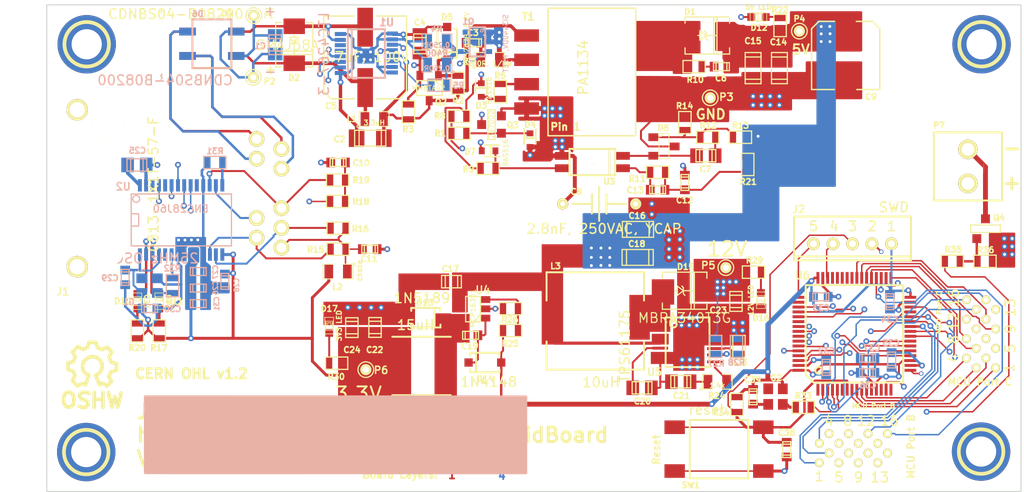
<source format=kicad_pcb>
(kicad_pcb (version 4) (host pcbnew "(2014-09-17 BZR 5140)-product")
  (layers (0 F.Cu signal) (1 In1.Cu mixed hide) (2 In2.Cu signal hide) (31 B.Cu signal) (34 B.Paste user) (35 F.Paste user) (36 B.SilkS user) (37 F.SilkS user) (38 B.Mask user) (39 F.Mask user) (44 Edge.Cuts user))
  (net 0 "")
  (net 1 "Net-(C1-Pad1)")
  (net 2 "Net-(C1-Pad2)")
  (net 3 "Net-(C2-Pad1)")
  (net 4 GNDA)
  (net 5 "Net-(C3-Pad2)")
  (net 6 /PVcc)
  (net 7 5VPoE)
  (net 8 "Net-(C6-Pad2)")
  (net 9 "Net-(C7-Pad1)")
  (net 10 "Net-(C7-Pad2)")
  (net 11 GND)
  (net 12 "Net-(C10-Pad1)")
  (net 13 "Net-(C11-Pad1)")
  (net 14 "Net-(C12-Pad1)")
  (net 15 "Net-(C13-Pad2)")
  (net 16 "Net-(C19-Pad1)")
  (net 17 "Net-(C19-Pad2)")
  (net 18 "Net-(C20-Pad1)")
  (net 19 "Net-(C21-Pad1)")
  (net 20 3V3)
  (net 21 12V)
  (net 22 "Net-(C25-Pad2)")
  (net 23 /nRST)
  (net 24 "Net-(C39-Pad1)")
  (net 25 "Net-(D1-Pad1)")
  (net 26 "Net-(D3-Pad1)")
  (net 27 "Net-(D4-Pad2)")
  (net 28 "Net-(D5-Pad2)")
  (net 29 /Ethernet-)
  (net 30 /Ethernet+)
  (net 31 "Net-(D7-Pad1)")
  (net 32 "Net-(D7-Pad2)")
  (net 33 "Net-(D8-Pad1)")
  (net 34 /EthernetSpare-)
  (net 35 /EthernetSpare+)
  (net 36 "Net-(D10-Pad1)")
  (net 37 "Net-(D10-Pad2)")
  (net 38 "Net-(D11-Pad1)")
  (net 39 "Net-(D11-Pad2)")
  (net 40 "Net-(D12-Pad1)")
  (net 41 "Net-(D15-Pad1)")
  (net 42 "Net-(D16-Pad1)")
  (net 43 "Net-(D17-Pad1)")
  (net 44 "Net-(G1-Pad1)")
  (net 45 "Net-(G1-Pad3)")
  (net 46 "Net-(G2-Pad1)")
  (net 47 "Net-(G2-Pad3)")
  (net 48 /TPOUT+)
  (net 49 /TPIN+)
  (net 50 /TPOUT-)
  (net 51 /TPIN-)
  (net 52 "Net-(J2-Pad4)")
  (net 53 "Net-(J2-Pad5)")
  (net 54 /PB0)
  (net 55 /PB1)
  (net 56 /PB4)
  (net 57 /PB5)
  (net 58 /PB8)
  (net 59 /PB9)
  (net 60 /PB12)
  (net 61 /PB13)
  (net 62 /PB2)
  (net 63 /PB7)
  (net 64 /PB6)
  (net 65 /PB3)
  (net 66 /PB11)
  (net 67 /PB10)
  (net 68 /PB14)
  (net 69 /PB15)
  (net 70 /PC0)
  (net 71 /PC1)
  (net 72 /PC4)
  (net 73 /PC5)
  (net 74 /PC8)
  (net 75 /PC9)
  (net 76 /PC12)
  (net 77 /PC13)
  (net 78 /PC2)
  (net 79 /PC7)
  (net 80 /PC6)
  (net 81 /PC3)
  (net 82 /PC11)
  (net 83 /PC10)
  (net 84 /PC14)
  (net 85 /PC15)
  (net 86 "Net-(P7-Pad2)")
  (net 87 "Net-(Q1-Pad1)")
  (net 88 "Net-(Q1-Pad3)")
  (net 89 "Net-(Q1-Pad4)")
  (net 90 "Net-(Q4-PadG)")
  (net 91 "Net-(R1-Pad1)")
  (net 92 "Net-(R5-Pad1)")
  (net 93 "Net-(R6-Pad2)")
  (net 94 "Net-(R23-Pad1)")
  (net 95 "Net-(R24-Pad2)")
  (net 96 "Net-(R25-Pad2)")
  (net 97 "Net-(R27-Pad2)")
  (net 98 "Net-(R31-Pad2)")
  (net 99 "Net-(R32-Pad2)")
  (net 100 "Net-(R33-Pad2)")
  (net 101 "Net-(U1-Pad6)")
  (net 102 "Net-(U1-Pad5)")
  (net 103 "Net-(U2-Pad3)")
  (net 104 /EthernetINT)
  (net 105 /EthernetSO)
  (net 106 /EthernetSI)
  (net 107 /EthernetSCK)
  (net 108 /EthernetCS)
  (net 109 "Net-(U2-Pad10)")
  (net 110 "Net-(U2-Pad24)")
  (net 111 "Net-(U6-Pad1)")
  (net 112 "Net-(U6-Pad6)")
  (net 113 "Net-(U6-Pad14)")
  (net 114 /12VSwitch)
  (net 115 "Net-(U6-Pad16)")
  (net 116 "Net-(U6-Pad42)")
  (net 117 "Net-(U6-Pad41)")
  (net 118 "Net-(U6-Pad45)")
  (net 119 "Net-(U6-Pad43)")
  (net 120 "Net-(U6-Pad44)")
  (net 121 "Net-(U6-Pad54)")
  (net 122 "Net-(U6-Pad50)")
  (module rfid:LQFP64 (layer F.Cu) (at 160.7 64.5)
    (fp_text reference U6 (at -5.34 -5.99) (layer F.SilkS) (effects (font (size 0.75 0.75))))
    (fp_text value STM32F100RC (at 0.1 -0.7) (layer F.SilkS) (effects (font (size 0.127 0.127) (thickness 0.01))))
    (pad 1 smd rect (at -3.75 5.75 90) (size 1.2 0.3) (layers F.Cu F.Paste F.Mask) (net 111 "Net-(U6-Pad1)"))
    (pad 2 smd rect (at -3.25 5.75 90) (size 1.2 0.3) (layers F.Cu F.Paste F.Mask) (net 77 /PC13))
    (pad 3 smd rect (at -2.75 5.75 90) (size 1.2 0.3) (layers F.Cu F.Paste F.Mask) (net 84 /PC14))
    (pad 4 smd rect (at -2.25 5.75 90) (size 1.2 0.3) (layers F.Cu F.Paste F.Mask) (net 85 /PC15))
    (pad 5 smd rect (at -1.75 5.75 90) (size 1.2 0.3) (layers F.Cu F.Paste F.Mask) (net 100 "Net-(R33-Pad2)"))
    (pad 6 smd rect (at -1.25 5.75 90) (size 1.2 0.3) (layers F.Cu F.Paste F.Mask) (net 112 "Net-(U6-Pad6)"))
    (pad 7 smd rect (at -0.75 5.75 90) (size 1.2 0.3) (layers F.Cu F.Paste F.Mask) (net 23 /nRST))
    (pad 8 smd rect (at -0.25 5.75 90) (size 1.2 0.3) (layers F.Cu F.Paste F.Mask) (net 70 /PC0))
    (pad 9 smd rect (at 0.25 5.75 90) (size 1.2 0.3) (layers F.Cu F.Paste F.Mask) (net 71 /PC1))
    (pad 10 smd rect (at 0.75 5.75 90) (size 1.2 0.3) (layers F.Cu F.Paste F.Mask) (net 78 /PC2))
    (pad 11 smd rect (at 1.25 5.75 90) (size 1.2 0.3) (layers F.Cu F.Paste F.Mask) (net 81 /PC3))
    (pad 12 smd rect (at 1.75 5.75 90) (size 1.2 0.3) (layers F.Cu F.Paste F.Mask) (net 11 GND))
    (pad 13 smd rect (at 2.25 5.75 90) (size 1.2 0.3) (layers F.Cu F.Paste F.Mask) (net 20 3V3))
    (pad 14 smd rect (at 2.75 5.75 90) (size 1.2 0.3) (layers F.Cu F.Paste F.Mask) (net 113 "Net-(U6-Pad14)"))
    (pad 15 smd rect (at 3.25 5.75 90) (size 1.2 0.3) (layers F.Cu F.Paste F.Mask) (net 114 /12VSwitch))
    (pad 16 smd rect (at 3.75 5.75 90) (size 1.2 0.3) (layers F.Cu F.Paste F.Mask) (net 115 "Net-(U6-Pad16)"))
    (pad 24 smd rect (at 5.75 0.25 180) (size 1.2 0.3) (layers F.Cu F.Paste F.Mask) (net 72 /PC4))
    (pad 23 smd rect (at 5.75 0.75 180) (size 1.2 0.3) (layers F.Cu F.Paste F.Mask) (net 106 /EthernetSI))
    (pad 26 smd rect (at 5.75 -0.75 180) (size 1.2 0.3) (layers F.Cu F.Paste F.Mask) (net 54 /PB0))
    (pad 25 smd rect (at 5.75 -0.25 180) (size 1.2 0.3) (layers F.Cu F.Paste F.Mask) (net 73 /PC5))
    (pad 22 smd rect (at 5.75 1.25 180) (size 1.2 0.3) (layers F.Cu F.Paste F.Mask) (net 105 /EthernetSO))
    (pad 29 smd rect (at 5.75 -2.25 180) (size 1.2 0.3) (layers F.Cu F.Paste F.Mask) (net 67 /PB10))
    (pad 32 smd rect (at 5.75 -3.75 180) (size 1.2 0.3) (layers F.Cu F.Paste F.Mask) (net 20 3V3))
    (pad 27 smd rect (at 5.75 -1.25 180) (size 1.2 0.3) (layers F.Cu F.Paste F.Mask) (net 55 /PB1))
    (pad 31 smd rect (at 5.75 -3.25 180) (size 1.2 0.3) (layers F.Cu F.Paste F.Mask) (net 11 GND))
    (pad 30 smd rect (at 5.75 -2.75 180) (size 1.2 0.3) (layers F.Cu F.Paste F.Mask) (net 66 /PB11))
    (pad 28 smd rect (at 5.75 -1.75 180) (size 1.2 0.3) (layers F.Cu F.Paste F.Mask) (net 62 /PB2))
    (pad 20 smd rect (at 5.75 2.25 180) (size 1.2 0.3) (layers F.Cu F.Paste F.Mask) (net 108 /EthernetCS))
    (pad 18 smd rect (at 5.75 3.25 180) (size 1.2 0.3) (layers F.Cu F.Paste F.Mask) (net 11 GND))
    (pad 19 smd rect (at 5.75 2.75 180) (size 1.2 0.3) (layers F.Cu F.Paste F.Mask) (net 20 3V3))
    (pad 21 smd rect (at 5.75 1.75 180) (size 1.2 0.3) (layers F.Cu F.Paste F.Mask) (net 107 /EthernetSCK))
    (pad 17 smd rect (at 5.75 3.75 180) (size 1.2 0.3) (layers F.Cu F.Paste F.Mask) (net 104 /EthernetINT))
    (pad 40 smd rect (at 0.25 -5.75 270) (size 1.2 0.3) (layers F.Cu F.Paste F.Mask) (net 75 /PC9))
    (pad 39 smd rect (at 0.75 -5.75 270) (size 1.2 0.3) (layers F.Cu F.Paste F.Mask) (net 74 /PC8))
    (pad 42 smd rect (at -0.75 -5.75 270) (size 1.2 0.3) (layers F.Cu F.Paste F.Mask) (net 116 "Net-(U6-Pad42)"))
    (pad 41 smd rect (at -0.25 -5.75 270) (size 1.2 0.3) (layers F.Cu F.Paste F.Mask) (net 117 "Net-(U6-Pad41)"))
    (pad 38 smd rect (at 1.25 -5.75 270) (size 1.2 0.3) (layers F.Cu F.Paste F.Mask) (net 79 /PC7))
    (pad 45 smd rect (at -2.25 -5.75 270) (size 1.2 0.3) (layers F.Cu F.Paste F.Mask) (net 118 "Net-(U6-Pad45)"))
    (pad 48 smd rect (at -3.75 -5.75 270) (size 1.2 0.3) (layers F.Cu F.Paste F.Mask) (net 20 3V3))
    (pad 43 smd rect (at -1.25 -5.75 270) (size 1.2 0.3) (layers F.Cu F.Paste F.Mask) (net 119 "Net-(U6-Pad43)"))
    (pad 47 smd rect (at -3.25 -5.75 270) (size 1.2 0.3) (layers F.Cu F.Paste F.Mask) (net 11 GND))
    (pad 46 smd rect (at -2.75 -5.75 270) (size 1.2 0.3) (layers F.Cu F.Paste F.Mask) (net 52 "Net-(J2-Pad4)"))
    (pad 44 smd rect (at -1.75 -5.75 270) (size 1.2 0.3) (layers F.Cu F.Paste F.Mask) (net 120 "Net-(U6-Pad44)"))
    (pad 36 smd rect (at 2.25 -5.75 270) (size 1.2 0.3) (layers F.Cu F.Paste F.Mask) (net 69 /PB15))
    (pad 34 smd rect (at 3.25 -5.75 270) (size 1.2 0.3) (layers F.Cu F.Paste F.Mask) (net 61 /PB13))
    (pad 35 smd rect (at 2.75 -5.75 270) (size 1.2 0.3) (layers F.Cu F.Paste F.Mask) (net 68 /PB14))
    (pad 37 smd rect (at 1.75 -5.75 270) (size 1.2 0.3) (layers F.Cu F.Paste F.Mask) (net 80 /PC6))
    (pad 33 smd rect (at 3.75 -5.75 270) (size 1.2 0.3) (layers F.Cu F.Paste F.Mask) (net 60 /PB12))
    (pad 56 smd rect (at -5.75 -0.25) (size 1.2 0.3) (layers F.Cu F.Paste F.Mask) (net 56 /PB4))
    (pad 55 smd rect (at -5.75 -0.75) (size 1.2 0.3) (layers F.Cu F.Paste F.Mask) (net 65 /PB3))
    (pad 58 smd rect (at -5.75 0.75) (size 1.2 0.3) (layers F.Cu F.Paste F.Mask) (net 64 /PB6))
    (pad 57 smd rect (at -5.75 0.25) (size 1.2 0.3) (layers F.Cu F.Paste F.Mask) (net 57 /PB5))
    (pad 54 smd rect (at -5.75 -1.25) (size 1.2 0.3) (layers F.Cu F.Paste F.Mask) (net 121 "Net-(U6-Pad54)"))
    (pad 61 smd rect (at -5.75 2.25) (size 1.2 0.3) (layers F.Cu F.Paste F.Mask) (net 58 /PB8))
    (pad 64 smd rect (at -5.75 3.75) (size 1.2 0.3) (layers F.Cu F.Paste F.Mask) (net 20 3V3))
    (pad 59 smd rect (at -5.75 1.25) (size 1.2 0.3) (layers F.Cu F.Paste F.Mask) (net 63 /PB7))
    (pad 63 smd rect (at -5.75 3.25) (size 1.2 0.3) (layers F.Cu F.Paste F.Mask) (net 11 GND))
    (pad 62 smd rect (at -5.75 2.75) (size 1.2 0.3) (layers F.Cu F.Paste F.Mask) (net 59 /PB9))
    (pad 60 smd rect (at -5.75 1.75) (size 1.2 0.3) (layers F.Cu F.Paste F.Mask) (net 11 GND))
    (pad 52 smd rect (at -5.75 -2.25) (size 1.2 0.3) (layers F.Cu F.Paste F.Mask) (net 82 /PC11))
    (pad 50 smd rect (at -5.75 -3.25) (size 1.2 0.3) (layers F.Cu F.Paste F.Mask) (net 122 "Net-(U6-Pad50)"))
    (pad 51 smd rect (at -5.75 -2.75) (size 1.2 0.3) (layers F.Cu F.Paste F.Mask) (net 83 /PC10))
    (pad 53 smd rect (at -5.75 -1.75) (size 1.2 0.3) (layers F.Cu F.Paste F.Mask) (net 76 /PC12))
    (pad 49 smd rect (at -5.75 -3.75) (size 1.2 0.3) (layers F.Cu F.Paste F.Mask) (net 53 "Net-(J2-Pad5)"))
  )
  (module Capacitors_SMD:c_0805 (layer B.Cu) (at 101.25 34.8 270)
    (fp_text reference C1 (at 0.12 1.55 360) (layer B.SilkS) (effects (font (size 0.6 0.6)) (justify mirror)))
    (fp_text value "0.1uF, 100V, X7R" hide)
    (pad 1 smd rect (at 0.9525 0 270) (size 1.30048 1.4986) (layers B.Cu B.Paste B.Mask) (net 1 "Net-(C1-Pad1)"))
    (pad 2 smd rect (at -0.9525 0 270) (size 1.30048 1.4986) (layers B.Cu B.Paste B.Mask) (net 2 "Net-(C1-Pad2)"))
  )
  (module Capacitors_SMD:c_1206 (layer F.Cu) (at 111 44.4)
    (fp_text reference C2 (at -3.17 0.11) (layer F.SilkS) (effects (font (size 0.6 0.6))))
    (fp_text value "1uF, 100V" hide)
    (pad 1 smd rect (at 1.397 0) (size 1.6002 1.8034) (layers F.Cu F.Paste F.Mask) (net 3 "Net-(C2-Pad1)"))
    (pad 2 smd rect (at -1.397 0) (size 1.6002 1.8034) (layers F.Cu F.Paste F.Mask) (net 4 GNDA))
  )
  (module Capacitors_SMD:c_0603 (layer F.Cu) (at 121.6 34.6 180)
    (fp_text reference C3 (at 0.06 1.03 180) (layer F.SilkS) (effects (font (size 0.6 0.6))))
    (fp_text value "68pF, 200V" hide)
    (pad 1 smd rect (at 0.75184 0 180) (size 0.89916 1.00076) (layers F.Cu F.Paste F.Mask) (net 3 "Net-(C2-Pad1)"))
    (pad 2 smd rect (at -0.75184 0 180) (size 0.89916 1.00076) (layers F.Cu F.Paste F.Mask) (net 5 "Net-(C3-Pad2)"))
  )
  (module Capacitors_SMD:c_0805 (layer F.Cu) (at 116.1 34.7 90)
    (fp_text reference C4 (at 2.18 -0.01 180) (layer F.SilkS) (effects (font (size 0.6 0.6))))
    (fp_text value "4.7uF, 10V" hide)
    (pad 1 smd rect (at 0.9525 0 90) (size 1.30048 1.4986) (layers F.Cu F.Paste F.Mask) (net 4 GNDA))
    (pad 2 smd rect (at -0.9525 0 90) (size 1.30048 1.4986) (layers F.Cu F.Paste F.Mask) (net 6 /PVcc))
  )
  (module rfid:EEE-2AA4R7UP (layer F.Cu) (at 110.48 36.1 180)
    (fp_text reference C5 (at 3.5 -4.98 360) (layer F.SilkS) (effects (font (size 0.6 0.6))))
    (fp_text value "4.7uF, 100v" (at 0.05 0.05 180) (layer F.SilkS))
    (pad 1 smd rect (at 0 -3.1 180) (size 1.6 4) (layers F.Cu F.Paste F.Mask) (net 1 "Net-(C1-Pad1)"))
    (pad 2 smd rect (at 0 3.1 180) (size 1.6 4) (layers F.Cu F.Paste F.Mask) (net 2 "Net-(C1-Pad2)"))
  )
  (module Capacitors_SMD:c_0603 (layer F.Cu) (at 147.05 37.05)
    (fp_text reference C6 (at -0.05 1.19) (layer F.SilkS) (effects (font (size 0.6 0.6))))
    (fp_text value 470pF hide)
    (pad 1 smd rect (at 0.75184 0) (size 0.89916 1.00076) (layers F.Cu F.Paste F.Mask) (net 7 5VPoE))
    (pad 2 smd rect (at -0.75184 0) (size 0.89916 1.00076) (layers F.Cu F.Paste F.Mask) (net 8 "Net-(C6-Pad2)"))
  )
  (module Capacitors_SMD:c_0805 (layer F.Cu) (at 145.45 46.2)
    (fp_text reference C7 (at -0.05 1.37) (layer F.SilkS) (effects (font (size 0.6 0.6))))
    (fp_text value 27nF hide)
    (pad 1 smd rect (at 0.9525 0) (size 1.30048 1.4986) (layers F.Cu F.Paste F.Mask) (net 9 "Net-(C7-Pad1)"))
    (pad 2 smd rect (at -0.9525 0) (size 1.30048 1.4986) (layers F.Cu F.Paste F.Mask) (net 10 "Net-(C7-Pad2)"))
  )
  (module rfid:kemet_C900 (layer F.Cu) (at 134.5 51.15)
    (fp_text reference C8 (at -2.35 -1.25) (layer F.SilkS) (effects (font (size 0.6 0.6))))
    (fp_text value "2.8nF, 250VAC, YCAP" (at 0.5 2.56) (layer F.SilkS))
    (pad 1 thru_hole circle (at -3.75 0) (size 1.15 1.15) (drill 0.5) (layers *.Cu *.Mask F.SilkS) (net 4 GNDA))
    (pad 2 thru_hole circle (at 3.75 0) (size 1.15 1.15) (drill 0.5) (layers *.Cu *.Mask F.SilkS) (net 11 GND))
  )
  (module rfid:EEE-FK0J221P (layer F.Cu) (at 159.8 35.9)
    (fp_text reference C9 (at 2.6 4.25) (layer F.SilkS) (effects (font (size 0.6 0.6))))
    (fp_text value "220uF, 6.3v" (at -0.05 0.1) (layer F.SilkS) (effects (font (size 0.127 0.127) (thickness 0.01))))
    (pad 1 smd rect (at 0 -2.5) (size 1.6 3.2) (layers F.Cu F.Paste F.Mask) (net 7 5VPoE))
    (pad 2 smd rect (at 0 2.5) (size 1.6 3.2) (layers F.Cu F.Paste F.Mask) (net 11 GND))
  )
  (module Capacitors_SMD:c_0603 (layer F.Cu) (at 107.7 46.9)
    (fp_text reference C10 (at 2.38 0.05) (layer F.SilkS) (effects (font (size 0.6 0.6))))
    (fp_text value 10nF hide)
    (pad 1 smd rect (at 0.75184 0) (size 0.89916 1.00076) (layers F.Cu F.Paste F.Mask) (net 12 "Net-(C10-Pad1)"))
    (pad 2 smd rect (at -0.75184 0) (size 0.89916 1.00076) (layers F.Cu F.Paste F.Mask) (net 11 GND))
  )
  (module Capacitors_SMD:c_0603 (layer F.Cu) (at 110.95 55.8 180)
    (fp_text reference C11 (at 0.08 -1 180) (layer F.SilkS) (effects (font (size 0.6 0.6))))
    (fp_text value 10nF hide)
    (pad 1 smd rect (at 0.75184 0 180) (size 0.89916 1.00076) (layers F.Cu F.Paste F.Mask) (net 13 "Net-(C11-Pad1)"))
    (pad 2 smd rect (at -0.75184 0 180) (size 0.89916 1.00076) (layers F.Cu F.Paste F.Mask) (net 11 GND))
  )
  (module Capacitors_SMD:c_0603 (layer F.Cu) (at 143.3 48.95 270)
    (fp_text reference C12 (at 1.82 0.03 360) (layer F.SilkS) (effects (font (size 0.6 0.6))))
    (fp_text value 1uF hide)
    (pad 1 smd rect (at 0.75184 0 270) (size 0.89916 1.00076) (layers F.Cu F.Paste F.Mask) (net 14 "Net-(C12-Pad1)"))
    (pad 2 smd rect (at -0.75184 0 270) (size 0.89916 1.00076) (layers F.Cu F.Paste F.Mask) (net 11 GND))
  )
  (module Capacitors_SMD:c_0603 (layer F.Cu) (at 140.5 49.7)
    (fp_text reference C13 (at -2.3 0.05) (layer F.SilkS) (effects (font (size 0.6 0.6))))
    (fp_text value 33nF hide)
    (pad 1 smd rect (at 0.75184 0) (size 0.89916 1.00076) (layers F.Cu F.Paste F.Mask) (net 14 "Net-(C12-Pad1)"))
    (pad 2 smd rect (at -0.75184 0) (size 0.89916 1.00076) (layers F.Cu F.Paste F.Mask) (net 15 "Net-(C13-Pad2)"))
  )
  (module Capacitors_SMD:c_1206 (layer F.Cu) (at 153 37.2 90)
    (fp_text reference C14 (at 2.67 -0.1 180) (layer F.SilkS) (effects (font (size 0.6 0.6))))
    (fp_text value "100uF, 6.3V, X5R" hide)
    (pad 1 smd rect (at 1.397 0 90) (size 1.6002 1.8034) (layers F.Cu F.Paste F.Mask) (net 7 5VPoE))
    (pad 2 smd rect (at -1.397 0 90) (size 1.6002 1.8034) (layers F.Cu F.Paste F.Mask) (net 11 GND))
  )
  (module Capacitors_SMD:c_1206 (layer F.Cu) (at 150.3 37.2 90)
    (fp_text reference C15 (at 2.79 -0.01 180) (layer F.SilkS) (effects (font (size 0.6 0.6))))
    (fp_text value "100uF, 6.3V, X5R" hide)
    (pad 1 smd rect (at 1.397 0 90) (size 1.6002 1.8034) (layers F.Cu F.Paste F.Mask) (net 7 5VPoE))
    (pad 2 smd rect (at -1.397 0 90) (size 1.6002 1.8034) (layers F.Cu F.Paste F.Mask) (net 11 GND))
  )
  (module Capacitors_SMD:c_1206 (layer F.Cu) (at 138.48 53.77 180)
    (fp_text reference C16 (at 0.08 1.4 180) (layer F.SilkS) (effects (font (size 0.6 0.6))))
    (fp_text value 10uF hide)
    (pad 1 smd rect (at 1.397 0 180) (size 1.6002 1.8034) (layers F.Cu F.Paste F.Mask) (net 7 5VPoE))
    (pad 2 smd rect (at -1.397 0 180) (size 1.6002 1.8034) (layers F.Cu F.Paste F.Mask) (net 11 GND))
  )
  (module Capacitors_SMD:c_0805 (layer F.Cu) (at 119.34 59.14)
    (fp_text reference C17 (at -0.11 -1.32) (layer F.SilkS) (effects (font (size 0.6 0.6))))
    (fp_text value 10uF hide)
    (pad 1 smd rect (at 0.9525 0) (size 1.30048 1.4986) (layers F.Cu F.Paste F.Mask) (net 7 5VPoE))
    (pad 2 smd rect (at -0.9525 0) (size 1.30048 1.4986) (layers F.Cu F.Paste F.Mask) (net 11 GND))
  )
  (module Capacitors_SMD:c_1206 (layer F.Cu) (at 138.45 56.65 180)
    (fp_text reference C18 (at 0.09 1.39 180) (layer F.SilkS) (effects (font (size 0.6 0.6))))
    (fp_text value 10uF hide)
    (pad 1 smd rect (at 1.397 0 180) (size 1.6002 1.8034) (layers F.Cu F.Paste F.Mask) (net 7 5VPoE))
    (pad 2 smd rect (at -1.397 0 180) (size 1.6002 1.8034) (layers F.Cu F.Paste F.Mask) (net 11 GND))
  )
  (module Capacitors_SMD:c_0603 (layer F.Cu) (at 121.3 64.65)
    (fp_text reference C19 (at -0.08 1.12) (layer F.SilkS) (effects (font (size 0.6 0.6))))
    (fp_text value 100nF hide)
    (pad 1 smd rect (at 0.75184 0) (size 0.89916 1.00076) (layers F.Cu F.Paste F.Mask) (net 16 "Net-(C19-Pad1)"))
    (pad 2 smd rect (at -0.75184 0) (size 0.89916 1.00076) (layers F.Cu F.Paste F.Mask) (net 17 "Net-(C19-Pad2)"))
  )
  (module Capacitors_SMD:c_0805 (layer F.Cu) (at 138.9 70.05 180)
    (fp_text reference C20 (at -0.04 -1.39 180) (layer F.SilkS) (effects (font (size 0.6 0.6))))
    (fp_text value 47nF hide)
    (pad 1 smd rect (at 0.9525 0 180) (size 1.30048 1.4986) (layers F.Cu F.Paste F.Mask) (net 18 "Net-(C20-Pad1)"))
    (pad 2 smd rect (at -0.9525 0 180) (size 1.30048 1.4986) (layers F.Cu F.Paste F.Mask) (net 11 GND))
  )
  (module Capacitors_SMD:c_0805 (layer F.Cu) (at 142.873427 69.420421)
    (fp_text reference C21 (at 0.086573 1.449579) (layer F.SilkS) (effects (font (size 0.6 0.6))))
    (fp_text value 180nF hide)
    (pad 1 smd rect (at 0.9525 0) (size 1.30048 1.4986) (layers F.Cu F.Paste F.Mask) (net 19 "Net-(C21-Pad1)"))
    (pad 2 smd rect (at -0.9525 0) (size 1.30048 1.4986) (layers F.Cu F.Paste F.Mask) (net 11 GND))
  )
  (module Capacitors_SMD:c_0805 (layer F.Cu) (at 111.494798 63.84464 270)
    (fp_text reference C22 (at 2.30536 0.034798 360) (layer F.SilkS) (effects (font (size 0.6 0.6))))
    (fp_text value 10uF hide)
    (pad 1 smd rect (at 0.9525 0 270) (size 1.30048 1.4986) (layers F.Cu F.Paste F.Mask) (net 20 3V3))
    (pad 2 smd rect (at -0.9525 0 270) (size 1.30048 1.4986) (layers F.Cu F.Paste F.Mask) (net 11 GND))
  )
  (module Capacitors_SMD:c_0805 (layer F.Cu) (at 148.54 61.17 90)
    (fp_text reference C23 (at -0.91 -1.82 180) (layer F.SilkS) (effects (font (size 0.6 0.6))))
    (fp_text value 22uF hide)
    (pad 1 smd rect (at 0.9525 0 90) (size 1.30048 1.4986) (layers F.Cu F.Paste F.Mask) (net 21 12V))
    (pad 2 smd rect (at -0.9525 0 90) (size 1.30048 1.4986) (layers F.Cu F.Paste F.Mask) (net 11 GND))
  )
  (module Capacitors_SMD:c_0805 (layer F.Cu) (at 109.114798 63.86464 270)
    (fp_text reference C24 (at 2.28536 -0.015202 360) (layer F.SilkS) (effects (font (size 0.6 0.6))))
    (fp_text value 10uF hide)
    (pad 1 smd rect (at 0.9525 0 270) (size 1.30048 1.4986) (layers F.Cu F.Paste F.Mask) (net 20 3V3))
    (pad 2 smd rect (at -0.9525 0 270) (size 1.30048 1.4986) (layers F.Cu F.Paste F.Mask) (net 11 GND))
  )
  (module Capacitors_SMD:c_0805 (layer B.Cu) (at 87.05 47.15)
    (fp_text reference C25 (at 0.05 -1.48) (layer B.SilkS) (effects (font (size 0.6 0.6)) (justify mirror)))
    (fp_text value 10uF hide)
    (pad 1 smd rect (at 0.9525 0) (size 1.30048 1.4986) (layers B.Cu B.Paste B.Mask) (net 11 GND))
    (pad 2 smd rect (at -0.9525 0) (size 1.30048 1.4986) (layers B.Cu B.Paste B.Mask) (net 22 "Net-(C25-Pad2)"))
  )
  (module Capacitors_SMD:c_0603 (layer B.Cu) (at 93.35 59.8 180)
    (fp_text reference C26 (at -1.76 0.01 270) (layer B.SilkS) (effects (font (size 0.5 0.5) (thickness 0.125)) (justify mirror)))
    (fp_text value 100nF hide)
    (pad 1 smd rect (at 0.75184 0 180) (size 0.89916 1.00076) (layers B.Cu B.Paste B.Mask) (net 20 3V3))
    (pad 2 smd rect (at -0.75184 0 180) (size 0.89916 1.00076) (layers B.Cu B.Paste B.Mask) (net 11 GND))
  )
  (module Capacitors_SMD:c_0603 (layer B.Cu) (at 93.35 58.1 180)
    (fp_text reference C27 (at -1.76 -0.06 270) (layer B.SilkS) (effects (font (size 0.5 0.5) (thickness 0.125)) (justify mirror)))
    (fp_text value 100nF hide)
    (pad 1 smd rect (at 0.75184 0 180) (size 0.89916 1.00076) (layers B.Cu B.Paste B.Mask) (net 20 3V3))
    (pad 2 smd rect (at -0.75184 0 180) (size 0.89916 1.00076) (layers B.Cu B.Paste B.Mask) (net 11 GND))
  )
  (module Capacitors_SMD:c_0603 (layer B.Cu) (at 96.08 59.11 90)
    (fp_text reference C28 (at -0.39 1.2 90) (layer B.SilkS) (effects (font (size 0.5 0.5) (thickness 0.1)) (justify mirror)))
    (fp_text value 100nF hide)
    (pad 1 smd rect (at 0.75184 0 90) (size 0.89916 1.00076) (layers B.Cu B.Paste B.Mask) (net 20 3V3))
    (pad 2 smd rect (at -0.75184 0 90) (size 0.89916 1.00076) (layers B.Cu B.Paste B.Mask) (net 11 GND))
  )
  (module Capacitors_SMD:c_0603 (layer B.Cu) (at 85.85 58.7 90)
    (fp_text reference C29 (at -0.07 -1.56 180) (layer B.SilkS) (effects (font (size 0.6 0.6)) (justify mirror)))
    (fp_text value 100nF hide)
    (pad 1 smd rect (at 0.75184 0 90) (size 0.89916 1.00076) (layers B.Cu B.Paste B.Mask) (net 20 3V3))
    (pad 2 smd rect (at -0.75184 0 90) (size 0.89916 1.00076) (layers B.Cu B.Paste B.Mask) (net 11 GND))
  )
  (module Capacitors_SMD:c_0603 (layer B.Cu) (at 88.35 61.9)
    (fp_text reference C30 (at 2.37 0.05) (layer B.SilkS) (effects (font (size 0.6 0.6)) (justify mirror)))
    (fp_text value 100nF hide)
    (pad 1 smd rect (at 0.75184 0) (size 0.89916 1.00076) (layers B.Cu B.Paste B.Mask) (net 11 GND))
    (pad 2 smd rect (at -0.75184 0) (size 0.89916 1.00076) (layers B.Cu B.Paste B.Mask) (net 20 3V3))
  )
  (module Capacitors_SMD:c_0603 (layer B.Cu) (at 93.35 61.4 180)
    (fp_text reference C31 (at -1.89 -0.01 270) (layer B.SilkS) (effects (font (size 0.5 0.5) (thickness 0.125)) (justify mirror)))
    (fp_text value 1uF hide)
    (pad 1 smd rect (at 0.75184 0 180) (size 0.89916 1.00076) (layers B.Cu B.Paste B.Mask) (net 20 3V3))
    (pad 2 smd rect (at -0.75184 0 180) (size 0.89916 1.00076) (layers B.Cu B.Paste B.Mask) (net 11 GND))
  )
  (module Capacitors_SMD:c_0603 (layer B.Cu) (at 157.8 67.95 270)
    (fp_text reference C32 (at -1.7 -0.04 360) (layer B.SilkS) (effects (font (size 0.6 0.6)) (justify mirror)))
    (fp_text value 100nF hide)
    (pad 1 smd rect (at 0.75184 0 270) (size 0.89916 1.00076) (layers B.Cu B.Paste B.Mask) (net 20 3V3))
    (pad 2 smd rect (at -0.75184 0 270) (size 0.89916 1.00076) (layers B.Cu B.Paste B.Mask) (net 11 GND))
  )
  (module Capacitors_SMD:c_0603 (layer B.Cu) (at 157.25 60.7 180)
    (fp_text reference C33 (at -0.04 -1.14 180) (layer B.SilkS) (effects (font (size 0.6 0.6)) (justify mirror)))
    (fp_text value 100nF hide)
    (pad 1 smd rect (at 0.75184 0 180) (size 0.89916 1.00076) (layers B.Cu B.Paste B.Mask) (net 20 3V3))
    (pad 2 smd rect (at -0.75184 0 180) (size 0.89916 1.00076) (layers B.Cu B.Paste B.Mask) (net 11 GND))
  )
  (module Capacitors_SMD:c_0603 (layer B.Cu) (at 164.35 61.2 90)
    (fp_text reference C34 (at -1.82 -0.04 180) (layer B.SilkS) (effects (font (size 0.6 0.6)) (justify mirror)))
    (fp_text value 100nF hide)
    (pad 1 smd rect (at 0.75184 0 90) (size 0.89916 1.00076) (layers B.Cu B.Paste B.Mask) (net 20 3V3))
    (pad 2 smd rect (at -0.75184 0 90) (size 0.89916 1.00076) (layers B.Cu B.Paste B.Mask) (net 11 GND))
  )
  (module Capacitors_SMD:c_0603 (layer B.Cu) (at 164.52 67.19 270)
    (fp_text reference C35 (at -1.75 0.06 360) (layer B.SilkS) (effects (font (size 0.6 0.6)) (justify mirror)))
    (fp_text value 100nF hide)
    (pad 1 smd rect (at 0.75184 0 270) (size 0.89916 1.00076) (layers B.Cu B.Paste B.Mask) (net 20 3V3))
    (pad 2 smd rect (at -0.75184 0 270) (size 0.89916 1.00076) (layers B.Cu B.Paste B.Mask) (net 11 GND))
  )
  (module Capacitors_SMD:c_0603 (layer B.Cu) (at 162.05 68.5)
    (fp_text reference C36 (at 0.04 1.28) (layer B.SilkS) (effects (font (size 0.6 0.6)) (justify mirror)))
    (fp_text value 100nF hide)
    (pad 1 smd rect (at 0.75184 0) (size 0.89916 1.00076) (layers B.Cu B.Paste B.Mask) (net 20 3V3))
    (pad 2 smd rect (at -0.75184 0) (size 0.89916 1.00076) (layers B.Cu B.Paste B.Mask) (net 11 GND))
  )
  (module Capacitors_SMD:c_0603 (layer B.Cu) (at 162.05 67)
    (fp_text reference C37 (at 0.44 -1.05) (layer B.SilkS) (effects (font (size 0.6 0.6)) (justify mirror)))
    (fp_text value 1uF hide)
    (pad 1 smd rect (at 0.75184 0) (size 0.89916 1.00076) (layers B.Cu B.Paste B.Mask) (net 20 3V3))
    (pad 2 smd rect (at -0.75184 0) (size 0.89916 1.00076) (layers B.Cu B.Paste B.Mask) (net 11 GND))
  )
  (module Capacitors_SMD:c_0603 (layer F.Cu) (at 153.75 76.4 270)
    (fp_text reference C38 (at -1.75 0.02 360) (layer F.SilkS) (effects (font (size 0.6 0.6))))
    (fp_text value 100nF hide)
    (pad 1 smd rect (at 0.75184 0 270) (size 0.89916 1.00076) (layers F.Cu F.Paste F.Mask) (net 11 GND))
    (pad 2 smd rect (at -0.75184 0 270) (size 0.89916 1.00076) (layers F.Cu F.Paste F.Mask) (net 23 /nRST))
  )
  (module Capacitors_SMD:c_0603 (layer F.Cu) (at 150.3 70.97 270)
    (fp_text reference C39 (at -1.76 0.06 360) (layer F.SilkS) (effects (font (size 0.6 0.6))))
    (fp_text value 100nF hide)
    (pad 1 smd rect (at 0.75184 0 270) (size 0.89916 1.00076) (layers F.Cu F.Paste F.Mask) (net 24 "Net-(C39-Pad1)"))
    (pad 2 smd rect (at -0.75184 0 270) (size 0.89916 1.00076) (layers F.Cu F.Paste F.Mask) (net 20 3V3))
  )
  (module SMD_Packages:DO-214-AA_SMB (layer F.Cu) (at 145.6 33.85)
    (fp_text reference D1 (at -1.77 -2.44) (layer F.SilkS) (effects (font (size 0.6 0.6))))
    (fp_text value SMB540 (at -0.05 -1.3 180) (layer F.SilkS) (effects (font (size 0.127 0.127) (thickness 0.01))))
    (pad 1 smd rect (at -2.0066 0) (size 1.80086 2.19964) (layers F.Cu F.Paste F.Mask) (net 25 "Net-(D1-Pad1)"))
    (pad 2 smd rect (at 2.0066 0) (size 1.80086 2.19964) (layers F.Cu F.Paste F.Mask) (net 7 5VPoE))
  )
  (module SMD_Packages:DO-214-AC_SMA (layer F.Cu) (at 103.2 34.8 270)
    (fp_text reference D2 (at 3.39 0.02 360) (layer F.SilkS) (effects (font (size 0.6 0.6))))
    (fp_text value SMAJ58A (at 0.05 0.7 360) (layer F.SilkS) (effects (font (size 1.00076 1.00076) (thickness 0.11938))))
    (pad 1 smd rect (at -1.89992 0 270) (size 1.6002 2.19964) (layers F.Cu F.Paste F.Mask) (net 2 "Net-(C1-Pad2)"))
    (pad 2 smd rect (at 1.89992 0 270) (size 1.6002 2.19964) (layers F.Cu F.Paste F.Mask) (net 1 "Net-(C1-Pad1)"))
  )
  (module rfid:SOD-523 (layer F.Cu) (at 122.4 39.45 90)
    (fp_text reference D3 (at -1.61 0 180) (layer F.SilkS) (effects (font (size 0.6 0.6))))
    (fp_text value BAS516 (at -0.05 0.8 270) (layer F.SilkS) (effects (font (size 0.5 0.5) (thickness 0.08))))
    (pad 1 smd rect (at -0.7 0 90) (size 0.6 0.7) (layers F.Cu F.Paste F.Mask) (net 26 "Net-(D3-Pad1)"))
    (pad 2 smd rect (at 0.7 0 90) (size 0.6 0.7) (layers F.Cu F.Paste F.Mask) (net 6 /PVcc))
  )
  (module rfid:SOD-523 (layer F.Cu) (at 127.4 44.6 90)
    (fp_text reference D4 (at 1.61 0.01 180) (layer F.SilkS) (effects (font (size 0.6 0.6))))
    (fp_text value BAS516 (at 0 0 180) (layer F.SilkS) (effects (font (size 0.127 0.127) (thickness 0.01))))
    (pad 1 smd rect (at -0.7 0 90) (size 0.6 0.7) (layers F.Cu F.Paste F.Mask) (net 4 GNDA))
    (pad 2 smd rect (at 0.7 0 90) (size 0.6 0.7) (layers F.Cu F.Paste F.Mask) (net 27 "Net-(D4-Pad2)"))
  )
  (module rfid:SOD-123 (layer F.Cu) (at 118.9 34.65 90)
    (fp_text reference D5 (at 2.69 -0.02 180) (layer F.SilkS) (effects (font (size 0.6 0.6))))
    (fp_text value "1N5237B, 8.2V" (at 0.4 2 90) (layer F.SilkS) (effects (font (size 0.5 0.5) (thickness 0.08))))
    (pad 1 smd rect (at 1.675 0 90) (size 0.85 0.85) (layers F.Cu F.Paste F.Mask) (net 4 GNDA))
    (pad 2 smd rect (at -1.675 0 90) (size 0.85 0.85) (layers F.Cu F.Paste F.Mask) (net 28 "Net-(D5-Pad2)"))
  )
  (module rfid:CDNBS04 (layer B.Cu) (at 94.75 34.7 90)
    (fp_text reference D6 (at 3.07 -1.46 180) (layer B.SilkS) (effects (font (size 0.6 0.6)) (justify mirror)))
    (fp_text value CDNBS04-B08200 (at -3.75 -4.8 180) (layer B.SilkS) (effects (justify mirror)))
    (fp_text user ~ (at -3.4 -5.2 90) (layer B.SilkS) (effects (justify mirror)))
    (fp_text user - (at -2.85 6 180) (layer B.SilkS) (effects (justify mirror)))
    (fp_text user + (at 3.3 5.9 90) (layer B.SilkS) (effects (justify mirror)))
    (pad 1 smd rect (at 1.25 2.5 90) (size 0.8 1.7) (layers B.Cu B.Paste B.Mask) (net 1 "Net-(C1-Pad1)"))
    (pad 2 smd rect (at 1.25 -2.5 90) (size 0.8 1.7) (layers B.Cu B.Paste B.Mask) (net 29 /Ethernet-))
    (pad 3 smd rect (at -1.25 -2.5 90) (size 0.8 1.7) (layers B.Cu B.Paste B.Mask) (net 30 /Ethernet+))
    (pad 4 smd rect (at -1.25 2.5 90) (size 0.8 1.7) (layers B.Cu B.Paste B.Mask) (net 2 "Net-(C1-Pad2)"))
  )
  (module rfid:SOD-523 (layer F.Cu) (at 123.15 45.7)
    (fp_text reference D7 (at -1.91 0.09) (layer F.SilkS) (effects (font (size 0.6 0.6))))
    (fp_text value BAS516 (at 1.75 0.2 90) (layer F.SilkS) (effects (font (size 0.5 0.5) (thickness 0.08))))
    (pad 1 smd rect (at -0.7 0) (size 0.6 0.7) (layers F.Cu F.Paste F.Mask) (net 31 "Net-(D7-Pad1)"))
    (pad 2 smd rect (at 0.7 0) (size 0.6 0.7) (layers F.Cu F.Paste F.Mask) (net 32 "Net-(D7-Pad2)"))
  )
  (module SMD_Packages:SOT-23 (layer F.Cu) (at 141.15 45.25 270)
    (fp_text reference D8 (at -1.91 0.08 360) (layer F.SilkS) (effects (font (size 0.6 0.6))))
    (fp_text value TLV431 (at 0.15 0.05 270) (layer F.SilkS) (effects (font (size 0.127 0.127) (thickness 0.01))))
    (pad 3 smd rect (at 0 -1.09982 270) (size 0.8001 1.00076) (layers F.Cu F.Paste F.Mask) (net 11 GND))
    (pad 2 smd rect (at 0.9525 1.09982 270) (size 0.8001 1.00076) (layers F.Cu F.Paste F.Mask) (net 10 "Net-(C7-Pad2)"))
    (pad 1 smd rect (at -0.9525 1.09982 270) (size 0.8001 1.00076) (layers F.Cu F.Paste F.Mask) (net 33 "Net-(D8-Pad1)"))
  )
  (module rfid:CDNBS04 (layer F.Cu) (at 94.75 34.7 270)
    (fp_text reference D9 (at -3.12 -1.52 360) (layer F.SilkS) (effects (font (size 0.6 0.6))))
    (fp_text value CDNBS04-B08200 (at -3.05 3.7 360) (layer F.SilkS))
    (fp_text user ~ (at -3.4 5.2 270) (layer F.SilkS))
    (fp_text user - (at -3.65 -5.9 360) (layer F.SilkS))
    (fp_text user + (at 2.7 -5.95 270) (layer F.SilkS))
    (pad 1 smd rect (at 1.25 -2.5 270) (size 0.8 1.7) (layers F.Cu F.Paste F.Mask) (net 1 "Net-(C1-Pad1)"))
    (pad 2 smd rect (at 1.25 2.5 270) (size 0.8 1.7) (layers F.Cu F.Paste F.Mask) (net 34 /EthernetSpare-))
    (pad 3 smd rect (at -1.25 2.5 270) (size 0.8 1.7) (layers F.Cu F.Paste F.Mask) (net 35 /EthernetSpare+))
    (pad 4 smd rect (at -1.25 -2.5 270) (size 0.8 1.7) (layers F.Cu F.Paste F.Mask) (net 2 "Net-(C1-Pad2)"))
  )
  (module LEDs:LED-0603 (layer F.Cu) (at 87.1 61.15 90)
    (fp_text reference D10 (at 0.01 -1.5 180) (layer F.SilkS) (effects (font (size 0.6 0.6))))
    (fp_text value LED (at 0 1.016 90) (layer F.SilkS) (effects (font (size 0.508 0.508) (thickness 0.127))))
    (pad 1 smd rect (at -0.7493 0 90) (size 0.79756 0.79756) (layers F.Cu F.Paste F.Mask) (net 36 "Net-(D10-Pad1)"))
    (pad 2 smd rect (at 0.7493 0 90) (size 0.79756 0.79756) (layers F.Cu F.Paste F.Mask) (net 37 "Net-(D10-Pad2)"))
  )
  (module LEDs:LED-0603 (layer F.Cu) (at 89.35 61.15 90)
    (fp_text reference D11 (at -0.02 1.58 180) (layer F.SilkS) (effects (font (size 0.6 0.6))))
    (fp_text value LED (at 0 1.016 90) (layer F.SilkS) (effects (font (size 0.508 0.508) (thickness 0.127))))
    (pad 1 smd rect (at -0.7493 0 90) (size 0.79756 0.79756) (layers F.Cu F.Paste F.Mask) (net 38 "Net-(D11-Pad1)"))
    (pad 2 smd rect (at 0.7493 0 90) (size 0.79756 0.79756) (layers F.Cu F.Paste F.Mask) (net 39 "Net-(D11-Pad2)"))
  )
  (module LEDs:LED-0603 (layer F.Cu) (at 150.85 31.95 180)
    (fp_text reference D12 (at -0.06 -1.09 180) (layer F.SilkS) (effects (font (size 0.6 0.6))))
    (fp_text value "5V LED" (at 0 1.016 180) (layer F.SilkS) (effects (font (size 0.508 0.508) (thickness 0.127))))
    (pad 1 smd rect (at -0.7493 0 180) (size 0.79756 0.79756) (layers F.Cu F.Paste F.Mask) (net 40 "Net-(D12-Pad1)"))
    (pad 2 smd rect (at 0.7493 0 180) (size 0.79756 0.79756) (layers F.Cu F.Paste F.Mask) (net 11 GND))
  )
  (module rfid:SOD-123 (layer F.Cu) (at 116.706055 62.842289 180)
    (fp_text reference D13 (at 0.096055 1.522289 180) (layer F.SilkS) (effects (font (size 0.6 0.6))))
    (fp_text value 1N5189 (at 0.4 2 180) (layer F.SilkS))
    (pad 1 smd rect (at 1.675 0 180) (size 0.85 0.85) (layers F.Cu F.Paste F.Mask) (net 11 GND))
    (pad 2 smd rect (at -1.675 0 180) (size 0.85 0.85) (layers F.Cu F.Paste F.Mask) (net 17 "Net-(C19-Pad2)"))
  )
  (module rfid:SOD-123 (layer F.Cu) (at 122.77 67.45)
    (fp_text reference D14 (at 0.04 1.66) (layer F.SilkS) (effects (font (size 0.6 0.6))))
    (fp_text value 1N4148 (at 0.4 2) (layer F.SilkS))
    (pad 1 smd rect (at 1.675 0) (size 0.85 0.85) (layers F.Cu F.Paste F.Mask) (net 20 3V3))
    (pad 2 smd rect (at -1.675 0) (size 0.85 0.85) (layers F.Cu F.Paste F.Mask) (net 16 "Net-(C19-Pad1)"))
  )
  (module SMD_Packages:DO-214-AC_SMA (layer F.Cu) (at 143.273427 60.070421)
    (fp_text reference D15 (at 0.1 -2.45) (layer F.SilkS) (effects (font (size 0.6 0.6))))
    (fp_text value MBRA340T3G (at 0 2.79908) (layer F.SilkS) (effects (font (size 1.00076 1.00076) (thickness 0.11938))))
    (pad 1 smd rect (at -1.89992 0) (size 1.6002 2.19964) (layers F.Cu F.Paste F.Mask) (net 41 "Net-(D15-Pad1)"))
    (pad 2 smd rect (at 1.89992 0) (size 1.6002 2.19964) (layers F.Cu F.Paste F.Mask) (net 21 12V))
  )
  (module LEDs:LED-0603 (layer F.Cu) (at 151.1 61.05 270)
    (fp_text reference D16 (at 1.82 -0.01 360) (layer F.SilkS) (effects (font (size 0.6 0.6))))
    (fp_text value "12V LED" (at 0 1.016 270) (layer F.SilkS) (effects (font (size 0.508 0.508) (thickness 0.127))))
    (pad 1 smd rect (at -0.7493 0 270) (size 0.79756 0.79756) (layers F.Cu F.Paste F.Mask) (net 42 "Net-(D16-Pad1)"))
    (pad 2 smd rect (at 0.7493 0 270) (size 0.79756 0.79756) (layers F.Cu F.Paste F.Mask) (net 11 GND))
  )
  (module LEDs:LED-0603 (layer F.Cu) (at 106.79 63.66 90)
    (fp_text reference D17 (at 1.74 0.01 180) (layer F.SilkS) (effects (font (size 0.6 0.6))))
    (fp_text value "3V3 LED" (at 0 1.016 90) (layer F.SilkS) (effects (font (size 0.508 0.508) (thickness 0.127))))
    (pad 1 smd rect (at -0.7493 0 90) (size 0.79756 0.79756) (layers F.Cu F.Paste F.Mask) (net 43 "Net-(D17-Pad1)"))
    (pad 2 smd rect (at 0.7493 0 90) (size 0.79756 0.79756) (layers F.Cu F.Paste F.Mask) (net 11 GND))
  )
  (module rfid:Si501_2.5x2 (layer B.Cu) (at 88.35 59.55)
    (fp_text reference G1 (at -2.14 1.66 180) (layer B.SilkS) (effects (font (size 0.6 0.6)) (justify mirror)))
    (fp_text value "25MHz OSC" (at 0.7 -2.8) (layer B.SilkS) (effects (justify mirror)))
    (pad 1 smd rect (at -0.8 -0.75) (size 1.1 1) (layers B.Cu B.Paste B.Mask) (net 44 "Net-(G1-Pad1)"))
    (pad 2 smd rect (at 0.8 -0.75) (size 1.1 1) (layers B.Cu B.Paste B.Mask) (net 11 GND))
    (pad 3 smd rect (at 0.8 0.75) (size 1.1 1) (layers B.Cu B.Paste B.Mask) (net 45 "Net-(G1-Pad3)"))
    (pad 4 smd rect (at -0.8 0.75) (size 1.1 1) (layers B.Cu B.Paste B.Mask) (net 20 3V3))
  )
  (module rfid:Si501_2.5x2 (layer F.Cu) (at 152.6 70.95 270)
    (fp_text reference G2 (at -1.92 -0.06 360) (layer F.SilkS) (effects (font (size 0.6 0.6))))
    (fp_text value "24MHz OSC" (at -1.75 -0.7 360) (layer F.SilkS) (effects (font (size 0.127 0.127) (thickness 0.02))))
    (pad 1 smd rect (at -0.8 0.75 270) (size 1.1 1) (layers F.Cu F.Paste F.Mask) (net 46 "Net-(G2-Pad1)"))
    (pad 2 smd rect (at 0.8 0.75 270) (size 1.1 1) (layers F.Cu F.Paste F.Mask) (net 24 "Net-(C39-Pad1)"))
    (pad 3 smd rect (at 0.8 -0.75 270) (size 1.1 1) (layers F.Cu F.Paste F.Mask) (net 47 "Net-(G2-Pad3)"))
    (pad 4 smd rect (at -0.8 -0.75 270) (size 1.1 1) (layers F.Cu F.Paste F.Mask) (net 20 3V3))
  )
  (module rfid:0813-1X1T-57-F (layer F.Cu) (at 84.1 55.9 90)
    (fp_text reference J1 (at -4.26 -4.64 180) (layer F.SilkS) (effects (font (size 0.75 0.75))))
    (fp_text value 0813-1X1T-57-F (at 6.75 4.65 90) (layer F.SilkS))
    (pad 1 thru_hole circle (at 1.27 15.24 90) (size 1.6 1.6) (drill 1) (layers *.Cu *.Mask F.SilkS) (net 48 /TPOUT+))
    (pad 2 thru_hole circle (at 3.3 15.24 90) (size 1.6 1.6) (drill 1) (layers *.Cu *.Mask F.SilkS) (net 49 /TPIN+))
    (pad 5 thru_hole circle (at 9.39 15.24 90) (size 1.6 1.6) (drill 1) (layers *.Cu *.Mask F.SilkS) (net 29 /Ethernet-))
    (pad 6 thru_hole circle (at 11.42 15.24 90) (size 1.6 1.6) (drill 1) (layers *.Cu *.Mask F.SilkS) (net 35 /EthernetSpare+))
    (pad 7 thru_hole circle (at 0.25 17.78 90) (size 1.6 1.6) (drill 1) (layers *.Cu *.Mask F.SilkS) (net 13 "Net-(C11-Pad1)"))
    (pad 8 thru_hole circle (at 2.28 17.78 90) (size 1.6 1.6) (drill 1) (layers *.Cu *.Mask F.SilkS) (net 50 /TPOUT-))
    (pad 9 thru_hole circle (at 4.31 17.78 90) (size 1.6 1.6) (drill 1) (layers *.Cu *.Mask F.SilkS) (net 51 /TPIN-))
    (pad 10 thru_hole circle (at 8.37 17.78 90) (size 1.6 1.6) (drill 1) (layers *.Cu *.Mask F.SilkS) (net 30 /Ethernet+))
    (pad 11 thru_hole circle (at 10.4 17.78 90) (size 1.6 1.6) (drill 1) (layers *.Cu *.Mask F.SilkS) (net 34 /EthernetSpare-))
    (pad "" np_thru_hole circle (at 0 0 90) (size 3.25 3.25) (drill 3.25) (layers *.Cu *.Mask F.SilkS))
    (pad "" np_thru_hole circle (at 12.7 0 90) (size 3.25 3.25) (drill 3.25) (layers *.Cu *.Mask F.SilkS))
    (pad 12 thru_hole circle (at -1.71 -3.17 90) (size 2.2 2.2) (drill 1.57) (layers *.Cu *.Mask F.SilkS) (net 4 GNDA))
    (pad 12 thru_hole circle (at 14.42 -3.17 90) (size 2.2 2.2) (drill 1.57) (layers *.Cu *.Mask F.SilkS) (net 4 GNDA))
  )
  (module rfid:JST_PH_5pin (layer F.Cu) (at 160.5 55.25 180)
    (fp_text reference J2 (at 5.51 3.55 180) (layer F.SilkS) (effects (font (size 0.75 0.75))))
    (fp_text value SWD (at -4.25 3.75 180) (layer F.SilkS))
    (fp_text user 5 (at 4 1.8 180) (layer F.SilkS))
    (fp_text user 4 (at 1.9 1.8 180) (layer F.SilkS))
    (fp_text user 3 (at 0 1.8 180) (layer F.SilkS))
    (fp_text user 2 (at -2 1.8 180) (layer F.SilkS))
    (fp_text user 1 (at -4 1.8 180) (layer F.SilkS))
    (pad 3 thru_hole circle (at 0 0 180) (size 1.3 1.3) (drill 0.7) (layers *.Cu *.Mask F.SilkS) (net 23 /nRST))
    (pad 2 thru_hole circle (at -2 0 180) (size 1.3 1.3) (drill 0.7) (layers *.Cu *.Mask F.SilkS) (net 11 GND))
    (pad 1 thru_hole circle (at -4 0 180) (size 1.3 1.3) (drill 0.7) (layers *.Cu *.Mask F.SilkS) (net 20 3V3))
    (pad 4 thru_hole circle (at 2 0 180) (size 1.3 1.3) (drill 0.7) (layers *.Cu *.Mask F.SilkS) (net 52 "Net-(J2-Pad4)"))
    (pad 5 thru_hole circle (at 4 0 180) (size 1.3 1.3) (drill 0.7) (layers *.Cu *.Mask F.SilkS) (net 53 "Net-(J2-Pad5)"))
  )
  (module rfid:16_pin_breakout (layer F.Cu) (at 162.1 76.75)
    (fp_text reference J3 hide)
    (fp_text value "MCU Port B" (at 0.55 -4.85) (layer F.SilkS) (effects (font (size 0.5 0.5) (thickness 0.125))))
    (fp_text user 16 (at 2.2 -3.3) (layer F.SilkS))
    (fp_text user 12 (at -0.2 -3.3) (layer F.SilkS))
    (fp_text user 8 (at -2.1 -3.3) (layer F.SilkS))
    (fp_text user 4 (at -4 -3.3) (layer F.SilkS))
    (fp_text user 13 (at 1.2 2.5) (layer F.SilkS))
    (fp_text user 9 (at -1 2.5) (layer F.SilkS))
    (fp_text user 5 (at -3 2.5) (layer F.SilkS))
    (fp_text user 1 (at -5 2.4) (layer F.SilkS))
    (pad 1 thru_hole circle (at -5 1) (size 0.9 0.9) (drill 0.5) (layers *.Cu *.Mask F.SilkS) (net 54 /PB0))
    (pad 2 thru_hole circle (at -4 0) (size 0.9 0.9) (drill 0.5) (layers *.Cu *.Mask F.SilkS) (net 55 /PB1))
    (pad 5 thru_hole circle (at -3 1) (size 0.9 0.9) (drill 0.5) (layers *.Cu *.Mask F.SilkS) (net 56 /PB4))
    (pad 6 thru_hole circle (at -2 0) (size 0.9 0.9) (drill 0.5) (layers *.Cu *.Mask F.SilkS) (net 57 /PB5))
    (pad 9 thru_hole circle (at -1 1) (size 0.9 0.9) (drill 0.5) (layers *.Cu *.Mask F.SilkS) (net 58 /PB8))
    (pad 10 thru_hole circle (at 0 0) (size 0.9 0.9) (drill 0.5) (layers *.Cu *.Mask F.SilkS) (net 59 /PB9))
    (pad 13 thru_hole circle (at 1 1) (size 0.9 0.9) (drill 0.5) (layers *.Cu *.Mask F.SilkS) (net 60 /PB12))
    (pad 14 thru_hole circle (at 2 0) (size 0.9 0.9) (drill 0.5) (layers *.Cu *.Mask F.SilkS) (net 61 /PB13))
    (pad 3 thru_hole circle (at -5 -1) (size 0.9 0.9) (drill 0.5) (layers *.Cu *.Mask F.SilkS) (net 62 /PB2))
    (pad 8 thru_hole circle (at -2 -2) (size 0.9 0.9) (drill 0.5) (layers *.Cu *.Mask F.SilkS) (net 63 /PB7))
    (pad 7 thru_hole circle (at -3 -1) (size 0.9 0.9) (drill 0.5) (layers *.Cu *.Mask F.SilkS) (net 64 /PB6))
    (pad 4 thru_hole circle (at -4 -2) (size 0.9 0.9) (drill 0.5) (layers *.Cu *.Mask F.SilkS) (net 65 /PB3))
    (pad 12 thru_hole circle (at 0 -2) (size 0.9 0.9) (drill 0.5) (layers *.Cu *.Mask F.SilkS) (net 66 /PB11))
    (pad 11 thru_hole circle (at -1 -1) (size 0.9 0.9) (drill 0.5) (layers *.Cu *.Mask F.SilkS) (net 67 /PB10))
    (pad 15 thru_hole circle (at 1 -1) (size 0.9 0.9) (drill 0.5) (layers *.Cu *.Mask F.SilkS) (net 68 /PB14))
    (pad 16 thru_hole circle (at 2 -2) (size 0.9 0.9) (drill 0.5) (layers *.Cu *.Mask F.SilkS) (net 69 /PB15))
  )
  (module rfid:16_pin_breakout (layer F.Cu) (at 174.2 63 90)
    (fp_text reference J4 hide)
    (fp_text value "MCU Port C" (at 0.7 -4.8 90) (layer F.SilkS) (effects (font (size 0.5 0.5) (thickness 0.125))))
    (fp_text user 16 (at 2.2 -3.3 90) (layer F.SilkS))
    (fp_text user 12 (at -0.2 -3.3 90) (layer F.SilkS))
    (fp_text user 8 (at -2.1 -3.3 90) (layer F.SilkS))
    (fp_text user 4 (at -4 -3.3 90) (layer F.SilkS))
    (fp_text user 13 (at 1.2 2.5 90) (layer F.SilkS))
    (fp_text user 9 (at -1 2.5 90) (layer F.SilkS))
    (fp_text user 5 (at -3 2.5 90) (layer F.SilkS))
    (fp_text user 1 (at -5 2.4 90) (layer F.SilkS))
    (pad 1 thru_hole circle (at -5 1 90) (size 0.9 0.9) (drill 0.5) (layers *.Cu *.Mask F.SilkS) (net 70 /PC0))
    (pad 2 thru_hole circle (at -4 0 90) (size 0.9 0.9) (drill 0.5) (layers *.Cu *.Mask F.SilkS) (net 71 /PC1))
    (pad 5 thru_hole circle (at -3 1 90) (size 0.9 0.9) (drill 0.5) (layers *.Cu *.Mask F.SilkS) (net 72 /PC4))
    (pad 6 thru_hole circle (at -2 0 90) (size 0.9 0.9) (drill 0.5) (layers *.Cu *.Mask F.SilkS) (net 73 /PC5))
    (pad 9 thru_hole circle (at -1 1 90) (size 0.9 0.9) (drill 0.5) (layers *.Cu *.Mask F.SilkS) (net 74 /PC8))
    (pad 10 thru_hole circle (at 0 0 90) (size 0.9 0.9) (drill 0.5) (layers *.Cu *.Mask F.SilkS) (net 75 /PC9))
    (pad 13 thru_hole circle (at 1 1 90) (size 0.9 0.9) (drill 0.5) (layers *.Cu *.Mask F.SilkS) (net 76 /PC12))
    (pad 14 thru_hole circle (at 2 0 90) (size 0.9 0.9) (drill 0.5) (layers *.Cu *.Mask F.SilkS) (net 77 /PC13))
    (pad 3 thru_hole circle (at -5 -1 90) (size 0.9 0.9) (drill 0.5) (layers *.Cu *.Mask F.SilkS) (net 78 /PC2))
    (pad 8 thru_hole circle (at -2 -2 90) (size 0.9 0.9) (drill 0.5) (layers *.Cu *.Mask F.SilkS) (net 79 /PC7))
    (pad 7 thru_hole circle (at -3 -1 90) (size 0.9 0.9) (drill 0.5) (layers *.Cu *.Mask F.SilkS) (net 80 /PC6))
    (pad 4 thru_hole circle (at -4 -2 90) (size 0.9 0.9) (drill 0.5) (layers *.Cu *.Mask F.SilkS) (net 81 /PC3))
    (pad 12 thru_hole circle (at 0 -2 90) (size 0.9 0.9) (drill 0.5) (layers *.Cu *.Mask F.SilkS) (net 82 /PC11))
    (pad 11 thru_hole circle (at -1 -1 90) (size 0.9 0.9) (drill 0.5) (layers *.Cu *.Mask F.SilkS) (net 83 /PC10))
    (pad 15 thru_hole circle (at 1 -1 90) (size 0.9 0.9) (drill 0.5) (layers *.Cu *.Mask F.SilkS) (net 84 /PC14))
    (pad 16 thru_hole circle (at 2 -2 90) (size 0.9 0.9) (drill 0.5) (layers *.Cu *.Mask F.SilkS) (net 85 /PC15))
  )
  (module SMD_Packages:SMD-0805 (layer F.Cu) (at 111.41 42.43)
    (fp_text reference L1 (at -2.29 -0.01) (layer F.SilkS) (effects (font (size 0.6 0.6))))
    (fp_text value 3.3uH (at 0 0.381) (layer F.SilkS) (effects (font (size 0.50038 0.50038) (thickness 0.10922))))
    (pad 1 smd rect (at -0.9525 0) (size 0.889 1.397) (layers F.Cu F.Paste F.Mask) (net 1 "Net-(C1-Pad1)"))
    (pad 2 smd rect (at 0.9525 0) (size 0.889 1.397) (layers F.Cu F.Paste F.Mask) (net 3 "Net-(C2-Pad1)"))
  )
  (module SMD_Packages:SMD-0805 (layer F.Cu) (at 107.7 58.1 180)
    (fp_text reference L2 (at 0.06 -1.58 180) (layer F.SilkS) (effects (font (size 0.6 0.6))))
    (fp_text value choke (at -2.2 0.1 270) (layer F.SilkS) (effects (font (size 0.50038 0.50038) (thickness 0.10922))))
    (pad 1 smd rect (at -0.9525 0 180) (size 0.889 1.397) (layers F.Cu F.Paste F.Mask) (net 13 "Net-(C11-Pad1)"))
    (pad 2 smd rect (at 0.9525 0 180) (size 0.889 1.397) (layers F.Cu F.Paste F.Mask) (net 20 3V3))
  )
  (module rfid:SRU1048 (layer F.Cu) (at 134.1 63.18)
    (fp_text reference L3 (at -4.08 -5.64) (layer F.SilkS) (effects (font (size 0.6 0.6))))
    (fp_text value 10uH (at 0.6 6.3) (layer F.SilkS))
    (pad 1 smd rect (at -4.5 0) (size 1.8 3.6) (layers F.Cu F.Paste F.Mask) (net 7 5VPoE))
    (pad 2 smd rect (at 4.5 0) (size 1.8 3.6) (layers F.Cu F.Paste F.Mask) (net 41 "Net-(D15-Pad1)"))
  )
  (module rfid:NR6028 (layer F.Cu) (at 116.266055 67.802289 180)
    (fp_text reference L4 (at -2.543945 -3.807711 180) (layer F.SilkS) (effects (font (size 0.6 0.6))))
    (fp_text value 15uH (at 0.6 4.2 180) (layer F.SilkS))
    (pad 1 smd rect (at -2.35 0 180) (size 1.6 5.7) (layers F.Cu F.Paste F.Mask) (net 17 "Net-(C19-Pad2)"))
    (pad 2 smd rect (at 2.35 0 180) (size 1.6 5.7) (layers F.Cu F.Paste F.Mask) (net 20 3V3))
  )
  (module Connect:PINTST (layer F.Cu) (at 99.05 31.8)
    (fp_text reference P1 (at 1.55 0) (layer F.SilkS) (effects (font (size 0.508 0.508) (thickness 0.127))))
    (fp_text value PoE- hide)
    (pad 1 thru_hole circle (at 0 0) (size 1.143 1.143) (drill 0.635) (layers *.Cu *.Mask F.SilkS) (net 2 "Net-(C1-Pad2)"))
  )
  (module Connect:PINTST (layer F.Cu) (at 99 38.15)
    (fp_text reference P2 (at 1.67 0.42) (layer F.SilkS) (effects (font (size 0.6 0.6))))
    (fp_text value PoE+ hide)
    (pad 1 thru_hole circle (at 0 0) (size 1.143 1.143) (drill 0.635) (layers *.Cu *.Mask F.SilkS) (net 1 "Net-(C1-Pad1)"))
  )
  (module Connect:PINTST (layer F.Cu) (at 145.9 40.25)
    (fp_text reference P3 (at 1.66 -0.08) (layer F.SilkS) (effects (font (size 0.75 0.75))))
    (fp_text value GND hide)
    (pad 1 thru_hole circle (at 0 0) (size 1.143 1.143) (drill 0.635) (layers *.Cu *.Mask F.SilkS) (net 11 GND))
  )
  (module Connect:PINTST (layer F.Cu) (at 155.05 33.4)
    (fp_text reference P4 (at 0 -1.26746) (layer F.SilkS) (effects (font (size 0.6 0.6))))
    (fp_text value +5V hide)
    (pad 1 thru_hole circle (at 0 0) (size 1.143 1.143) (drill 0.635) (layers *.Cu *.Mask F.SilkS) (net 7 5VPoE))
  )
  (module Connect:PINTST (layer F.Cu) (at 147.5 57.7 90)
    (fp_text reference P5 (at 0.23 -1.8 180) (layer F.SilkS) (effects (font (size 0.75 0.75))))
    (fp_text value +12V hide)
    (pad 1 thru_hole circle (at 0 0 90) (size 1.143 1.143) (drill 0.635) (layers *.Cu *.Mask F.SilkS) (net 21 12V))
  )
  (module Connect:PINTST (layer F.Cu) (at 110.55 68.18 180)
    (fp_text reference P6 (at -1.56 -0.06 180) (layer F.SilkS) (effects (font (size 0.75 0.75))))
    (fp_text value +3V3 hide)
    (pad 1 thru_hole circle (at 0 0 180) (size 1.143 1.143) (drill 0.635) (layers *.Cu *.Mask F.SilkS) (net 20 3V3))
  )
  (module rfid:SIL2-3.5mm (layer F.Cu) (at 172.35 47.3 90)
    (fp_text reference P7 (at 4.22 -2.97 180) (layer F.SilkS) (effects (font (size 0.6 0.6))))
    (fp_text value 12V_Switch (at -0.2 1.6 90) (layer F.SilkS) (effects (font (size 0.127 0.127) (thickness 0.01))))
    (pad 1 thru_hole circle (at -1.75006 0 90) (size 1.99898 1.99898) (drill 1.30048) (layers *.Cu *.Mask F.SilkS) (net 21 12V))
    (pad 2 thru_hole circle (at 1.75006 0 90) (size 1.99898 1.99898) (drill 1.30048) (layers *.Cu *.Mask F.SilkS) (net 86 "Net-(P7-Pad2)"))
  )
  (module rfid:TSOP-6 (layer B.Cu) (at 122 34.5 270)
    (fp_text reference Q1 (at -2.08 0.93 360) (layer B.SilkS) (effects (font (size 0.6 0.6)) (justify mirror)))
    (fp_text value "SI3440DV, NFET" (at 0.15 -2.9 270) (layer B.SilkS) (effects (font (size 0.5 0.5) (thickness 0.08)) (justify mirror)))
    (pad 2 smd rect (at 0 -1.163 270) (size 0.5 0.7) (layers B.Cu B.Paste B.Mask) (net 87 "Net-(Q1-Pad1)"))
    (pad 3 smd rect (at 1 -1.163 270) (size 0.5 0.7) (layers B.Cu B.Paste B.Mask) (net 88 "Net-(Q1-Pad3)"))
    (pad 1 smd rect (at -1 -1.163 270) (size 0.5 0.7) (layers B.Cu B.Paste B.Mask) (net 87 "Net-(Q1-Pad1)"))
    (pad 4 smd rect (at 1 1.163 270) (size 0.5 0.7) (layers B.Cu B.Paste B.Mask) (net 89 "Net-(Q1-Pad4)"))
    (pad 6 smd rect (at -1 1.163 270) (size 0.5 0.7) (layers B.Cu B.Paste B.Mask) (net 87 "Net-(Q1-Pad1)"))
    (pad 5 smd rect (at 0 1.163 270) (size 0.5 0.7) (layers B.Cu B.Paste B.Mask) (net 87 "Net-(Q1-Pad1)"))
  )
  (module SMD_Packages:SOT-23_Inv2 (layer F.Cu) (at 117.05 39.25 180)
    (fp_text reference Q2 (at -1.21 -1.44 180) (layer F.SilkS) (effects (font (size 0.6 0.6))))
    (fp_text value MMBTA42 (at 0.0635 0 180) (layer F.SilkS) (effects (font (size 0.50038 0.50038) (thickness 0.0762))))
    (pad 3 smd rect (at 0 -1.27 180) (size 0.70104 1.00076) (layers F.Cu F.Paste F.Mask) (net 3 "Net-(C2-Pad1)"))
    (pad 1 smd rect (at 0.9525 1.27 180) (size 0.70104 1.00076) (layers F.Cu F.Paste F.Mask) (net 6 /PVcc))
    (pad 2 smd rect (at -0.9525 1.27 180) (size 0.70104 1.00076) (layers F.Cu F.Paste F.Mask) (net 28 "Net-(D5-Pad2)"))
  )
  (module SMD_Packages:SOT-23-GDS (layer F.Cu) (at 123.45 43 270)
    (fp_text reference Q3 (at 0.06 -2.18 360) (layer F.SilkS) (effects (font (size 0.6 0.6))))
    (fp_text value 2N7002 (at 0 0 270) (layer F.SilkS) (effects (font (size 0.5 0.5) (thickness 0.08))))
    (pad S smd rect (at -0.889 -1.016 270) (size 0.9144 0.9144) (layers F.Cu F.Paste F.Mask) (net 4 GNDA))
    (pad G smd rect (at 0.889 -1.016 270) (size 0.9144 0.9144) (layers F.Cu F.Paste F.Mask) (net 27 "Net-(D4-Pad2)"))
    (pad D smd rect (at 0 1.016 270) (size 0.9144 0.9144) (layers F.Cu F.Paste F.Mask) (net 31 "Net-(D7-Pad1)"))
  )
  (module SMD_Packages:SOT-23-GDS (layer F.Cu) (at 174.15 53.7 180)
    (fp_text reference Q4 (at -1.4 1.12 180) (layer F.SilkS) (effects (font (size 0.6 0.6))))
    (fp_text value MOSFET_N (at 0 0 180) (layer F.SilkS) (effects (font (size 0.127 0.127) (thickness 0.01))))
    (pad S smd rect (at -0.889 -1.016 180) (size 0.9144 0.9144) (layers F.Cu F.Paste F.Mask) (net 11 GND))
    (pad G smd rect (at 0.889 -1.016 180) (size 0.9144 0.9144) (layers F.Cu F.Paste F.Mask) (net 90 "Net-(Q4-PadG)"))
    (pad D smd rect (at 0 1.016 180) (size 0.9144 0.9144) (layers F.Cu F.Paste F.Mask) (net 86 "Net-(P7-Pad2)"))
  )
  (module SMD_Packages:SMD-0603 (layer F.Cu) (at 120.1 43.9)
    (fp_text reference R1 (at -1.91 0.01) (layer F.SilkS) (effects (font (size 0.6 0.6))))
    (fp_text value 10k hide)
    (pad 1 smd rect (at -0.762 0) (size 0.635 1.143) (layers F.Cu F.Paste F.Mask) (net 91 "Net-(R1-Pad1)"))
    (pad 2 smd rect (at 0.762 0) (size 0.635 1.143) (layers F.Cu F.Paste F.Mask) (net 27 "Net-(D4-Pad2)"))
  )
  (module SMD_Packages:SMD-0603 (layer F.Cu) (at 120 38.75 90)
    (fp_text reference R2 (at -1.79 0.01 180) (layer F.SilkS) (effects (font (size 0.6 0.6))))
    (fp_text value 220K hide)
    (pad 1 smd rect (at -0.762 0 90) (size 0.635 1.143) (layers F.Cu F.Paste F.Mask) (net 3 "Net-(C2-Pad1)"))
    (pad 2 smd rect (at 0.762 0 90) (size 0.635 1.143) (layers F.Cu F.Paste F.Mask) (net 28 "Net-(D5-Pad2)"))
  )
  (module SMD_Packages:SMD-0603 (layer F.Cu) (at 114.92 41.7 90)
    (fp_text reference R3 (at -1.78 -0.03 180) (layer F.SilkS) (effects (font (size 0.6 0.6))))
    (fp_text value 220K hide)
    (pad 1 smd rect (at -0.762 0 90) (size 0.635 1.143) (layers F.Cu F.Paste F.Mask) (net 3 "Net-(C2-Pad1)"))
    (pad 2 smd rect (at 0.762 0 90) (size 0.635 1.143) (layers F.Cu F.Paste F.Mask) (net 6 /PVcc))
  )
  (module SMD_Packages:SMD-0805 (layer B.Cu) (at 117.85 34.45 180)
    (fp_text reference R4 (at 0.03 1.28 180) (layer B.SilkS) (effects (font (size 0.6 0.6)) (justify mirror)))
    (fp_text value 0.250R (at 0 -0.381 180) (layer B.SilkS) (effects (font (size 0.50038 0.50038) (thickness 0.10922)) (justify mirror)))
    (pad 1 smd rect (at -0.9525 0 180) (size 0.889 1.397) (layers B.Cu B.Paste B.Mask) (net 89 "Net-(Q1-Pad4)"))
    (pad 2 smd rect (at 0.9525 0 180) (size 0.889 1.397) (layers B.Cu B.Paste B.Mask) (net 4 GNDA))
  )
  (module SMD_Packages:SMD-0603 (layer B.Cu) (at 118.05 38.95)
    (fp_text reference R5 (at 2.02 0.04 180) (layer B.SilkS) (effects (font (size 0.6 0.6)) (justify mirror)))
    (fp_text value 4.7K hide)
    (pad 1 smd rect (at -0.762 0) (size 0.635 1.143) (layers B.Cu B.Paste B.Mask) (net 92 "Net-(R5-Pad1)"))
    (pad 2 smd rect (at 0.762 0) (size 0.635 1.143) (layers B.Cu B.Paste B.Mask) (net 89 "Net-(Q1-Pad4)"))
  )
  (module SMD_Packages:SMD-0603 (layer F.Cu) (at 124.35 39.6 90)
    (fp_text reference R6 (at 1.63 0 180) (layer F.SilkS) (effects (font (size 0.6 0.6))))
    (fp_text value 510R hide)
    (pad 1 smd rect (at -0.762 0 90) (size 0.635 1.143) (layers F.Cu F.Paste F.Mask) (net 26 "Net-(D3-Pad1)"))
    (pad 2 smd rect (at 0.762 0 90) (size 0.635 1.143) (layers F.Cu F.Paste F.Mask) (net 93 "Net-(R6-Pad2)"))
  )
  (module SMD_Packages:SMD-0805 (layer F.Cu) (at 123.3 36.35)
    (fp_text reference R7 (at -2.24 0.14) (layer F.SilkS) (effects (font (size 0.6 0.6))))
    (fp_text value "100R, 1/8W" (at 0 0.381) (layer F.SilkS) (effects (font (size 0.50038 0.50038) (thickness 0.10922))))
    (pad 1 smd rect (at -0.9525 0) (size 0.889 1.397) (layers F.Cu F.Paste F.Mask) (net 5 "Net-(C3-Pad2)"))
    (pad 2 smd rect (at 0.9525 0) (size 0.889 1.397) (layers F.Cu F.Paste F.Mask) (net 87 "Net-(Q1-Pad1)"))
  )
  (module SMD_Packages:SMD-0603 (layer F.Cu) (at 120.1 42.15)
    (fp_text reference R8 (at -1.95 -0.02) (layer F.SilkS) (effects (font (size 0.6 0.6))))
    (fp_text value 100k hide)
    (pad 1 smd rect (at -0.762 0) (size 0.635 1.143) (layers F.Cu F.Paste F.Mask) (net 91 "Net-(R1-Pad1)"))
    (pad 2 smd rect (at 0.762 0) (size 0.635 1.143) (layers F.Cu F.Paste F.Mask) (net 6 /PVcc))
  )
  (module SMD_Packages:SMD-0603 (layer F.Cu) (at 123.1 47.5)
    (fp_text reference R9 (at -2.01 0.1) (layer F.SilkS) (effects (font (size 0.6 0.6))))
    (fp_text value 6.8k hide)
    (pad 1 smd rect (at -0.762 0) (size 0.635 1.143) (layers F.Cu F.Paste F.Mask) (net 6 /PVcc))
    (pad 2 smd rect (at 0.762 0) (size 0.635 1.143) (layers F.Cu F.Paste F.Mask) (net 32 "Net-(D7-Pad2)"))
  )
  (module SMD_Packages:SMD-0603 (layer F.Cu) (at 144.25 37.05)
    (fp_text reference R10 (at 0.11 1.34) (layer F.SilkS) (effects (font (size 0.6 0.6))))
    (fp_text value 10R hide)
    (pad 1 smd rect (at -0.762 0) (size 0.635 1.143) (layers F.Cu F.Paste F.Mask) (net 25 "Net-(D1-Pad1)"))
    (pad 2 smd rect (at 0.762 0) (size 0.635 1.143) (layers F.Cu F.Paste F.Mask) (net 8 "Net-(C6-Pad2)"))
  )
  (module SMD_Packages:SMD-0603 (layer F.Cu) (at 140.5 47.9 180)
    (fp_text reference R11 (at 2.09 -0.67 180) (layer F.SilkS) (effects (font (size 0.6 0.6))))
    (fp_text value 1k hide)
    (pad 1 smd rect (at -0.762 0 180) (size 0.635 1.143) (layers F.Cu F.Paste F.Mask) (net 14 "Net-(C12-Pad1)"))
    (pad 2 smd rect (at 0.762 0 180) (size 0.635 1.143) (layers F.Cu F.Paste F.Mask) (net 15 "Net-(C13-Pad2)"))
  )
  (module SMD_Packages:SMD-0603 (layer F.Cu) (at 145.65 44.3 180)
    (fp_text reference R12 (at -0.05 1.2 180) (layer F.SilkS) (effects (font (size 0.6 0.6))))
    (fp_text value 47k hide)
    (pad 1 smd rect (at -0.762 0 180) (size 0.635 1.143) (layers F.Cu F.Paste F.Mask) (net 9 "Net-(C7-Pad1)"))
    (pad 2 smd rect (at 0.762 0 180) (size 0.635 1.143) (layers F.Cu F.Paste F.Mask) (net 33 "Net-(D8-Pad1)"))
  )
  (module SMD_Packages:SMD-0603 (layer F.Cu) (at 149 44.3 180)
    (fp_text reference R13 (at 0 1.2 180) (layer F.SilkS) (effects (font (size 0.6 0.6))))
    (fp_text value "100k, 1%" hide)
    (pad 1 smd rect (at -0.762 0 180) (size 0.635 1.143) (layers F.Cu F.Paste F.Mask) (net 7 5VPoE))
    (pad 2 smd rect (at 0.762 0 180) (size 0.635 1.143) (layers F.Cu F.Paste F.Mask) (net 33 "Net-(D8-Pad1)"))
  )
  (module SMD_Packages:SMD-0603 (layer F.Cu) (at 143.3 42.8 90)
    (fp_text reference R14 (at 1.71 -0.03 180) (layer F.SilkS) (effects (font (size 0.6 0.6))))
    (fp_text value 33.2k hide)
    (pad 1 smd rect (at -0.762 0 90) (size 0.635 1.143) (layers F.Cu F.Paste F.Mask) (net 33 "Net-(D8-Pad1)"))
    (pad 2 smd rect (at 0.762 0 90) (size 0.635 1.143) (layers F.Cu F.Paste F.Mask) (net 11 GND))
  )
  (module SMD_Packages:SMD-0603 (layer F.Cu) (at 107.7 55.8 180)
    (fp_text reference R15 (at 2.3 -0.06 180) (layer F.SilkS) (effects (font (size 0.6 0.6))))
    (fp_text value 49R9 hide)
    (pad 1 smd rect (at -0.762 0 180) (size 0.635 1.143) (layers F.Cu F.Paste F.Mask) (net 13 "Net-(C11-Pad1)"))
    (pad 2 smd rect (at 0.762 0 180) (size 0.635 1.143) (layers F.Cu F.Paste F.Mask) (net 48 /TPOUT+))
  )
  (module SMD_Packages:SMD-0603 (layer F.Cu) (at 107.7 53.65 180)
    (fp_text reference R16 (at -2.29 -0.06 180) (layer F.SilkS) (effects (font (size 0.6 0.6))))
    (fp_text value 49R9 hide)
    (pad 1 smd rect (at -0.762 0 180) (size 0.635 1.143) (layers F.Cu F.Paste F.Mask) (net 13 "Net-(C11-Pad1)"))
    (pad 2 smd rect (at 0.762 0 180) (size 0.635 1.143) (layers F.Cu F.Paste F.Mask) (net 50 /TPOUT-))
  )
  (module SMD_Packages:SMD-0603 (layer F.Cu) (at 89.35 64.2 270)
    (fp_text reference R17 (at 1.75 0.04 360) (layer F.SilkS) (effects (font (size 0.6 0.6))))
    (fp_text value 1k hide)
    (pad 1 smd rect (at -0.762 0 270) (size 0.635 1.143) (layers F.Cu F.Paste F.Mask) (net 38 "Net-(D11-Pad1)"))
    (pad 2 smd rect (at 0.762 0 270) (size 0.635 1.143) (layers F.Cu F.Paste F.Mask) (net 20 3V3))
  )
  (module SMD_Packages:SMD-0603 (layer F.Cu) (at 107.65 50.9 180)
    (fp_text reference R18 (at -2.39 -0.03 180) (layer F.SilkS) (effects (font (size 0.6 0.6))))
    (fp_text value 49R9 hide)
    (pad 1 smd rect (at -0.762 0 180) (size 0.635 1.143) (layers F.Cu F.Paste F.Mask) (net 12 "Net-(C10-Pad1)"))
    (pad 2 smd rect (at 0.762 0 180) (size 0.635 1.143) (layers F.Cu F.Paste F.Mask) (net 49 /TPIN+))
  )
  (module SMD_Packages:SMD-0603 (layer F.Cu) (at 107.65 48.7 180)
    (fp_text reference R19 (at -2.42 -0.01 180) (layer F.SilkS) (effects (font (size 0.6 0.6))))
    (fp_text value 49R9 hide)
    (pad 1 smd rect (at -0.762 0 180) (size 0.635 1.143) (layers F.Cu F.Paste F.Mask) (net 12 "Net-(C10-Pad1)"))
    (pad 2 smd rect (at 0.762 0 180) (size 0.635 1.143) (layers F.Cu F.Paste F.Mask) (net 51 /TPIN-))
  )
  (module SMD_Packages:SMD-0603 (layer F.Cu) (at 87.1 64.2 270)
    (fp_text reference R20 (at 1.74 0.02 360) (layer F.SilkS) (effects (font (size 0.6 0.6))))
    (fp_text value 1k hide)
    (pad 1 smd rect (at -0.762 0 270) (size 0.635 1.143) (layers F.Cu F.Paste F.Mask) (net 36 "Net-(D10-Pad1)"))
    (pad 2 smd rect (at 0.762 0 270) (size 0.635 1.143) (layers F.Cu F.Paste F.Mask) (net 20 3V3))
  )
  (module SMD_Packages:SMD-0603 (layer F.Cu) (at 149.75 47.1 90)
    (fp_text reference R21 (at -1.78 0.05 180) (layer F.SilkS) (effects (font (size 0.6 0.6))))
    (fp_text value 470R hide)
    (pad 1 smd rect (at -0.762 0 90) (size 0.635 1.143) (layers F.Cu F.Paste F.Mask) (net 14 "Net-(C12-Pad1)"))
    (pad 2 smd rect (at 0.762 0 90) (size 0.635 1.143) (layers F.Cu F.Paste F.Mask) (net 7 5VPoE))
  )
  (module SMD_Packages:SMD-0603 (layer F.Cu) (at 153.07 32.82 90)
    (fp_text reference R22 (at 1.6 -0.01 180) (layer F.SilkS) (effects (font (size 0.6 0.6))))
    (fp_text value 2.8k hide)
    (pad 1 smd rect (at -0.762 0 90) (size 0.635 1.143) (layers F.Cu F.Paste F.Mask) (net 7 5VPoE))
    (pad 2 smd rect (at 0.762 0 90) (size 0.635 1.143) (layers F.Cu F.Paste F.Mask) (net 40 "Net-(D12-Pad1)"))
  )
  (module SMD_Packages:SMD-0603 (layer F.Cu) (at 148.85 65.8 90)
    (fp_text reference R23 (at -1.66 -0.01 180) (layer F.SilkS) (effects (font (size 0.6 0.6))))
    (fp_text value 226k hide)
    (pad 1 smd rect (at -0.762 0 90) (size 0.635 1.143) (layers F.Cu F.Paste F.Mask) (net 94 "Net-(R23-Pad1)"))
    (pad 2 smd rect (at 0.762 0 90) (size 0.635 1.143) (layers F.Cu F.Paste F.Mask) (net 11 GND))
  )
  (module SMD_Packages:SMD-0805 (layer F.Cu) (at 146.623427 69.420421)
    (fp_text reference R24 (at -0.053427 1.449579) (layer F.SilkS) (effects (font (size 0.6 0.6))))
    (fp_text value 1.4k (at 0 0.381) (layer F.SilkS) (effects (font (size 0.50038 0.50038) (thickness 0.10922))))
    (pad 1 smd rect (at -0.9525 0) (size 0.889 1.397) (layers F.Cu F.Paste F.Mask) (net 19 "Net-(C21-Pad1)"))
    (pad 2 smd rect (at 0.9525 0) (size 0.889 1.397) (layers F.Cu F.Paste F.Mask) (net 95 "Net-(R24-Pad2)"))
  )
  (module SMD_Packages:SMD-0603 (layer F.Cu) (at 125.4 64.16)
    (fp_text reference R25 (at -0.03 1.34) (layer F.SilkS) (effects (font (size 0.6 0.6))))
    (fp_text value 31.2k hide)
    (pad 1 smd rect (at -0.762 0) (size 0.635 1.143) (layers F.Cu F.Paste F.Mask) (net 20 3V3))
    (pad 2 smd rect (at 0.762 0) (size 0.635 1.143) (layers F.Cu F.Paste F.Mask) (net 96 "Net-(R25-Pad2)"))
  )
  (module SMD_Packages:SMD-0603 (layer F.Cu) (at 125.396055 61.912289 180)
    (fp_text reference R26 (at 0.066055 -1.127711 180) (layer F.SilkS) (effects (font (size 0.6 0.6))))
    (fp_text value 10k hide)
    (pad 1 smd rect (at -0.762 0 180) (size 0.635 1.143) (layers F.Cu F.Paste F.Mask) (net 96 "Net-(R25-Pad2)"))
    (pad 2 smd rect (at 0.762 0 180) (size 0.635 1.143) (layers F.Cu F.Paste F.Mask) (net 11 GND))
  )
  (module SMD_Packages:SMD-0603 (layer B.Cu) (at 146.45 65.8 270)
    (fp_text reference R27 (at 1.75 -0.05 360) (layer B.SilkS) (effects (font (size 0.6 0.6)) (justify mirror)))
    (fp_text value 143k hide)
    (pad 1 smd rect (at -0.762 0 270) (size 0.635 1.143) (layers B.Cu B.Paste B.Mask) (net 21 12V))
    (pad 2 smd rect (at 0.762 0 270) (size 0.635 1.143) (layers B.Cu B.Paste B.Mask) (net 97 "Net-(R27-Pad2)"))
  )
  (module SMD_Packages:SMD-0603 (layer B.Cu) (at 148.6 65.8 90)
    (fp_text reference R28 (at -1.64 -0.01 180) (layer B.SilkS) (effects (font (size 0.6 0.6)) (justify mirror)))
    (fp_text value 16.2k hide)
    (pad 1 smd rect (at -0.762 0 90) (size 0.635 1.143) (layers B.Cu B.Paste B.Mask) (net 97 "Net-(R27-Pad2)"))
    (pad 2 smd rect (at 0.762 0 90) (size 0.635 1.143) (layers B.Cu B.Paste B.Mask) (net 11 GND))
  )
  (module SMD_Packages:SMD-0603 (layer F.Cu) (at 150.34 58.16)
    (fp_text reference R29 (at 0.1 -1.2) (layer F.SilkS) (effects (font (size 0.6 0.6))))
    (fp_text value 10k hide)
    (pad 1 smd rect (at -0.762 0) (size 0.635 1.143) (layers F.Cu F.Paste F.Mask) (net 21 12V))
    (pad 2 smd rect (at 0.762 0) (size 0.635 1.143) (layers F.Cu F.Paste F.Mask) (net 42 "Net-(D16-Pad1)"))
  )
  (module SMD_Packages:SMD-0603 (layer F.Cu) (at 107.55 67.52 180)
    (fp_text reference R30 (at 0.04 -1.39 180) (layer F.SilkS) (effects (font (size 0.6 0.6))))
    (fp_text value 2.8k hide)
    (pad 1 smd rect (at -0.762 0 180) (size 0.635 1.143) (layers F.Cu F.Paste F.Mask) (net 20 3V3))
    (pad 2 smd rect (at 0.762 0 180) (size 0.635 1.143) (layers F.Cu F.Paste F.Mask) (net 43 "Net-(D17-Pad1)"))
  )
  (module SMD_Packages:SMD-0603 (layer B.Cu) (at 95.05 46.9)
    (fp_text reference R31 (at 0.02 -1.17) (layer B.SilkS) (effects (font (size 0.6 0.6)) (justify mirror)))
    (fp_text value 2.32k hide)
    (pad 1 smd rect (at -0.762 0) (size 0.635 1.143) (layers B.Cu B.Paste B.Mask) (net 11 GND))
    (pad 2 smd rect (at 0.762 0) (size 0.635 1.143) (layers B.Cu B.Paste B.Mask) (net 98 "Net-(R31-Pad2)"))
  )
  (module SMD_Packages:SMD-0603 (layer B.Cu) (at 90.7 59.55 90)
    (fp_text reference R32 (at 1.78 -0.01 180) (layer B.SilkS) (effects (font (size 0.6 0.6)) (justify mirror)))
    (fp_text value 24.9 hide)
    (pad 1 smd rect (at -0.762 0 90) (size 0.635 1.143) (layers B.Cu B.Paste B.Mask) (net 45 "Net-(G1-Pad3)"))
    (pad 2 smd rect (at 0.762 0 90) (size 0.635 1.143) (layers B.Cu B.Paste B.Mask) (net 99 "Net-(R32-Pad2)"))
  )
  (module SMD_Packages:SMD-0603 (layer F.Cu) (at 155.45 72.05)
    (fp_text reference R33 (at 0.02 -1.18) (layer F.SilkS) (effects (font (size 0.6 0.6))))
    (fp_text value 24.9 hide)
    (pad 1 smd rect (at -0.762 0) (size 0.635 1.143) (layers F.Cu F.Paste F.Mask) (net 47 "Net-(G2-Pad3)"))
    (pad 2 smd rect (at 0.762 0) (size 0.635 1.143) (layers F.Cu F.Paste F.Mask) (net 100 "Net-(R33-Pad2)"))
  )
  (module SMD_Packages:SMD-0603 (layer F.Cu) (at 148.65 71.77 90)
    (fp_text reference R34 (at -0.82 -1.67 180) (layer F.SilkS) (effects (font (size 0.6 0.6))))
    (fp_text value 4.7k hide)
    (pad 1 smd rect (at -0.762 0 90) (size 0.635 1.143) (layers F.Cu F.Paste F.Mask) (net 23 /nRST))
    (pad 2 smd rect (at 0.762 0 90) (size 0.635 1.143) (layers F.Cu F.Paste F.Mask) (net 20 3V3))
  )
  (module SMD_Packages:SMD-0603 (layer F.Cu) (at 170.75 57.05 180)
    (fp_text reference R35 (at -0.09 1.2 180) (layer F.SilkS) (effects (font (size 0.6 0.6))))
    (fp_text value 470R hide)
    (pad 1 smd rect (at -0.762 0 180) (size 0.635 1.143) (layers F.Cu F.Paste F.Mask) (net 90 "Net-(Q4-PadG)"))
    (pad 2 smd rect (at 0.762 0 180) (size 0.635 1.143) (layers F.Cu F.Paste F.Mask) (net 114 /12VSwitch))
  )
  (module SMD_Packages:SMD-0603 (layer F.Cu) (at 174.1 57.05)
    (fp_text reference R36 (at 0.07 -1.16) (layer F.SilkS) (effects (font (size 0.6 0.6))))
    (fp_text value 10k hide)
    (pad 1 smd rect (at -0.762 0) (size 0.635 1.143) (layers F.Cu F.Paste F.Mask) (net 90 "Net-(Q4-PadG)"))
    (pad 2 smd rect (at 0.762 0) (size 0.635 1.143) (layers F.Cu F.Paste F.Mask) (net 11 GND))
  )
  (module SMD_Packages:SMD-0805 (layer B.Cu) (at 117.85 36.85 180)
    (fp_text reference R400 (at 0.03 1.18 180) (layer B.SilkS) (effects (font (size 0.6 0.6)) (justify mirror)))
    (fp_text value 0.250R (at 0 -0.381 180) (layer B.SilkS) (effects (font (size 0.50038 0.50038) (thickness 0.10922)) (justify mirror)))
    (pad 1 smd rect (at -0.9525 0 180) (size 0.889 1.397) (layers B.Cu B.Paste B.Mask) (net 89 "Net-(Q1-Pad4)"))
    (pad 2 smd rect (at 0.9525 0 180) (size 0.889 1.397) (layers B.Cu B.Paste B.Mask) (net 4 GNDA))
  )
  (module rfid:TE-Switch-FSM-JSM (layer F.Cu) (at 146.8 76.35 90)
    (fp_text reference SW1 (at -3.7 -2.9 180) (layer F.SilkS) (effects (font (size 0.6 0.6))))
    (fp_text value reset (at 4.05 -1.25 180) (layer F.SilkS))
    (pad 4 smd rect (at -2.25 4.55 90) (size 1.4 2.1) (layers F.Cu F.Paste F.Mask) (net 11 GND))
    (pad 2 smd rect (at 2.25 4.55 90) (size 1.4 2.1) (layers F.Cu F.Paste F.Mask) (net 23 /nRST))
    (pad 1 smd rect (at 2.25 -4.55 90) (size 1.4 2.1) (layers F.Cu F.Paste F.Mask) (net 23 /nRST))
    (pad 3 smd rect (at -2.25 -4.55 90) (size 1.4 2.1) (layers F.Cu F.Paste F.Mask) (net 11 GND))
  )
  (module rfid:PA1134 (layer F.Cu) (at 127.05 33.85 270)
    (fp_text reference T1 (at -1.94 -0.17 360) (layer F.SilkS) (effects (font (size 0.75 0.75) (thickness 0.1875))))
    (fp_text value PA1134 (at 3.3 -5.8 270) (layer F.SilkS))
    (pad 1 smd rect (at 7.5 0 270) (size 1.27 2.54) (layers F.Cu F.Paste F.Mask) (net 4 GNDA))
    (pad 2 smd rect (at 5 0 270) (size 1.27 2.54) (layers F.Cu F.Paste F.Mask) (net 93 "Net-(R6-Pad2)"))
    (pad 3 smd rect (at 2.5 0 270) (size 1.27 2.54) (layers F.Cu F.Paste F.Mask) (net 87 "Net-(Q1-Pad1)"))
    (pad 4 smd rect (at 0 0 270) (size 1.27 2.54) (layers F.Cu F.Paste F.Mask) (net 3 "Net-(C2-Pad1)"))
    (pad 5 smd rect (at 0 -13.21 270) (size 1.27 2.54) (layers F.Cu F.Paste F.Mask) (net 25 "Net-(D1-Pad1)"))
    (pad 6 smd rect (at 2.5 -13.21 270) (size 1.27 2.54) (layers F.Cu F.Paste F.Mask) (net 25 "Net-(D1-Pad1)"))
    (pad 7 smd rect (at 5 -13.21 270) (size 1.27 2.54) (layers F.Cu F.Paste F.Mask) (net 11 GND))
    (pad 8 smd rect (at 7.5 -13.21 270) (size 1.27 2.54) (layers F.Cu F.Paste F.Mask) (net 11 GND))
  )
  (module rfid:SSOP-16 (layer B.Cu) (at 110.6 35.7 90)
    (fp_text reference U1 (at 3.2 2.08 180) (layer B.SilkS) (effects (font (size 0.75 0.75) (thickness 0.1875)) (justify mirror)))
    (fp_text value LTC4267-3 (at -0.05 -4.35 90) (layer B.SilkS) (effects (justify mirror)))
    (pad 4 smd rect (at -0.285716 -2.667) (size 1.143 0.4191) (layers B.Cu B.Paste B.Mask) (net 6 /PVcc))
    (pad 3 smd rect (at -0.857144 -2.667) (size 1.143 0.4191) (layers B.Cu B.Paste B.Mask) (net 88 "Net-(Q1-Pad3)"))
    (pad 2 smd rect (at -1.428572 -2.667) (size 1.143 0.4191) (layers B.Cu B.Paste B.Mask) (net 31 "Net-(D7-Pad1)"))
    (pad 1 smd rect (at -2 -2.667) (size 1.143 0.4191) (layers B.Cu B.Paste B.Mask) (net 4 GNDA))
    (pad 8 smd rect (at 2 -2.667) (size 1.143 0.4191) (layers B.Cu B.Paste B.Mask) (net 4 GNDA))
    (pad 7 smd rect (at 1.4 -2.667) (size 1.143 0.4191) (layers B.Cu B.Paste B.Mask) (net 2 "Net-(C1-Pad2)"))
    (pad 6 smd rect (at 0.85714 -2.667) (size 1.143 0.4191) (layers B.Cu B.Paste B.Mask) (net 101 "Net-(U1-Pad6)"))
    (pad 5 smd rect (at 0.285712 -2.667) (size 1.143 0.4191) (layers B.Cu B.Paste B.Mask) (net 102 "Net-(U1-Pad5)"))
    (pad 11 smd rect (at 0.90714 2.67) (size 1.143 0.4191) (layers B.Cu B.Paste B.Mask) (net 91 "Net-(R1-Pad1)"))
    (pad 15 smd rect (at -1.378572 2.67) (size 1.143 0.4191) (layers B.Cu B.Paste B.Mask) (net 4 GNDA))
    (pad 13 smd rect (at -0.235716 2.67) (size 1.143 0.4191) (layers B.Cu B.Paste B.Mask) (net 3 "Net-(C2-Pad1)"))
    (pad 14 smd rect (at -0.807144 2.67) (size 1.143 0.4191) (layers B.Cu B.Paste B.Mask) (net 92 "Net-(R5-Pad1)"))
    (pad 9 smd rect (at 2.05 2.67) (size 1.143 0.4191) (layers B.Cu B.Paste B.Mask) (net 4 GNDA))
    (pad 10 smd rect (at 1.45 2.67) (size 1.143 0.4191) (layers B.Cu B.Paste B.Mask) (net 4 GNDA))
    (pad 12 smd rect (at 0.335712 2.67) (size 1.143 0.4191) (layers B.Cu B.Paste B.Mask) (net 2 "Net-(C1-Pad2)"))
    (pad 16 smd rect (at -1.95 2.67) (size 1.143 0.4191) (layers B.Cu B.Paste B.Mask) (net 4 GNDA))
  )
  (module SMD_Packages:SSOP-28 (layer B.Cu) (at 91.55 52.8)
    (fp_text reference U2 (at -5.9 -3.43 180) (layer B.SilkS) (effects (font (size 0.762 0.762)) (justify mirror)))
    (fp_text value ENC28J60 (at 0 -1.143) (layer B.SilkS) (effects (font (size 0.762 0.762) (thickness 0.127)) (justify mirror)))
    (pad 1 smd rect (at -4.191 -3.556) (size 0.4064 1.27) (layers B.Cu B.Paste B.Mask) (net 22 "Net-(C25-Pad2)"))
    (pad 2 smd rect (at -3.556 -3.556) (size 0.4064 1.27) (layers B.Cu B.Paste B.Mask) (net 11 GND))
    (pad 3 smd rect (at -2.8956 -3.556) (size 0.4064 1.27) (layers B.Cu B.Paste B.Mask) (net 103 "Net-(U2-Pad3)"))
    (pad 4 smd rect (at -2.2352 -3.556) (size 0.4064 1.27) (layers B.Cu B.Paste B.Mask) (net 104 /EthernetINT))
    (pad 5 smd rect (at -1.6002 -3.556) (size 0.4064 1.27) (layers B.Cu B.Paste B.Mask))
    (pad 6 smd rect (at -0.9398 -3.556) (size 0.4064 1.27) (layers B.Cu B.Paste B.Mask) (net 105 /EthernetSO))
    (pad 7 smd rect (at -0.2794 -3.556) (size 0.4064 1.27) (layers B.Cu B.Paste B.Mask) (net 106 /EthernetSI))
    (pad 8 smd rect (at 0.3556 -3.556) (size 0.4064 1.27) (layers B.Cu B.Paste B.Mask) (net 107 /EthernetSCK))
    (pad 9 smd rect (at 1.016 -3.556) (size 0.4064 1.27) (layers B.Cu B.Paste B.Mask) (net 108 /EthernetCS))
    (pad 10 smd rect (at 1.651 -3.556) (size 0.4064 1.27) (layers B.Cu B.Paste B.Mask) (net 109 "Net-(U2-Pad10)"))
    (pad 11 smd rect (at 2.3114 -3.556) (size 0.4064 1.27) (layers B.Cu B.Paste B.Mask) (net 11 GND))
    (pad 12 smd rect (at 2.9718 -3.556) (size 0.4064 1.27) (layers B.Cu B.Paste B.Mask) (net 51 /TPIN-))
    (pad 13 smd rect (at 3.6068 -3.556) (size 0.4064 1.27) (layers B.Cu B.Paste B.Mask) (net 49 /TPIN+))
    (pad 14 smd rect (at 4.2672 -3.556) (size 0.4064 1.27) (layers B.Cu B.Paste B.Mask) (net 98 "Net-(R31-Pad2)"))
    (pad 15 smd rect (at 4.2672 3.556) (size 0.4064 1.27) (layers B.Cu B.Paste B.Mask) (net 20 3V3))
    (pad 16 smd rect (at 3.6068 3.556) (size 0.4064 1.27) (layers B.Cu B.Paste B.Mask) (net 50 /TPOUT-))
    (pad 17 smd rect (at 2.9972 3.556) (size 0.4064 1.27) (layers B.Cu B.Paste B.Mask) (net 48 /TPOUT+))
    (pad 18 smd rect (at 2.3114 3.556) (size 0.4064 1.27) (layers B.Cu B.Paste B.Mask) (net 11 GND))
    (pad 19 smd rect (at 1.651 3.556) (size 0.4064 1.27) (layers B.Cu B.Paste B.Mask) (net 20 3V3))
    (pad 20 smd rect (at 1.016 3.556) (size 0.4064 1.27) (layers B.Cu B.Paste B.Mask) (net 20 3V3))
    (pad 21 smd rect (at 0.3556 3.556) (size 0.4064 1.27) (layers B.Cu B.Paste B.Mask) (net 11 GND))
    (pad 22 smd rect (at -0.2794 3.556) (size 0.4064 1.27) (layers B.Cu B.Paste B.Mask) (net 11 GND))
    (pad 23 smd rect (at -0.9398 3.556) (size 0.4064 1.27) (layers B.Cu B.Paste B.Mask) (net 99 "Net-(R32-Pad2)"))
    (pad 24 smd rect (at -1.6002 3.556) (size 0.4064 1.27) (layers B.Cu B.Paste B.Mask) (net 110 "Net-(U2-Pad24)"))
    (pad 25 smd rect (at -2.2352 3.556) (size 0.4064 1.27) (layers B.Cu B.Paste B.Mask) (net 20 3V3))
    (pad 26 smd rect (at -2.8956 3.556) (size 0.4064 1.27) (layers B.Cu B.Paste B.Mask) (net 39 "Net-(D11-Pad2)"))
    (pad 27 smd rect (at -3.556 3.556) (size 0.4064 1.27) (layers B.Cu B.Paste B.Mask) (net 37 "Net-(D10-Pad2)"))
    (pad 28 smd rect (at -4.191 3.556) (size 0.4064 1.27) (layers B.Cu B.Paste B.Mask) (net 20 3V3))
  )
  (module rfid:SSOP-4 (layer F.Cu) (at 133.8 46.85 90)
    (fp_text reference U3 (at -2 1.74 180) (layer F.SilkS) (effects (font (size 0.6 0.6))))
    (fp_text value PS2811 (at -0.15 0 180) (layer F.SilkS) (effects (font (size 0.127 0.127) (thickness 0.01))))
    (pad 2 smd rect (at 0.635 3.125 90) (size 0.8 1.45) (layers F.Cu F.Paste F.Mask) (net 10 "Net-(C7-Pad2)"))
    (pad 4 smd rect (at -0.635 -3.125 90) (size 0.8 1.45) (layers F.Cu F.Paste F.Mask) (net 32 "Net-(D7-Pad2)"))
    (pad 3 smd rect (at 0.635 -3.125 90) (size 0.8 1.45) (layers F.Cu F.Paste F.Mask) (net 4 GNDA))
    (pad 1 smd rect (at -0.635 3.125 90) (size 0.8 1.45) (layers F.Cu F.Paste F.Mask) (net 15 "Net-(C13-Pad2)"))
  )
  (module SMD_Packages:SOT-23-6 (layer F.Cu) (at 121.556055 61.932289 90)
    (fp_text reference U4 (at 1.942289 1.003945 180) (layer F.SilkS) (effects (font (size 0.75 0.75))))
    (fp_text value MCP16301 (at 0.0635 0 90) (layer F.SilkS) (effects (font (size 0.50038 0.50038) (thickness 0.0762))))
    (pad 6 smd rect (at -0.9525 -1.27 90) (size 0.70104 1.00076) (layers F.Cu F.Paste F.Mask) (net 17 "Net-(C19-Pad2)"))
    (pad 5 smd rect (at 0 -1.27 90) (size 0.70104 1.00076) (layers F.Cu F.Paste F.Mask) (net 7 5VPoE))
    (pad 4 smd rect (at 0.9525 -1.27 90) (size 0.70104 1.00076) (layers F.Cu F.Paste F.Mask) (net 7 5VPoE))
    (pad 3 smd rect (at 0.9525 1.27 90) (size 0.70104 1.00076) (layers F.Cu F.Paste F.Mask) (net 96 "Net-(R25-Pad2)"))
    (pad 2 smd rect (at 0 1.27 90) (size 0.70104 1.00076) (layers F.Cu F.Paste F.Mask) (net 11 GND))
    (pad 1 smd rect (at -0.9525 1.27 90) (size 0.70104 1.00076) (layers F.Cu F.Paste F.Mask) (net 16 "Net-(C19-Pad1)"))
  )
  (module rfid:HTSSOP-14-1EP (layer F.Cu) (at 143.573427 65.370421 270)
    (fp_text reference U5 (at 3.049579 3.393427 360) (layer F.SilkS) (effects (font (size 0.75 0.75))))
    (fp_text value TPS61175 (at 0.4 6.45 270) (layer F.SilkS))
    (pad 4 smd rect (at -0.05 2.8 270) (size 0.3 1.6) (layers F.Cu F.Paste F.Mask) (net 7 5VPoE))
    (pad 5 smd rect (at 0.6 2.8 270) (size 0.3 1.6) (layers F.Cu F.Paste F.Mask) (net 18 "Net-(C20-Pad1)"))
    (pad 6 smd rect (at 1.25 2.8 270) (size 0.3 1.6) (layers F.Cu F.Paste F.Mask) (net 11 GND))
    (pad 7 smd rect (at 1.95 2.8 270) (size 0.3 1.6) (layers F.Cu F.Paste F.Mask) (net 11 GND))
    (pad 1 smd rect (at -1.95 2.8 270) (size 0.3 1.6) (layers F.Cu F.Paste F.Mask) (net 41 "Net-(D15-Pad1)"))
    (pad 2 smd rect (at -1.35 2.8 270) (size 0.3 1.6) (layers F.Cu F.Paste F.Mask) (net 41 "Net-(D15-Pad1)"))
    (pad 3 smd rect (at -0.7 2.8 270) (size 0.3 1.6) (layers F.Cu F.Paste F.Mask) (net 7 5VPoE))
    (pad 12 smd rect (at -0.65 -2.8 270) (size 0.3 1.6) (layers F.Cu F.Paste F.Mask) (net 11 GND))
    (pad 8 smd rect (at 2 -2.8 270) (size 0.3 1.6) (layers F.Cu F.Paste F.Mask) (net 95 "Net-(R24-Pad2)"))
    (pad 10 smd rect (at 0.65 -2.8 270) (size 0.3 1.6) (layers F.Cu F.Paste F.Mask) (net 94 "Net-(R23-Pad1)"))
    (pad 11 smd rect (at 0 -2.8 270) (size 0.3 1.6) (layers F.Cu F.Paste F.Mask) (net 11 GND))
    (pad 13 smd rect (at -1.3 -2.8 270) (size 0.3 1.6) (layers F.Cu F.Paste F.Mask) (net 11 GND))
    (pad 14 smd rect (at -1.9 -2.8 270) (size 0.3 1.6) (layers F.Cu F.Paste F.Mask) (net 11 GND))
    (pad 9 smd rect (at 1.3 -2.8 270) (size 0.3 1.6) (layers F.Cu F.Paste F.Mask) (net 97 "Net-(R27-Pad2)"))
    (pad 15 smd rect (at 0 0 270) (size 2.31 2.46) (layers F.Cu F.Paste F.Mask) (net 11 GND))
  )
  (module Connect:1pin (layer F.Cu) (at 173.75 34.75)
    (fp_text reference 1PIN hide)
    (fp_text value P*** hide)
    (pad 1 thru_hole circle (at 0 0) (size 6 6) (drill 3.1) (layers *.Cu *.Mask))
  )
  (module Connect:1pin (layer F.Cu) (at 81.85 76.65)
    (fp_text reference 1PIN hide)
    (fp_text value P*** hide)
    (pad 1 thru_hole circle (at 0 0) (size 6 6) (drill 3.1) (layers *.Cu *.Mask))
  )
  (module Connect:1pin (layer F.Cu) (at 173.7 76.6)
    (fp_text reference 1PIN hide)
    (fp_text value P*** hide)
    (pad 1 thru_hole circle (at 0 0) (size 6 6) (drill 3.1) (layers *.Cu *.Mask))
  )
  (module Connect:1pin (layer F.Cu) (at 81.9 34.75)
    (fp_text reference 1PIN hide)
    (fp_text value P*** hide)
    (pad 1 thru_hole circle (at 0 0) (size 6 6) (drill 3.1) (layers *.Cu *.Mask))
  )
  (module Symbols:Symbol_OSHW-Logo_SilkScreen (layer F.Cu) (at 82.47 67.85)
    (fp_text reference SYM hide)
    (fp_text value Symbol_OSHW-Logo_SilkScreen_07Jul2012 hide)
  )
  (gr_text "Pin 1" (at 131.05 43.23) (layer F.SilkS) (effects (font (size 0.75 0.75) (thickness 0.1875))))
  (gr_text "MCU Port C" (at 173.57 69.43) (layer F.SilkS) (effects (font (size 0.75 0.75))))
  (gr_text "MCU Port B" (at 166.5 76.06 90) (layer F.SilkS) (effects (font (size 0.75 0.75))))
  (gr_text Reset (at 140.38 76.41 90) (layer F.SilkS) (effects (font (size 0.75 0.75))))
  (gr_text 5V (at 155.19 35.3) (layer F.SilkS) (effects (font (size 1 1) (thickness 0.2))))
  (gr_text "CERN OHL v1.2" (at 92.65 68.61) (layer F.SilkS) (effects (font (size 1 1) (thickness 0.25))))
  (gr_text 4 (at 124.51 79.09) (layer B.Cu) (effects (font (size 0.75 0.75) (thickness 0.1875))))
  (gr_text 1 (at 119.4 79.02) (layer F.Cu) (effects (font (size 0.75 0.75) (thickness 0.1875))))
  (gr_text "Board Layers:" (at 114.06 78.96) (layer F.SilkS) (effects (font (size 0.75 0.75) (thickness 0.1875))))
  (gr_text "Jon Neal\nhttps://github.com/reportingsjr/rfidBoard\nVersion 1" (at 86.86 74.89) (layer F.SilkS) (effects (font (size 1.5 1.5) (thickness 0.3)) (justify left)))
  (gr_text 3.3V (at 109.77 70.72) (layer F.SilkS) (effects (font (size 1.5 1.5) (thickness 0.2))))
  (gr_text 12V (at 147.63 55.78) (layer F.SilkS) (effects (font (size 1.5 1.5) (thickness 0.2))))
  (gr_text GND (at 145.95 41.95) (layer F.SilkS) (effects (font (size 1 1) (thickness 0.2))))
  (gr_text "Pin 1" (at 87.5 57.95) (layer B.SilkS) (effects (font (size 0.2 0.2) (thickness 0.05)) (justify mirror)))
  (gr_text + (at 176.85 48.95) (layer F.SilkS) (effects (font (size 1.5 1.5) (thickness 0.3))))
  (gr_text - (at 176.9 45.4) (layer F.SilkS) (effects (font (size 1.5 1.5) (thickness 0.3))))
  (gr_line (start 177.8 30.7) (end 77.8 30.7) (angle 90) (layer Edge.Cuts) (width 0.1))
  (gr_line (start 177.8 80.7) (end 177.8 30.7) (angle 90) (layer Edge.Cuts) (width 0.1))
  (gr_line (start 77.8 80.7) (end 177.8 80.7) (angle 90) (layer Edge.Cuts) (width 0.1))
  (gr_line (start 77.8 30.7) (end 77.8 80.7) (angle 90) (layer Edge.Cuts) (width 0.1))
  (segment (start 111.03 36.35) (end 110.425186 36.35) (width 0.15) (layer B.Cu) (net 0))
  (segment (start 110.425186 36.35) (end 110.372593 36.297407) (width 0.15) (layer B.Cu) (net 0))
  (via (at 110.372593 36.297407) (size 0.6) (drill 0.3) (layers F.Cu B.Cu) (net 0))
  (segment (start 111.03 35.54) (end 111.03 36.35) (width 0.15) (layer B.Cu) (net 0))
  (via (at 111.03 36.35) (size 0.6) (drill 0.3) (layers F.Cu B.Cu) (net 0))
  (via (at 111.03 35.54) (size 0.6) (layers F.Cu B.Cu) (net 0))
  (segment (start 110.5 38.55) (end 110.5 41.9975) (width 0.35) (layer F.Cu) (net 1))
  (segment (start 110.5 41.9975) (end 110.4975 42) (width 0.35) (layer F.Cu) (net 1))
  (segment (start 107.24992 36.69992) (end 109.1 38.55) (width 0.381) (layer F.Cu) (net 1))
  (segment (start 109.1 38.55) (end 110.5 38.55) (width 0.381) (layer F.Cu) (net 1))
  (segment (start 103.2 36.69992) (end 107.24992 36.69992) (width 0.381) (layer F.Cu) (net 1))
  (segment (start 99 36.596) (end 99.10392 36.69992) (width 0.254) (layer F.Cu) (net 1))
  (segment (start 99.10392 36.69992) (end 103.2 36.69992) (width 0.254) (layer F.Cu) (net 1))
  (segment (start 97.25 35.95) (end 98.354 35.95) (width 0.254) (layer F.Cu) (net 1))
  (segment (start 99 36.596) (end 99 37.341777) (width 0.254) (layer F.Cu) (net 1))
  (segment (start 98.354 35.95) (end 99 36.596) (width 0.254) (layer F.Cu) (net 1))
  (segment (start 99 37.341777) (end 99 38.15) (width 0.254) (layer F.Cu) (net 1))
  (segment (start 99 36.65) (end 99.8975 35.7525) (width 0.254) (layer B.Cu) (net 1))
  (segment (start 99.8975 35.7525) (end 101.25 35.7525) (width 0.254) (layer B.Cu) (net 1))
  (segment (start 99 38.15) (end 99 36.65) (width 0.254) (layer B.Cu) (net 1))
  (segment (start 95.65 33.946) (end 95.65 36.285802) (width 0.254) (layer B.Cu) (net 1))
  (segment (start 95.65 36.285802) (end 97.514198 38.15) (width 0.254) (layer B.Cu) (net 1))
  (segment (start 97.514198 38.15) (end 98.191777 38.15) (width 0.254) (layer B.Cu) (net 1))
  (segment (start 98.191777 38.15) (end 99 38.15) (width 0.254) (layer B.Cu) (net 1))
  (segment (start 97.25 33.45) (end 96.146 33.45) (width 0.254) (layer B.Cu) (net 1))
  (segment (start 96.146 33.45) (end 95.65 33.946) (width 0.254) (layer B.Cu) (net 1))
  (segment (start 112.134253 35.364288) (end 112.151931 35.381966) (width 0.2) (layer B.Cu) (net 2))
  (via (at 112.06 35.45) (size 0.6) (layers F.Cu B.Cu) (net 2))
  (segment (start 112.058437 35.440104) (end 112.134253 35.364288) (width 0.25) (layer B.Cu) (net 2))
  (segment (start 112.134253 35.364288) (end 113.27 35.364288) (width 0.25) (layer B.Cu) (net 2))
  (segment (start 103.2 32.90008) (end 106.697158 32.90008) (width 0.381) (layer F.Cu) (net 2))
  (segment (start 106.697158 32.90008) (end 109.94992 32.90008) (width 0.381) (layer F.Cu) (net 2))
  (segment (start 107.933 34.3) (end 107.1115 34.3) (width 0.25) (layer B.Cu) (net 2))
  (segment (start 107.1115 34.3) (end 106.697158 33.885658) (width 0.25) (layer B.Cu) (net 2))
  (segment (start 106.697158 33.885658) (end 106.697158 32.90008) (width 0.25) (layer B.Cu) (net 2))
  (via (at 106.697158 32.90008) (size 0.6) (layers F.Cu B.Cu) (net 2))
  (segment (start 109.94992 32.90008) (end 110.5 32.35) (width 0.381) (layer F.Cu) (net 2))
  (segment (start 99.05 33.1) (end 99.24992 32.90008) (width 0.254) (layer F.Cu) (net 2))
  (segment (start 99.24992 32.90008) (end 103.2 32.90008) (width 0.254) (layer F.Cu) (net 2))
  (segment (start 97.25 33.45) (end 98.7 33.45) (width 0.254) (layer F.Cu) (net 2))
  (segment (start 98.7 33.45) (end 99.05 33.1) (width 0.254) (layer F.Cu) (net 2))
  (segment (start 99.05 33.1) (end 99.05 31.8) (width 0.254) (layer F.Cu) (net 2))
  (segment (start 99.05 33.781587) (end 99.05 32.608223) (width 0.254) (layer B.Cu) (net 2))
  (segment (start 99.05 35.254) (end 99.05 33.781587) (width 0.254) (layer B.Cu) (net 2))
  (segment (start 99.05 33.781587) (end 99.115913 33.8475) (width 0.254) (layer B.Cu) (net 2))
  (segment (start 99.115913 33.8475) (end 101.25 33.8475) (width 0.254) (layer B.Cu) (net 2))
  (segment (start 97.25 35.95) (end 98.354 35.95) (width 0.254) (layer B.Cu) (net 2))
  (segment (start 98.354 35.95) (end 99.05 35.254) (width 0.254) (layer B.Cu) (net 2))
  (segment (start 99.05 32.608223) (end 99.05 31.8) (width 0.254) (layer B.Cu) (net 2))
  (segment (start 114.7 36.8) (end 114.7 36.599321) (width 0.25) (layer B.Cu) (net 3))
  (segment (start 114.7 36.599321) (end 114.7 36.411092) (width 0.25) (layer B.Cu) (net 3))
  (segment (start 114.7 36.8) (end 114.7 36.599321) (width 0.2) (layer F.Cu) (net 3))
  (via (at 114.7 36.599321) (size 0.6) (layers F.Cu B.Cu) (net 3))
  (segment (start 114.7 36.411092) (end 114.224624 35.935716) (width 0.25) (layer B.Cu) (net 3))
  (segment (start 114.224624 35.935716) (end 114.0915 35.935716) (width 0.25) (layer B.Cu) (net 3))
  (segment (start 114.0915 35.935716) (end 113.27 35.935716) (width 0.25) (layer B.Cu) (net 3))
  (segment (start 114.7 39.4485) (end 114.7 36.8) (width 0.35) (layer F.Cu) (net 3))
  (segment (start 112.4025 42) (end 112.4025 41.746) (width 0.35) (layer F.Cu) (net 3))
  (segment (start 112.4025 41.746) (end 114.7 39.4485) (width 0.35) (layer F.Cu) (net 3))
  (segment (start 120 39.512) (end 120 40.1795) (width 0.35) (layer F.Cu) (net 3))
  (segment (start 120 40.1795) (end 119.6595 40.52) (width 0.35) (layer F.Cu) (net 3))
  (segment (start 119.6595 40.52) (end 117.75052 40.52) (width 0.35) (layer F.Cu) (net 3))
  (segment (start 117.75052 40.52) (end 117.05 40.52) (width 0.35) (layer F.Cu) (net 3))
  (segment (start 112.4025 42) (end 112.4025 44.3945) (width 0.35) (layer F.Cu) (net 3))
  (segment (start 112.4025 44.3945) (end 112.397 44.4) (width 0.35) (layer F.Cu) (net 3))
  (segment (start 117.05 40.66986) (end 117.05 40.52) (width 0.35) (layer F.Cu) (net 3))
  (segment (start 113.712 42.362) (end 114.9 42.362) (width 0.25) (layer F.Cu) (net 3))
  (segment (start 113.35 42) (end 113.712 42.362) (width 0.25) (layer F.Cu) (net 3))
  (segment (start 112.4025 42) (end 113.35 42) (width 0.25) (layer F.Cu) (net 3))
  (segment (start 117.05 41.35) (end 117.05 40.52) (width 0.25) (layer F.Cu) (net 3))
  (segment (start 116.05 42.35) (end 117.05 41.35) (width 0.25) (layer F.Cu) (net 3))
  (segment (start 115.166 42.35) (end 116.05 42.35) (width 0.25) (layer F.Cu) (net 3))
  (segment (start 115.154 42.362) (end 115.166 42.35) (width 0.25) (layer F.Cu) (net 3))
  (segment (start 114.9 42.362) (end 115.154 42.362) (width 0.25) (layer F.Cu) (net 3))
  (segment (start 120.946501 35.548721) (end 120.84816 35.45038) (width 0.35) (layer F.Cu) (net 3))
  (segment (start 120.84816 35.45038) (end 120.84816 34.6) (width 0.35) (layer F.Cu) (net 3))
  (segment (start 120.946501 39.486999) (end 120.946501 35.548721) (width 0.35) (layer F.Cu) (net 3))
  (segment (start 120.9215 39.512) (end 120.946501 39.486999) (width 0.35) (layer F.Cu) (net 3))
  (segment (start 120 39.512) (end 120.9215 39.512) (width 0.35) (layer F.Cu) (net 3))
  (segment (start 126.415 33.85) (end 127.05 33.85) (width 0.35) (layer F.Cu) (net 3))
  (segment (start 125.43 32.865) (end 126.415 33.85) (width 0.35) (layer F.Cu) (net 3))
  (segment (start 121.73278 32.865) (end 125.43 32.865) (width 0.35) (layer F.Cu) (net 3))
  (segment (start 120.84816 33.74962) (end 121.73278 32.865) (width 0.35) (layer F.Cu) (net 3))
  (segment (start 120.84816 34.6) (end 120.84816 33.74962) (width 0.35) (layer F.Cu) (net 3))
  (segment (start 114.4 33.75) (end 113.37 33.75) (width 0.3) (layer B.Cu) (net 4))
  (segment (start 113.37 33.75) (end 113.27 33.65) (width 0.3) (layer B.Cu) (net 4))
  (segment (start 116.1 33.7475) (end 114.4025 33.7475) (width 0.3) (layer F.Cu) (net 4))
  (segment (start 114.4025 33.7475) (end 114.4 33.75) (width 0.3) (layer F.Cu) (net 4))
  (via (at 114.4 33.75) (size 0.6) (layers F.Cu B.Cu) (net 4))
  (segment (start 118.9 32.975) (end 116.8725 32.975) (width 0.25) (layer F.Cu) (net 4))
  (segment (start 116.8725 32.975) (end 116.1 33.7475) (width 0.25) (layer F.Cu) (net 4))
  (segment (start 107.95 38.65) (end 107.95 37.730123) (width 0.35) (layer B.Cu) (net 4))
  (segment (start 107.95 37.730123) (end 107.933 37.713123) (width 0.35) (layer B.Cu) (net 4))
  (segment (start 107.95 41.4953) (end 107.95 38.65) (width 0.35) (layer F.Cu) (net 4))
  (via (at 107.95 38.65) (size 0.6) (layers F.Cu B.Cu) (net 4))
  (segment (start 109.603 44.4) (end 109.603 43.1483) (width 0.35) (layer F.Cu) (net 4))
  (segment (start 109.603 43.1483) (end 107.95 41.4953) (width 0.35) (layer F.Cu) (net 4))
  (segment (start 110 35.15) (end 110 35.85) (width 0.25) (layer B.Cu) (net 4))
  (segment (start 111.45 35.85) (end 111.1 35.85) (width 0.25) (layer B.Cu) (net 4))
  (segment (start 111.5 35.15) (end 111.1 35.15) (width 0.25) (layer B.Cu) (net 4))
  (segment (start 109.5 35.85) (end 110 35.85) (width 0.25) (layer B.Cu) (net 4))
  (segment (start 109.45 35.15) (end 110 35.15) (width 0.25) (layer B.Cu) (net 4))
  (via (at 110.08 35.57) (size 0.6) (layers F.Cu B.Cu) (net 4))
  (segment (start 113.27 34.25) (end 111.85 34.25) (width 0.25) (layer B.Cu) (net 4))
  (segment (start 111.85 34.25) (end 111.75 34.15) (width 0.25) (layer B.Cu) (net 4))
  (segment (start 113.27 37.078572) (end 111.778572 37.078572) (width 0.25) (layer B.Cu) (net 4))
  (segment (start 111.778572 37.078572) (end 111.75 37.05) (width 0.25) (layer B.Cu) (net 4))
  (segment (start 111.75 36.15) (end 111.45 35.85) (width 0.25) (layer B.Cu) (net 4))
  (segment (start 111.75 37.05) (end 111.75 36.15) (width 0.25) (layer B.Cu) (net 4))
  (segment (start 112.35 37.65) (end 111.75 37.05) (width 0.25) (layer B.Cu) (net 4))
  (segment (start 112.90805 37.65) (end 112.35 37.65) (width 0.25) (layer B.Cu) (net 4))
  (segment (start 113.27 37.65) (end 112.90805 37.65) (width 0.25) (layer B.Cu) (net 4))
  (segment (start 111.75 34.9) (end 111.5 35.15) (width 0.25) (layer B.Cu) (net 4))
  (segment (start 111.75 34.15) (end 111.75 34.9) (width 0.25) (layer B.Cu) (net 4))
  (segment (start 112.25 33.65) (end 111.75 34.15) (width 0.25) (layer B.Cu) (net 4))
  (segment (start 113.27 33.65) (end 112.25 33.65) (width 0.25) (layer B.Cu) (net 4))
  (segment (start 109.25 36.1) (end 109.5 35.85) (width 0.25) (layer B.Cu) (net 4))
  (segment (start 109.25 37.2045) (end 109.25 36.1) (width 0.25) (layer B.Cu) (net 4))
  (segment (start 107.933 37.7) (end 108.7545 37.7) (width 0.25) (layer B.Cu) (net 4))
  (segment (start 108.7545 37.7) (end 109.25 37.2045) (width 0.25) (layer B.Cu) (net 4))
  (segment (start 109.25 34.95) (end 109.45 35.15) (width 0.25) (layer B.Cu) (net 4))
  (segment (start 109.25 34.1955) (end 109.25 34.95) (width 0.25) (layer B.Cu) (net 4))
  (segment (start 107.933 33.7) (end 108.7545 33.7) (width 0.25) (layer B.Cu) (net 4))
  (segment (start 108.7545 33.7) (end 109.25 34.1955) (width 0.25) (layer B.Cu) (net 4))
  (segment (start 116.8975 36.596) (end 116.8975 36.85) (width 0.25) (layer B.Cu) (net 4))
  (segment (start 114.5515 34.25) (end 116.8975 36.596) (width 0.25) (layer B.Cu) (net 4))
  (segment (start 114.4 34.234183) (end 114.384183 34.25) (width 0.25) (layer B.Cu) (net 4))
  (segment (start 114.4 33.75) (end 114.4 34.234183) (width 0.25) (layer B.Cu) (net 4))
  (segment (start 114.384183 34.25) (end 114.5515 34.25) (width 0.25) (layer B.Cu) (net 4))
  (segment (start 113.27 34.25) (end 114.384183 34.25) (width 0.25) (layer B.Cu) (net 4))
  (segment (start 114.7515 34.45) (end 116.8975 34.45) (width 0.25) (layer B.Cu) (net 4))
  (segment (start 114.5515 34.25) (end 114.7515 34.45) (width 0.25) (layer B.Cu) (net 4))
  (segment (start 124.466 41.4038) (end 124.5198 41.35) (width 0.25) (layer F.Cu) (net 4))
  (segment (start 124.466 42.111) (end 124.466 41.4038) (width 0.25) (layer F.Cu) (net 4))
  (segment (start 124.5198 41.35) (end 127.05 41.35) (width 0.25) (layer F.Cu) (net 4))
  (segment (start 129.75 46.215) (end 130.675 46.215) (width 0.2) (layer F.Cu) (net 4))
  (segment (start 127.815 46.215) (end 129.75 46.215) (width 0.2) (layer F.Cu) (net 4))
  (segment (start 127.4 45.8) (end 127.815 46.215) (width 0.2) (layer F.Cu) (net 4))
  (segment (start 127.4 45.3) (end 127.4 45.8) (width 0.2) (layer F.Cu) (net 4))
  (via (at 128.9 41.35) (size 0.6) (layers F.Cu B.Cu) (net 4))
  (segment (start 127.05 41.35) (end 128.8 41.35) (width 0.2) (layer F.Cu) (net 4))
  (via (at 129.7 41.35) (size 0.6) (layers F.Cu B.Cu) (net 4))
  (segment (start 128.8 41.35) (end 129.65 41.35) (width 0.2) (layer F.Cu) (net 4))
  (via (at 130.51 41.35) (size 0.6) (layers F.Cu B.Cu) (net 4))
  (segment (start 129.65 41.35) (end 130.4 41.35) (width 0.2) (layer F.Cu) (net 4))
  (via (at 130.52 42.1) (size 0.6) (layers F.Cu B.Cu) (net 4))
  (segment (start 130.4 41.35) (end 130.4 42.05) (width 0.2) (layer F.Cu) (net 4))
  (via (at 129.7 42.09) (size 0.6) (layers F.Cu B.Cu) (net 4))
  (segment (start 130.4 42.05) (end 129.65 42.05) (width 0.2) (layer F.Cu) (net 4))
  (via (at 128.89 42.09) (size 0.6) (layers F.Cu B.Cu) (net 4))
  (segment (start 129.65 42.05) (end 128.8 42.05) (width 0.2) (layer F.Cu) (net 4))
  (via (at 127.4 46.15) (size 0.6) (layers F.Cu B.Cu) (net 4))
  (segment (start 127.4 45.3) (end 127.4 46.15) (width 0.2) (layer F.Cu) (net 4))
  (via (at 130.7 45.3) (size 0.6) (layers F.Cu B.Cu) (net 4))
  (segment (start 130.675 45.325) (end 130.7 45.3) (width 0.2) (layer F.Cu) (net 4))
  (segment (start 130.675 46.215) (end 130.675 45.325) (width 0.2) (layer F.Cu) (net 4))
  (via (at 130.7 44.65) (size 0.6) (layers F.Cu B.Cu) (net 4))
  (segment (start 130.7 45.3) (end 130.7 44.65) (width 0.2) (layer F.Cu) (net 4))
  (via (at 130 44.65) (size 0.6) (layers F.Cu B.Cu) (net 4))
  (segment (start 130.7 44.65) (end 130 44.65) (width 0.2) (layer F.Cu) (net 4))
  (via (at 130 45.3) (size 0.6) (layers F.Cu B.Cu) (net 4))
  (segment (start 130 44.65) (end 130 45.3) (width 0.2) (layer F.Cu) (net 4))
  (segment (start 130.4 44.35) (end 130.7 44.65) (width 0.2) (layer F.Cu) (net 4))
  (segment (start 130.4 42.05) (end 130.4 44.35) (width 0.2) (layer F.Cu) (net 4))
  (segment (start 131.8 46.215) (end 130.675 46.215) (width 0.4) (layer F.Cu) (net 4))
  (segment (start 132 46.415) (end 131.8 46.215) (width 0.4) (layer F.Cu) (net 4))
  (segment (start 132 49.9) (end 132 46.415) (width 0.4) (layer F.Cu) (net 4))
  (segment (start 130.75 51.15) (end 132 49.9) (width 0.4) (layer F.Cu) (net 4))
  (segment (start 122.35184 36.34566) (end 122.3475 36.35) (width 0.35) (layer F.Cu) (net 5))
  (segment (start 122.35184 34.6) (end 122.35184 36.34566) (width 0.35) (layer F.Cu) (net 5))
  (segment (start 106.75 35.3) (end 106.75 35.688908) (width 0.25) (layer B.Cu) (net 6))
  (segment (start 106.75 35.688908) (end 107.046808 35.985716) (width 0.25) (layer B.Cu) (net 6))
  (segment (start 107.046808 35.985716) (end 107.1115 35.985716) (width 0.25) (layer B.Cu) (net 6))
  (segment (start 107.1115 35.985716) (end 107.933 35.985716) (width 0.25) (layer B.Cu) (net 6))
  (via (at 106.75 35.3) (size 0.6) (layers F.Cu B.Cu) (net 6))
  (segment (start 116.0975 36.893699) (end 116.0975 35.655) (width 0.25) (layer F.Cu) (net 6))
  (segment (start 116.0975 37.98) (end 116.0975 36.893699) (width 0.25) (layer F.Cu) (net 6))
  (segment (start 116.0975 36.893699) (end 115.506301 36.893699) (width 0.25) (layer F.Cu) (net 6))
  (segment (start 115.506301 36.893699) (end 115.5 36.9) (width 0.25) (layer F.Cu) (net 6))
  (via (at 115.5 36.9) (size 0.6) (layers F.Cu B.Cu) (net 6))
  (segment (start 116.0975 35.655) (end 116.1 35.6525) (width 0.25) (layer F.Cu) (net 6))
  (segment (start 116.0975 38.73038) (end 116.0975 37.98) (width 0.25) (layer F.Cu) (net 6))
  (segment (start 116.0975 39.073) (end 116.0975 38.73038) (width 0.25) (layer F.Cu) (net 6))
  (segment (start 114.9 40.2705) (end 116.0975 39.073) (width 0.25) (layer F.Cu) (net 6))
  (segment (start 114.9 40.838) (end 114.9 40.2705) (width 0.25) (layer F.Cu) (net 6))
  (via (at 122.4 37.85) (size 0.6) (layers F.Cu B.Cu) (net 6))
  (segment (start 122.4 38.75) (end 122.4 37.85) (width 0.25) (layer F.Cu) (net 6))
  (segment (start 121.8 38.75) (end 121.85 38.75) (width 0.2) (layer F.Cu) (net 6))
  (segment (start 121.85 38.75) (end 122.4 38.75) (width 0.2) (layer F.Cu) (net 6))
  (segment (start 121.55 39) (end 121.8 38.75) (width 0.2) (layer F.Cu) (net 6))
  (segment (start 120.862 40.488) (end 121.55 39.8) (width 0.2) (layer F.Cu) (net 6))
  (segment (start 121.55 39.8) (end 121.55 39) (width 0.2) (layer F.Cu) (net 6))
  (segment (start 120.862 42.15) (end 120.862 40.488) (width 0.2) (layer F.Cu) (net 6))
  (segment (start 121.508998 47.5) (end 121.8205 47.5) (width 0.2) (layer F.Cu) (net 6))
  (segment (start 118.720499 44.711501) (end 121.508998 47.5) (width 0.2) (layer F.Cu) (net 6))
  (segment (start 118.720499 41.338499) (end 118.720499 44.711501) (width 0.2) (layer F.Cu) (net 6))
  (segment (start 118.780499 41.278499) (end 118.720499 41.338499) (width 0.2) (layer F.Cu) (net 6))
  (segment (start 120.244499 41.278499) (end 118.780499 41.278499) (width 0.2) (layer F.Cu) (net 6))
  (segment (start 120.862 41.896) (end 120.244499 41.278499) (width 0.2) (layer F.Cu) (net 6))
  (segment (start 121.8205 47.5) (end 122.338 47.5) (width 0.2) (layer F.Cu) (net 6))
  (segment (start 120.862 42.15) (end 120.862 41.896) (width 0.2) (layer F.Cu) (net 6))
  (segment (start 147.6066 36.85476) (end 147.80184 37.05) (width 0.2) (layer F.Cu) (net 7))
  (segment (start 147.6066 33.85) (end 147.6066 36.85476) (width 0.2) (layer F.Cu) (net 7))
  (segment (start 149.36021 35.803) (end 150.3 35.803) (width 0.2) (layer F.Cu) (net 7))
  (segment (start 147.6066 34.04939) (end 149.36021 35.803) (width 0.2) (layer F.Cu) (net 7))
  (segment (start 147.6066 33.85) (end 147.6066 34.04939) (width 0.2) (layer F.Cu) (net 7))
  (segment (start 151.4017 35.803) (end 153 35.803) (width 0.2) (layer F.Cu) (net 7))
  (segment (start 150.3 35.803) (end 151.4017 35.803) (width 0.2) (layer F.Cu) (net 7))
  (segment (start 153 34.8029) (end 153 33.462) (width 0.2) (layer F.Cu) (net 7))
  (segment (start 153 35.803) (end 153 34.8029) (width 0.2) (layer F.Cu) (net 7))
  (segment (start 154.988 33.462) (end 155.05 33.4) (width 0.2) (layer F.Cu) (net 7))
  (segment (start 153 33.462) (end 154.988 33.462) (width 0.2) (layer F.Cu) (net 7))
  (segment (start 159.738 33.462) (end 159.8 33.4) (width 0.2) (layer F.Cu) (net 7))
  (segment (start 153 33.462) (end 159.738 33.462) (width 0.2) (layer F.Cu) (net 7))
  (segment (start 140.773427 65.476573) (end 140.773427 65.320421) (width 0.2) (layer F.Cu) (net 7))
  (segment (start 140.72958 65.52042) (end 140.773427 65.476573) (width 0.2) (layer F.Cu) (net 7))
  (segment (start 129.94042 65.52042) (end 140.72958 65.52042) (width 0.2) (layer F.Cu) (net 7))
  (segment (start 129.6 65.18) (end 129.94042 65.52042) (width 0.2) (layer F.Cu) (net 7))
  (segment (start 129.6 63.18) (end 129.6 65.18) (width 0.2) (layer F.Cu) (net 7))
  (segment (start 129.6 62.28) (end 129.62 62.26) (width 0.2) (layer F.Cu) (net 7))
  (segment (start 129.6 63.18) (end 129.6 62.28) (width 0.2) (layer F.Cu) (net 7))
  (segment (start 129.62 56.61) (end 129.66 56.65) (width 0.2) (layer F.Cu) (net 7))
  (segment (start 137.053 54) (end 137.053 56.65) (width 0.2) (layer F.Cu) (net 7))
  (segment (start 140.773427 64.670421) (end 140.773427 65.320421) (width 0.2) (layer F.Cu) (net 7))
  (segment (start 120.286055 61.932289) (end 120.286055 60.979789) (width 0.2) (layer F.Cu) (net 7))
  (segment (start 120.286055 59.146445) (end 120.2925 59.14) (width 0.2) (layer F.Cu) (net 7))
  (segment (start 120.286055 60.979789) (end 120.286055 59.146445) (width 0.2) (layer F.Cu) (net 7))
  (segment (start 126.464358 59.144358) (end 129.62 59.144358) (width 0.2) (layer F.Cu) (net 7))
  (segment (start 126.46 59.14) (end 126.464358 59.144358) (width 0.2) (layer F.Cu) (net 7))
  (segment (start 120.2925 59.14) (end 126.46 59.14) (width 0.2) (layer F.Cu) (net 7))
  (segment (start 129.62 59.144358) (end 129.62 56.61) (width 0.2) (layer F.Cu) (net 7))
  (segment (start 129.62 62.26) (end 129.62 59.144358) (width 0.2) (layer F.Cu) (net 7))
  (segment (start 149.75 44.312) (end 149.762 44.3) (width 0.5) (layer F.Cu) (net 7))
  (segment (start 149.75 46.338) (end 149.75 44.312) (width 0.5) (layer F.Cu) (net 7))
  (via (at 158.17 32.92) (size 0.6) (layers F.Cu B.Cu) (net 7))
  (segment (start 158.65 33.4) (end 158.17 32.92) (width 0.5) (layer F.Cu) (net 7))
  (segment (start 159.8 33.4) (end 158.65 33.4) (width 0.5) (layer F.Cu) (net 7))
  (via (at 157.29 32.93) (size 0.6) (layers F.Cu B.Cu) (net 7))
  (segment (start 157.3 32.92) (end 157.29 32.93) (width 0.5) (layer F.Cu) (net 7))
  (segment (start 158.17 32.92) (end 157.3 32.92) (width 0.5) (layer F.Cu) (net 7))
  (via (at 157.29 33.68) (size 0.6) (layers F.Cu B.Cu) (net 7))
  (segment (start 157.29 32.93) (end 157.29 33.68) (width 0.5) (layer F.Cu) (net 7))
  (via (at 157.29 34.47) (size 0.6) (layers F.Cu B.Cu) (net 7))
  (segment (start 157.29 33.68) (end 157.29 34.47) (width 0.5) (layer F.Cu) (net 7))
  (via (at 158.19 34.48) (size 0.6) (layers F.Cu B.Cu) (net 7))
  (segment (start 158.18 34.47) (end 158.19 34.48) (width 0.5) (layer F.Cu) (net 7))
  (segment (start 157.29 34.47) (end 158.18 34.47) (width 0.5) (layer F.Cu) (net 7))
  (via (at 158.2 33.67) (size 0.6) (layers F.Cu B.Cu) (net 7))
  (segment (start 158.19 33.68) (end 158.2 33.67) (width 0.5) (layer F.Cu) (net 7))
  (segment (start 158.19 34.48) (end 158.19 33.68) (width 0.5) (layer F.Cu) (net 7))
  (via (at 135.59 55.69) (size 0.6) (layers F.Cu B.Cu) (net 7))
  (segment (start 136.55 56.65) (end 135.59 55.69) (width 0.5) (layer F.Cu) (net 7))
  (segment (start 137.053 56.65) (end 136.55 56.65) (width 0.5) (layer F.Cu) (net 7))
  (via (at 135.590244 56.65) (size 0.6) (layers F.Cu B.Cu) (net 7))
  (segment (start 135.59 56.649756) (end 135.590244 56.65) (width 0.5) (layer F.Cu) (net 7))
  (segment (start 135.59 55.69) (end 135.59 56.649756) (width 0.5) (layer F.Cu) (net 7))
  (segment (start 135.590244 56.65) (end 137.053 56.65) (width 0.2) (layer F.Cu) (net 7))
  (via (at 135.58 57.47) (size 0.6) (layers F.Cu B.Cu) (net 7))
  (segment (start 135.590244 57.459756) (end 135.58 57.47) (width 0.5) (layer F.Cu) (net 7))
  (segment (start 135.590244 56.65) (end 135.590244 57.459756) (width 0.5) (layer F.Cu) (net 7))
  (via (at 134.68 57.47) (size 0.6) (layers F.Cu B.Cu) (net 7))
  (segment (start 135.58 57.47) (end 134.68 57.47) (width 0.5) (layer F.Cu) (net 7))
  (via (at 134.680304 56.65) (size 0.6) (layers F.Cu B.Cu) (net 7))
  (segment (start 134.68 56.650304) (end 134.680304 56.65) (width 0.5) (layer F.Cu) (net 7))
  (segment (start 134.68 57.47) (end 134.68 56.650304) (width 0.5) (layer F.Cu) (net 7))
  (segment (start 134.680304 56.65) (end 135.590244 56.65) (width 0.2) (layer F.Cu) (net 7))
  (via (at 134.68 55.69) (size 0.6) (layers F.Cu B.Cu) (net 7))
  (segment (start 134.680304 55.690304) (end 134.68 55.69) (width 0.5) (layer F.Cu) (net 7))
  (segment (start 134.680304 56.65) (end 134.680304 55.690304) (width 0.25) (layer F.Cu) (net 7))
  (via (at 133.7 55.68) (size 0.6) (layers F.Cu B.Cu) (net 7))
  (segment (start 133.71 55.69) (end 133.7 55.68) (width 0.5) (layer F.Cu) (net 7))
  (segment (start 134.68 55.69) (end 133.71 55.69) (width 0.5) (layer F.Cu) (net 7))
  (segment (start 133.7 56.647387) (end 133.697387 56.65) (width 0.5) (layer F.Cu) (net 7))
  (via (at 133.697387 56.65) (size 0.6) (layers F.Cu B.Cu) (net 7))
  (segment (start 133.697387 56.65) (end 134.680304 56.65) (width 0.2) (layer F.Cu) (net 7))
  (segment (start 133.7 55.68) (end 133.7 56.647387) (width 0.5) (layer F.Cu) (net 7))
  (segment (start 129.66 56.65) (end 133.697387 56.65) (width 0.2) (layer F.Cu) (net 7))
  (via (at 133.7 57.49) (size 0.6) (layers F.Cu B.Cu) (net 7))
  (segment (start 133.697387 57.487387) (end 133.7 57.49) (width 0.5) (layer F.Cu) (net 7))
  (segment (start 133.697387 56.65) (end 133.697387 57.487387) (width 0.5) (layer F.Cu) (net 7))
  (segment (start 157.29 34.47) (end 157.29 44.21) (width 0.5) (layer B.Cu) (net 7))
  (via (at 150.81 44.2) (size 0.6) (layers F.Cu B.Cu) (net 7))
  (segment (start 150.82 44.21) (end 150.81 44.2) (width 0.5) (layer B.Cu) (net 7))
  (segment (start 157.29 44.21) (end 150.82 44.21) (width 0.5) (layer B.Cu) (net 7))
  (segment (start 149.862 44.2) (end 149.762 44.3) (width 0.5) (layer F.Cu) (net 7))
  (segment (start 150.81 44.2) (end 149.862 44.2) (width 0.5) (layer F.Cu) (net 7))
  (segment (start 150.81 44.588908) (end 150.64 44.758908) (width 0.5) (layer B.Cu) (net 7))
  (segment (start 150.81 44.2) (end 150.81 44.588908) (width 0.5) (layer B.Cu) (net 7))
  (segment (start 150.64 44.758908) (end 150.64 52.89) (width 0.5) (layer B.Cu) (net 7))
  (segment (start 135.864999 55.415001) (end 135.59 55.69) (width 0.5) (layer B.Cu) (net 7))
  (segment (start 138.304999 52.975001) (end 135.864999 55.415001) (width 0.5) (layer B.Cu) (net 7))
  (segment (start 150.554999 52.975001) (end 138.304999 52.975001) (width 0.5) (layer B.Cu) (net 7))
  (segment (start 150.64 52.89) (end 150.554999 52.975001) (width 0.5) (layer B.Cu) (net 7))
  (segment (start 145.012 37.05) (end 146.29816 37.05) (width 0.2) (layer F.Cu) (net 8))
  (segment (start 146.412 46.1905) (end 146.4025 46.2) (width 0.2) (layer F.Cu) (net 9))
  (segment (start 146.412 44.3) (end 146.412 46.1905) (width 0.2) (layer F.Cu) (net 9))
  (segment (start 140.03768 46.215) (end 140.05018 46.2025) (width 0.2) (layer F.Cu) (net 10))
  (segment (start 136.925 46.215) (end 140.03768 46.215) (width 0.2) (layer F.Cu) (net 10))
  (segment (start 144.495 46.2025) (end 144.4975 46.2) (width 0.2) (layer F.Cu) (net 10))
  (segment (start 140.05018 46.2025) (end 144.495 46.2025) (width 0.2) (layer F.Cu) (net 10))
  (segment (start 165.24 62.06) (end 165.13184 61.95184) (width 0.15) (layer B.Cu) (net 11))
  (via (at 165.24 62.04) (size 0.6) (drill 0.3) (layers F.Cu B.Cu) (net 11))
  (segment (start 139.9 52.25) (end 139.9 52.224991) (width 0.25) (layer F.Cu) (net 11))
  (via (at 139.9 52.224991) (size 0.6) (layers F.Cu B.Cu) (net 11))
  (segment (start 140.26 42.185) (end 140.26 41.35) (width 0.2) (layer F.Cu) (net 11))
  (segment (start 138.79 43.655) (end 140.26 42.185) (width 0.2) (layer F.Cu) (net 11))
  (segment (start 138.79 44.477752) (end 138.79 43.655) (width 0.2) (layer F.Cu) (net 11))
  (segment (start 139.562248 45.25) (end 138.79 44.477752) (width 0.2) (layer F.Cu) (net 11))
  (segment (start 142.24982 45.25) (end 139.562248 45.25) (width 0.2) (layer F.Cu) (net 11))
  (segment (start 140.26 39.685) (end 140.26 41.35) (width 0.2) (layer F.Cu) (net 11))
  (segment (start 140.26 38.85) (end 140.26 39.685) (width 0.2) (layer F.Cu) (net 11))
  (segment (start 143.3 41.5205) (end 143.3 42.038) (width 0.2) (layer F.Cu) (net 11))
  (segment (start 143.1295 41.35) (end 143.3 41.5205) (width 0.2) (layer F.Cu) (net 11))
  (segment (start 140.26 41.35) (end 143.1295 41.35) (width 0.2) (layer F.Cu) (net 11))
  (segment (start 144.112 42.038) (end 145.9 40.25) (width 0.2) (layer F.Cu) (net 11))
  (segment (start 143.3 42.038) (end 144.112 42.038) (width 0.2) (layer F.Cu) (net 11))
  (segment (start 147.553 38.597) (end 150.3 38.597) (width 0.2) (layer F.Cu) (net 11))
  (segment (start 145.9 40.25) (end 147.553 38.597) (width 0.2) (layer F.Cu) (net 11))
  (segment (start 151.4017 38.597) (end 153 38.597) (width 0.2) (layer F.Cu) (net 11))
  (segment (start 150.3 38.597) (end 151.4017 38.597) (width 0.2) (layer F.Cu) (net 11))
  (segment (start 159.603 38.597) (end 159.8 38.4) (width 0.2) (layer F.Cu) (net 11))
  (segment (start 153 38.597) (end 159.603 38.597) (width 0.2) (layer F.Cu) (net 11))
  (segment (start 87.994 47.1585) (end 88.0025 47.15) (width 0.35) (layer B.Cu) (net 11))
  (segment (start 87.994 49.244) (end 87.994 47.1585) (width 0.35) (layer B.Cu) (net 11))
  (segment (start 91.596501 57.566901) (end 91.2706 57.241) (width 0.25) (layer B.Cu) (net 11))
  (segment (start 91.2706 57.241) (end 91.2706 56.356) (width 0.25) (layer B.Cu) (net 11))
  (segment (start 91.596501 59.365501) (end 91.596501 57.566901) (width 0.25) (layer B.Cu) (net 11))
  (segment (start 91.531501 59.430501) (end 91.596501 59.365501) (width 0.25) (layer B.Cu) (net 11))
  (segment (start 89.830501 59.430501) (end 91.531501 59.430501) (width 0.25) (layer B.Cu) (net 11))
  (segment (start 89.2 58.8) (end 89.830501 59.430501) (width 0.25) (layer B.Cu) (net 11))
  (segment (start 89.15 58.8) (end 89.2 58.8) (width 0.25) (layer B.Cu) (net 11))
  (segment (start 90.586002 61.9) (end 89.80142 61.9) (width 0.25) (layer B.Cu) (net 11))
  (segment (start 89.80142 61.9) (end 89.10184 61.9) (width 0.25) (layer B.Cu) (net 11))
  (segment (start 91.596501 60.889501) (end 90.586002 61.9) (width 0.25) (layer B.Cu) (net 11))
  (segment (start 91.596501 59.495501) (end 91.596501 60.889501) (width 0.25) (layer B.Cu) (net 11))
  (segment (start 91.531501 59.430501) (end 91.596501 59.495501) (width 0.25) (layer B.Cu) (net 11))
  (segment (start 89.10184 62.65038) (end 89.10184 61.9) (width 0.25) (layer B.Cu) (net 11))
  (segment (start 89.10184 63.036162) (end 89.10184 62.65038) (width 0.25) (layer B.Cu) (net 11))
  (segment (start 88.488001 63.650001) (end 89.10184 63.036162) (width 0.25) (layer B.Cu) (net 11))
  (segment (start 87.813199 63.650001) (end 88.488001 63.650001) (width 0.25) (layer B.Cu) (net 11))
  (segment (start 85.85 61.686802) (end 87.813199 63.650001) (width 0.25) (layer B.Cu) (net 11))
  (segment (start 85.85 59.45184) (end 85.85 61.686802) (width 0.25) (layer B.Cu) (net 11))
  (segment (start 94.288 47.154) (end 94.288 46.9) (width 0.25) (layer B.Cu) (net 11))
  (segment (start 93.7205 48.2181) (end 93.7205 47.7215) (width 0.25) (layer B.Cu) (net 11))
  (segment (start 93.7205 47.7215) (end 94.288 47.154) (width 0.25) (layer B.Cu) (net 11))
  (segment (start 93.8614 48.359) (end 93.7205 48.2181) (width 0.25) (layer B.Cu) (net 11))
  (segment (start 93.8614 49.244) (end 93.8614 48.359) (width 0.25) (layer B.Cu) (net 11))
  (segment (start 93.8614 49.244) (end 93.8614 56.356) (width 0.25) (layer B.Cu) (net 11))
  (via (at 89.15 47.15) (size 0.6) (layers F.Cu B.Cu) (net 11))
  (segment (start 88.0025 47.15) (end 89.15 47.15) (width 0.3) (layer B.Cu) (net 11))
  (via (at 91.33 54.86) (size 0.6) (layers F.Cu B.Cu) (net 11))
  (segment (start 91.2706 54.8706) (end 91.25 54.85) (width 0.3) (layer B.Cu) (net 11))
  (segment (start 91.2706 56.356) (end 91.2706 54.8706) (width 0.3) (layer B.Cu) (net 11))
  (via (at 91.98 54.86) (size 0.6) (layers F.Cu B.Cu) (net 11))
  (segment (start 91.9056 54.8556) (end 91.9 54.85) (width 0.3) (layer B.Cu) (net 11))
  (segment (start 91.9056 56.356) (end 91.9056 54.8556) (width 0.3) (layer B.Cu) (net 11))
  (via (at 92.65 54.85) (size 0.6) (layers F.Cu B.Cu) (net 11))
  (segment (start 91.9 54.85) (end 92.6 54.85) (width 0.3) (layer B.Cu) (net 11))
  (via (at 93.3 54.85) (size 0.6) (layers F.Cu B.Cu) (net 11))
  (segment (start 92.6 54.85) (end 93.3 54.85) (width 0.3) (layer B.Cu) (net 11))
  (via (at 105.95 46.9) (size 0.6) (layers F.Cu B.Cu) (net 11))
  (segment (start 106.94816 46.9) (end 105.95 46.9) (width 0.3) (layer F.Cu) (net 11))
  (via (at 112.75 55.8) (size 0.6) (layers F.Cu B.Cu) (net 11))
  (segment (start 111.70184 55.8) (end 112.75 55.8) (width 0.3) (layer F.Cu) (net 11))
  (via (at 150.3 40.1) (size 0.6) (layers F.Cu B.Cu) (net 11))
  (segment (start 150.3 38.597) (end 150.3 40.1) (width 0.3) (layer F.Cu) (net 11))
  (via (at 153 40.1) (size 0.6) (layers F.Cu B.Cu) (net 11))
  (segment (start 153 38.597) (end 153 40.1) (width 0.3) (layer F.Cu) (net 11))
  (via (at 152.05 40.1) (size 0.6) (layers F.Cu B.Cu) (net 11))
  (segment (start 153 40.1) (end 152.05 40.1) (width 0.3) (layer F.Cu) (net 11))
  (via (at 151.15 40.1) (size 0.6) (layers F.Cu B.Cu) (net 11))
  (segment (start 150.3 40.1) (end 151.15 40.1) (width 0.3) (layer F.Cu) (net 11))
  (via (at 150.3 41) (size 0.6) (layers F.Cu B.Cu) (net 11))
  (segment (start 150.3 40.1) (end 150.3 41) (width 0.3) (layer F.Cu) (net 11))
  (via (at 151.15 41) (size 0.6) (layers F.Cu B.Cu) (net 11))
  (segment (start 150.3 41) (end 151.15 41) (width 0.3) (layer F.Cu) (net 11))
  (via (at 152.05 41) (size 0.6) (layers F.Cu B.Cu) (net 11))
  (segment (start 151.15 41) (end 152.05 41) (width 0.3) (layer F.Cu) (net 11))
  (via (at 153 41) (size 0.6) (layers F.Cu B.Cu) (net 11))
  (segment (start 152.05 41) (end 153 41) (width 0.3) (layer F.Cu) (net 11))
  (via (at 143.1 47.22) (size 0.6) (layers F.Cu B.Cu) (net 11))
  (segment (start 143.3 47.42) (end 143.1 47.22) (width 0.3) (layer F.Cu) (net 11))
  (segment (start 143.3 48.19816) (end 143.3 47.42) (width 0.3) (layer F.Cu) (net 11))
  (segment (start 139.897 52.253) (end 139.9 52.25) (width 0.3) (layer F.Cu) (net 11))
  (segment (start 139.897 53.95) (end 139.897 52.253) (width 0.3) (layer F.Cu) (net 11))
  (via (at 139.9 51.14) (size 0.6) (layers F.Cu B.Cu) (net 11))
  (segment (start 139.9 52.25) (end 139.9 51.14) (width 0.3) (layer F.Cu) (net 11))
  (via (at 141.67 53.95) (size 0.6) (layers F.Cu B.Cu) (net 11))
  (segment (start 139.897 53.95) (end 141.67 53.95) (width 0.3) (layer F.Cu) (net 11))
  (via (at 142.79 53.94) (size 0.6) (layers F.Cu B.Cu) (net 11))
  (segment (start 142.78 53.95) (end 142.79 53.94) (width 0.3) (layer F.Cu) (net 11))
  (segment (start 141.67 53.95) (end 142.78 53.95) (width 0.3) (layer F.Cu) (net 11))
  (via (at 141.67 56.65) (size 0.6) (layers F.Cu B.Cu) (net 11))
  (segment (start 139.847 56.65) (end 141.67 56.65) (width 0.3) (layer F.Cu) (net 11))
  (via (at 142.78 56.64) (size 0.6) (layers F.Cu B.Cu) (net 11))
  (segment (start 142.77 56.65) (end 142.78 56.64) (width 0.3) (layer F.Cu) (net 11))
  (segment (start 141.67 56.65) (end 142.77 56.65) (width 0.3) (layer F.Cu) (net 11))
  (via (at 142.77 55.8) (size 0.6) (layers F.Cu B.Cu) (net 11))
  (segment (start 142.78 56.64) (end 142.78 55.65) (width 0.3) (layer F.Cu) (net 11))
  (via (at 142.79 54.8) (size 0.6) (layers F.Cu B.Cu) (net 11))
  (segment (start 142.78 55.65) (end 142.78 54.87) (width 0.3) (layer F.Cu) (net 11))
  (via (at 141.67 55.79) (size 0.6) (layers F.Cu B.Cu) (net 11))
  (segment (start 141.68 55.8) (end 141.67 55.79) (width 0.3) (layer F.Cu) (net 11))
  (segment (start 142.77 55.8) (end 141.68 55.8) (width 0.3) (layer F.Cu) (net 11))
  (via (at 141.67 54.83) (size 0.6) (layers F.Cu B.Cu) (net 11))
  (segment (start 141.67 55.79) (end 141.67 54.83) (width 0.3) (layer F.Cu) (net 11))
  (via (at 149.22 63.37) (size 0.6) (layers F.Cu B.Cu) (net 11))
  (segment (start 148.54 62.69) (end 149.22 63.37) (width 0.2) (layer F.Cu) (net 11))
  (segment (start 148.54 62.1225) (end 148.54 62.69) (width 0.2) (layer F.Cu) (net 11))
  (via (at 149.21 64.16) (size 0.6) (layers F.Cu B.Cu) (net 11))
  (segment (start 149.22 63.37) (end 149.22 64.13) (width 0.2) (layer F.Cu) (net 11))
  (via (at 148.32 64.14) (size 0.6) (layers F.Cu B.Cu) (net 11))
  (segment (start 148.33 64.13) (end 148.32 64.14) (width 0.2) (layer F.Cu) (net 11))
  (segment (start 149.22 64.13) (end 148.33 64.13) (width 0.2) (layer F.Cu) (net 11))
  (via (at 148.32 63.39) (size 0.6) (layers F.Cu B.Cu) (net 11))
  (segment (start 148.32 64.14) (end 148.32 63.39) (width 0.2) (layer F.Cu) (net 11))
  (segment (start 148.6 64.42) (end 148.32 64.14) (width 0.2) (layer B.Cu) (net 11))
  (segment (start 148.6 65.038) (end 148.6 64.42) (width 0.2) (layer B.Cu) (net 11))
  (via (at 142.95 63.63) (size 0.6) (layers F.Cu B.Cu) (net 11))
  (segment (start 143.188006 63.63) (end 142.95 63.63) (width 0.2) (layer F.Cu) (net 11))
  (segment (start 143.573427 64.015421) (end 143.188006 63.63) (width 0.2) (layer F.Cu) (net 11))
  (segment (start 143.573427 65.370421) (end 143.573427 64.015421) (width 0.2) (layer F.Cu) (net 11))
  (via (at 142.94 62.84) (size 0.6) (layers F.Cu B.Cu) (net 11))
  (segment (start 142.95 63.63) (end 142.95 62.89) (width 0.2) (layer F.Cu) (net 11))
  (via (at 144.51 62.83) (size 0.6) (layers F.Cu B.Cu) (net 11))
  (via (at 144.52 63.64) (size 0.6) (layers F.Cu B.Cu) (net 11))
  (segment (start 144.29 63.64) (end 144.3 63.65) (width 0.2) (layer F.Cu) (net 11))
  (segment (start 144.29 62.89) (end 144.29 63.64) (width 0.2) (layer F.Cu) (net 11))
  (via (at 143.02 67.16) (size 0.6) (layers F.Cu B.Cu) (net 11))
  (segment (start 143.248848 67.05) (end 142.58 67.05) (width 0.2) (layer F.Cu) (net 11))
  (segment (start 143.573427 66.725421) (end 143.248848 67.05) (width 0.2) (layer F.Cu) (net 11))
  (segment (start 143.573427 65.370421) (end 143.573427 66.725421) (width 0.2) (layer F.Cu) (net 11))
  (via (at 143.01 67.94) (size 0.6) (layers F.Cu B.Cu) (net 11))
  (segment (start 142.58 67.51) (end 143.01 67.94) (width 0.2) (layer F.Cu) (net 11))
  (segment (start 142.58 67.05) (end 142.58 67.51) (width 0.2) (layer F.Cu) (net 11))
  (via (at 143.8 67.93) (size 0.6) (layers F.Cu B.Cu) (net 11))
  (segment (start 143.01 67.94) (end 143.86 67.94) (width 0.2) (layer F.Cu) (net 11))
  (via (at 144.59 67.93) (size 0.6) (layers F.Cu B.Cu) (net 11))
  (segment (start 144.58 67.94) (end 144.59 67.93) (width 0.2) (layer F.Cu) (net 11))
  (segment (start 143.86 67.94) (end 144.58 67.94) (width 0.2) (layer F.Cu) (net 11))
  (via (at 144.59 67.15) (size 0.6) (layers F.Cu B.Cu) (net 11))
  (segment (start 144.59 67.93) (end 144.59 67.15) (width 0.2) (layer F.Cu) (net 11))
  (via (at 143.8 67.16) (size 0.6) (layers F.Cu B.Cu) (net 11))
  (segment (start 143.88 67.15) (end 143.87 67.16) (width 0.2) (layer F.Cu) (net 11))
  (segment (start 144.59 67.15) (end 143.88 67.15) (width 0.2) (layer F.Cu) (net 11))
  (via (at 143.75 63.62) (size 0.6) (layers F.Cu B.Cu) (net 11))
  (segment (start 144.3 63.65) (end 143.66 63.65) (width 0.2) (layer F.Cu) (net 11))
  (via (at 143.75 62.82) (size 0.6) (layers F.Cu B.Cu) (net 11))
  (segment (start 143.66 62.892964) (end 143.657036 62.89) (width 0.2) (layer F.Cu) (net 11))
  (segment (start 143.66 63.65) (end 143.66 62.892964) (width 0.2) (layer F.Cu) (net 11))
  (segment (start 143.657036 62.89) (end 144.29 62.89) (width 0.2) (layer F.Cu) (net 11))
  (segment (start 142.95 62.89) (end 143.657036 62.89) (width 0.2) (layer F.Cu) (net 11))
  (segment (start 140.70274 70.05) (end 139.8525 70.05) (width 0.2) (layer F.Cu) (net 11))
  (segment (start 140.773427 69.979313) (end 140.70274 70.05) (width 0.2) (layer F.Cu) (net 11))
  (segment (start 140.797727 69.420421) (end 140.773427 69.444721) (width 0.2) (layer F.Cu) (net 11))
  (segment (start 141.920927 69.420421) (end 140.797727 69.420421) (width 0.2) (layer F.Cu) (net 11))
  (segment (start 140.773427 69.444721) (end 140.773427 69.979313) (width 0.2) (layer F.Cu) (net 11))
  (segment (start 140.773427 67.320421) (end 140.773427 69.444721) (width 0.2) (layer F.Cu) (net 11))
  (via (at 149.07 31.95) (size 0.6) (layers F.Cu B.Cu) (net 11))
  (segment (start 150.1007 31.95) (end 149.07 31.95) (width 0.2) (layer F.Cu) (net 11))
  (via (at 108.7 61.79) (size 0.6) (layers F.Cu B.Cu) (net 11))
  (segment (start 109.114798 62.204798) (end 108.7 61.79) (width 0.2) (layer F.Cu) (net 11))
  (segment (start 109.114798 62.91214) (end 109.114798 62.204798) (width 0.2) (layer F.Cu) (net 11))
  (via (at 109.91 61.79) (size 0.6) (layers F.Cu B.Cu) (net 11))
  (segment (start 108.7 61.79) (end 109.91 61.79) (width 0.2) (layer F.Cu) (net 11))
  (via (at 111.1 61.8) (size 0.6) (layers F.Cu B.Cu) (net 11))
  (segment (start 111.09 61.79) (end 111.1 61.8) (width 0.2) (layer F.Cu) (net 11))
  (segment (start 109.91 61.79) (end 111.09 61.79) (width 0.2) (layer F.Cu) (net 11))
  (via (at 112.12 61.8) (size 0.6) (layers F.Cu B.Cu) (net 11))
  (segment (start 111.1 61.8) (end 112.12 61.8) (width 0.2) (layer F.Cu) (net 11))
  (segment (start 112.12 62.266938) (end 111.494798 62.89214) (width 0.2) (layer F.Cu) (net 11))
  (segment (start 112.12 61.8) (end 112.12 62.266938) (width 0.2) (layer F.Cu) (net 11))
  (segment (start 111.544649 62.842289) (end 111.494798 62.89214) (width 0.2) (layer F.Cu) (net 11))
  (segment (start 115.031055 62.842289) (end 111.544649 62.842289) (width 0.2) (layer F.Cu) (net 11))
  (segment (start 109.113358 62.9107) (end 109.114798 62.91214) (width 0.2) (layer F.Cu) (net 11))
  (segment (start 106.79 62.9107) (end 109.113358 62.9107) (width 0.2) (layer F.Cu) (net 11))
  (via (at 153.52 78.6) (size 0.6) (layers F.Cu B.Cu) (net 11))
  (segment (start 151.35 78.6) (end 153.52 78.6) (width 0.3) (layer F.Cu) (net 11))
  (segment (start 153.75 78.37) (end 153.52 78.6) (width 0.3) (layer F.Cu) (net 11))
  (segment (start 153.75 77.15184) (end 153.75 78.37) (width 0.3) (layer F.Cu) (net 11))
  (via (at 123.84 61.92) (size 0.6) (layers F.Cu B.Cu) (net 11))
  (segment (start 123.857711 61.912289) (end 123.84 61.93) (width 0.2) (layer F.Cu) (net 11))
  (segment (start 124.634055 61.912289) (end 123.857711 61.912289) (width 0.2) (layer F.Cu) (net 11))
  (segment (start 122.828344 61.93) (end 122.826055 61.932289) (width 0.2) (layer F.Cu) (net 11))
  (segment (start 123.84 61.93) (end 122.828344 61.93) (width 0.2) (layer F.Cu) (net 11))
  (via (at 167.63 67.76) (size 0.6) (layers F.Cu B.Cu) (net 11))
  (segment (start 167.62 67.75) (end 167.63 67.76) (width 0.25) (layer F.Cu) (net 11))
  (segment (start 166.45 67.75) (end 167.62 67.75) (width 0.25) (layer F.Cu) (net 11))
  (segment (start 166.30816 66.43816) (end 164.52 66.43816) (width 0.25) (layer B.Cu) (net 11))
  (segment (start 167.63 67.76) (end 166.30816 66.43816) (width 0.25) (layer B.Cu) (net 11))
  (via (at 160.38 68.52) (size 0.6) (layers F.Cu B.Cu) (net 11))
  (segment (start 161.57 68.52) (end 160.39 68.52) (width 0.25) (layer F.Cu) (net 11))
  (segment (start 162.45 69.4) (end 161.57 68.52) (width 0.25) (layer F.Cu) (net 11))
  (segment (start 162.45 70.25) (end 162.45 69.4) (width 0.25) (layer F.Cu) (net 11))
  (segment (start 161.27816 68.52) (end 161.29816 68.5) (width 0.25) (layer B.Cu) (net 11))
  (segment (start 160.39 68.52) (end 161.27816 68.52) (width 0.25) (layer B.Cu) (net 11))
  (segment (start 161.29816 68.5) (end 161.29816 67) (width 0.25) (layer B.Cu) (net 11))
  (via (at 156.52 67.19) (size 0.6) (layers F.Cu B.Cu) (net 11))
  (segment (start 155.93 67.75) (end 156.5 67.18) (width 0.25) (layer F.Cu) (net 11))
  (segment (start 154.95 67.75) (end 155.93 67.75) (width 0.25) (layer F.Cu) (net 11))
  (segment (start 157.78184 67.18) (end 157.8 67.19816) (width 0.25) (layer B.Cu) (net 11))
  (segment (start 156.5 67.18) (end 157.78184 67.18) (width 0.25) (layer B.Cu) (net 11))
  (segment (start 165.24 61.624998) (end 165.24 62.06) (width 0.25) (layer F.Cu) (net 11))
  (segment (start 165.614998 61.25) (end 165.24 61.624998) (width 0.25) (layer F.Cu) (net 11))
  (segment (start 166.45 61.25) (end 165.614998 61.25) (width 0.25) (layer F.Cu) (net 11))
  (segment (start 164.45816 62.06) (end 164.35 61.95184) (width 0.25) (layer B.Cu) (net 11))
  (segment (start 165.24 62.06) (end 164.45816 62.06) (width 0.25) (layer B.Cu) (net 11))
  (via (at 159.06 60.68) (size 0.6) (layers F.Cu B.Cu) (net 11))
  (segment (start 158.53 60.68) (end 159.06 60.68) (width 0.25) (layer F.Cu) (net 11))
  (segment (start 157.45 59.6) (end 158.53 60.68) (width 0.25) (layer F.Cu) (net 11))
  (segment (start 157.45 58.75) (end 157.45 59.6) (width 0.25) (layer F.Cu) (net 11))
  (segment (start 158.02184 60.68) (end 158.00184 60.7) (width 0.25) (layer B.Cu) (net 11))
  (segment (start 159.06 60.68) (end 158.02184 60.68) (width 0.25) (layer B.Cu) (net 11))
  (via (at 153.47 66.24) (size 0.6) (layers F.Cu B.Cu) (net 11))
  (segment (start 154.95 66.25) (end 153.48 66.25) (width 0.15) (layer F.Cu) (net 11))
  (segment (start 142.25 78.6) (end 151.35 78.6) (width 0.15) (layer F.Cu) (net 11))
  (segment (start 175.039 56.873) (end 174.862 57.05) (width 0.5) (layer F.Cu) (net 11))
  (segment (start 175.039 54.716) (end 175.039 56.873) (width 0.5) (layer F.Cu) (net 11))
  (via (at 176.08 54.71) (size 0.6) (layers F.Cu B.Cu) (net 11))
  (segment (start 176.074 54.716) (end 176.08 54.71) (width 0.5) (layer F.Cu) (net 11))
  (segment (start 175.039 54.716) (end 176.074 54.716) (width 0.5) (layer F.Cu) (net 11))
  (via (at 176.89 54.71) (size 0.6) (layers F.Cu B.Cu) (net 11))
  (segment (start 176.08 54.71) (end 176.93 54.71) (width 0.5) (layer F.Cu) (net 11))
  (via (at 176.89 55.53) (size 0.6) (layers F.Cu B.Cu) (net 11))
  (segment (start 176.93 54.71) (end 176.93 55.53) (width 0.5) (layer F.Cu) (net 11))
  (via (at 176.11 55.53) (size 0.6) (layers F.Cu B.Cu) (net 11))
  (segment (start 176.93 55.53) (end 176.11 55.53) (width 0.15) (layer F.Cu) (net 11))
  (via (at 176.11 56.34) (size 0.6) (layers F.Cu B.Cu) (net 11))
  (segment (start 176.11 55.53) (end 176.11 56.34) (width 0.5) (layer F.Cu) (net 11))
  (via (at 176.89 56.34) (size 0.6) (layers F.Cu B.Cu) (net 11))
  (segment (start 176.11 56.34) (end 176.96 56.34) (width 0.5) (layer F.Cu) (net 11))
  (via (at 163.46 56.07) (size 0.45) (drill 0.3) (layers F.Cu B.Cu) (net 11))
  (segment (start 162.64 55.25) (end 163.46 56.07) (width 0.2) (layer F.Cu) (net 11))
  (segment (start 162.5 55.25) (end 162.64 55.25) (width 0.2) (layer F.Cu) (net 11))
  (segment (start 108.412 48.7) (end 108.412 46.93984) (width 0.2) (layer F.Cu) (net 12))
  (segment (start 108.412 46.93984) (end 108.45184 46.9) (width 0.2) (layer F.Cu) (net 12))
  (segment (start 108.412 50.9) (end 108.412 50.1285) (width 0.2) (layer F.Cu) (net 12))
  (segment (start 108.412 50.1285) (end 108.412 48.7) (width 0.2) (layer F.Cu) (net 12))
  (segment (start 108.462 55.8) (end 108.462 57.9095) (width 0.15) (layer F.Cu) (net 13))
  (segment (start 108.462 57.9095) (end 108.6525 58.1) (width 0.15) (layer F.Cu) (net 13))
  (segment (start 108.462 55.8) (end 110.19816 55.8) (width 0.15) (layer F.Cu) (net 13))
  (segment (start 107.766001 54.850001) (end 107.766001 54.599999) (width 0.2) (layer F.Cu) (net 13))
  (segment (start 108.462 53.904) (end 108.462 53.65) (width 0.2) (layer F.Cu) (net 13))
  (segment (start 107.766001 54.599999) (end 108.462 53.904) (width 0.2) (layer F.Cu) (net 13))
  (segment (start 101.88 55.65) (end 102.679999 54.850001) (width 0.2) (layer F.Cu) (net 13))
  (segment (start 102.679999 54.850001) (end 107.766001 54.850001) (width 0.2) (layer F.Cu) (net 13))
  (segment (start 107.766001 54.850001) (end 108.462 55.546) (width 0.2) (layer F.Cu) (net 13))
  (segment (start 108.462 55.546) (end 108.462 55.8) (width 0.2) (layer F.Cu) (net 13))
  (segment (start 141.262 49.68984) (end 141.25184 49.7) (width 0.2) (layer F.Cu) (net 14))
  (segment (start 141.262 47.9) (end 141.262 49.68984) (width 0.2) (layer F.Cu) (net 14))
  (segment (start 143.29816 49.7) (end 143.3 49.70184) (width 0.2) (layer F.Cu) (net 14))
  (segment (start 141.25184 49.7) (end 143.29816 49.7) (width 0.2) (layer F.Cu) (net 14))
  (segment (start 144.99816 49.70184) (end 143.3 49.70184) (width 0.2) (layer F.Cu) (net 14))
  (segment (start 146.838 47.862) (end 144.99816 49.70184) (width 0.2) (layer F.Cu) (net 14))
  (segment (start 149.75 47.862) (end 146.838 47.862) (width 0.2) (layer F.Cu) (net 14))
  (segment (start 139.738 49.68984) (end 139.74816 49.7) (width 0.2) (layer F.Cu) (net 15))
  (segment (start 139.738 47.9) (end 139.738 49.68984) (width 0.2) (layer F.Cu) (net 15))
  (segment (start 136.925 47.485) (end 138.235 47.485) (width 0.2) (layer F.Cu) (net 15))
  (segment (start 138.65 47.9) (end 139.738 47.9) (width 0.2) (layer F.Cu) (net 15))
  (segment (start 138.235 47.485) (end 138.65 47.9) (width 0.2) (layer F.Cu) (net 15))
  (segment (start 122.70142 64.65) (end 122.05184 64.65) (width 0.2) (layer F.Cu) (net 16))
  (segment (start 122.826055 64.525365) (end 122.70142 64.65) (width 0.2) (layer F.Cu) (net 16))
  (segment (start 122.826055 62.884789) (end 122.826055 64.525365) (width 0.2) (layer F.Cu) (net 16))
  (segment (start 121.72 67.45) (end 121.095 67.45) (width 0.2) (layer F.Cu) (net 16))
  (segment (start 122.05184 67.11816) (end 121.72 67.45) (width 0.2) (layer F.Cu) (net 16))
  (segment (start 122.05184 64.65) (end 122.05184 67.11816) (width 0.2) (layer F.Cu) (net 16))
  (segment (start 139.773427 65.970421) (end 140.773427 65.970421) (width 0.2) (layer F.Cu) (net 18))
  (segment (start 139.413429 65.970421) (end 139.773427 65.970421) (width 0.2) (layer F.Cu) (net 18))
  (segment (start 137.9475 67.43635) (end 139.413429 65.970421) (width 0.2) (layer F.Cu) (net 18))
  (segment (start 137.9475 70.05) (end 137.9475 67.43635) (width 0.2) (layer F.Cu) (net 18))
  (segment (start 143.825927 69.420421) (end 145.670927 69.420421) (width 0.2) (layer F.Cu) (net 19))
  (segment (start 166.28 60.08) (end 166.277526 60.08) (width 0.15) (layer F.Cu) (net 20))
  (segment (start 166.277526 60.08) (end 166.228763 60.031237) (width 0.15) (layer F.Cu) (net 20))
  (via (at 166.228763 60.031237) (size 0.6) (drill 0.3) (layers F.Cu B.Cu) (net 20))
  (segment (start 87.5 60.3) (end 87.55 60.3) (width 0.2) (layer B.Cu) (net 20))
  (segment (start 86.699999 59.499999) (end 87.5 60.3) (width 0.2) (layer B.Cu) (net 20))
  (segment (start 86.699999 58.059999) (end 86.699999 59.499999) (width 0.2) (layer B.Cu) (net 20))
  (segment (start 86.759999 57.999999) (end 86.699999 58.059999) (width 0.2) (layer B.Cu) (net 20))
  (segment (start 89.3148 57.191) (end 88.505801 57.999999) (width 0.2) (layer B.Cu) (net 20))
  (segment (start 89.3148 56.356) (end 89.3148 57.191) (width 0.2) (layer B.Cu) (net 20))
  (segment (start 87.55 61.85184) (end 87.59816 61.9) (width 0.2) (layer B.Cu) (net 20))
  (segment (start 87.55 60.3) (end 87.55 61.85184) (width 0.2) (layer B.Cu) (net 20))
  (segment (start 87.359 57.97404) (end 87.358041 57.974999) (width 0.25) (layer B.Cu) (net 20))
  (segment (start 87.359 56.356) (end 87.359 57.97404) (width 0.25) (layer B.Cu) (net 20))
  (segment (start 87.33312 57.94816) (end 87.359 57.97404) (width 0.25) (layer B.Cu) (net 20))
  (segment (start 85.85 57.94816) (end 87.33312 57.94816) (width 0.25) (layer B.Cu) (net 20))
  (via (at 88.2 63.05) (size 0.6) (layers F.Cu B.Cu) (net 20))
  (segment (start 87.59816 62.44816) (end 88.2 63.05) (width 0.25) (layer B.Cu) (net 20))
  (segment (start 87.59816 61.9) (end 87.59816 62.44816) (width 0.25) (layer B.Cu) (net 20))
  (segment (start 87.354 64.962) (end 87.1 64.962) (width 0.25) (layer F.Cu) (net 20))
  (segment (start 88.2 64.116) (end 87.354 64.962) (width 0.25) (layer F.Cu) (net 20))
  (segment (start 88.2 63.05) (end 88.2 64.116) (width 0.25) (layer F.Cu) (net 20))
  (segment (start 89.096 64.962) (end 89.35 64.962) (width 0.25) (layer F.Cu) (net 20))
  (segment (start 88.25 64.116) (end 89.096 64.962) (width 0.25) (layer F.Cu) (net 20))
  (segment (start 88.2 64.116) (end 88.25 64.116) (width 0.25) (layer F.Cu) (net 20))
  (segment (start 92.566 56.356) (end 93.201 56.356) (width 0.2) (layer B.Cu) (net 20))
  (segment (start 92.566 58.06784) (end 92.59816 58.1) (width 0.2) (layer B.Cu) (net 20))
  (segment (start 92.566 56.356) (end 92.566 58.06784) (width 0.2) (layer B.Cu) (net 20))
  (segment (start 92.566 59.76784) (end 92.59816 59.8) (width 0.2) (layer B.Cu) (net 20))
  (segment (start 92.566 56.356) (end 92.566 59.76784) (width 0.2) (layer B.Cu) (net 20))
  (segment (start 92.59816 59.8) (end 92.59816 61.4) (width 0.2) (layer B.Cu) (net 20))
  (segment (start 124.445 66.425) (end 124.445 67.45) (width 0.2) (layer F.Cu) (net 20))
  (segment (start 124.638 66.232) (end 124.445 66.425) (width 0.2) (layer F.Cu) (net 20))
  (segment (start 124.638 64.16) (end 124.638 66.232) (width 0.2) (layer F.Cu) (net 20))
  (segment (start 111.474798 64.81714) (end 111.494798 64.79714) (width 0.2) (layer F.Cu) (net 20))
  (segment (start 109.114798 64.81714) (end 111.474798 64.81714) (width 0.2) (layer F.Cu) (net 20))
  (segment (start 108.8295 67.52) (end 108.312 67.52) (width 0.2) (layer F.Cu) (net 20))
  (segment (start 109.114798 67.234702) (end 108.8295 67.52) (width 0.2) (layer F.Cu) (net 20))
  (segment (start 109.114798 66.744798) (end 109.114798 66.721369) (width 0.2) (layer F.Cu) (net 20))
  (segment (start 110.55 68.18) (end 109.114798 66.744798) (width 0.2) (layer F.Cu) (net 20))
  (segment (start 109.114798 66.721369) (end 109.114798 67.234702) (width 0.2) (layer F.Cu) (net 20))
  (segment (start 109.114798 64.81714) (end 109.114798 66.721369) (width 0.15) (layer F.Cu) (net 20))
  (segment (start 113.538344 68.18) (end 113.916055 67.802289) (width 0.2) (layer F.Cu) (net 20))
  (segment (start 110.55 68.18) (end 113.538344 68.18) (width 0.2) (layer F.Cu) (net 20))
  (segment (start 106.500497 68.751499) (end 105.06 67.311002) (width 0.3) (layer F.Cu) (net 20))
  (segment (start 109.978501 68.751499) (end 106.500497 68.751499) (width 0.3) (layer F.Cu) (net 20))
  (segment (start 110.55 68.18) (end 109.978501 68.751499) (width 0.3) (layer F.Cu) (net 20))
  (segment (start 106.7475 59.0985) (end 106.7475 58.1) (width 0.3) (layer F.Cu) (net 20))
  (segment (start 105.06 60.786) (end 106.7475 59.0985) (width 0.3) (layer F.Cu) (net 20))
  (segment (start 105.036913 64.962) (end 105.06 64.985087) (width 0.3) (layer F.Cu) (net 20))
  (segment (start 105.06 64.985087) (end 105.06 60.786) (width 0.3) (layer F.Cu) (net 20))
  (segment (start 105.06 67.311002) (end 105.06 64.985087) (width 0.3) (layer F.Cu) (net 20))
  (segment (start 87.362141 57.999999) (end 86.759999 57.999999) (width 0.15) (layer B.Cu) (net 20))
  (segment (start 88.505801 57.999999) (end 87.362141 57.999999) (width 0.2) (layer B.Cu) (net 20))
  (via (at 92.597845 64.962) (size 0.6) (layers F.Cu B.Cu) (net 20))
  (segment (start 92.59816 64.961685) (end 92.597845 64.962) (width 0.3) (layer B.Cu) (net 20))
  (segment (start 92.59816 61.4) (end 92.59816 64.961685) (width 0.3) (layer B.Cu) (net 20))
  (segment (start 89.35 64.962) (end 92.597845 64.962) (width 0.3) (layer F.Cu) (net 20))
  (via (at 96.93 56.35) (size 0.6) (layers F.Cu B.Cu) (net 20))
  (segment (start 96.924 56.356) (end 96.93 56.35) (width 0.3) (layer B.Cu) (net 20))
  (segment (start 95.8172 56.356) (end 96.924 56.356) (width 0.3) (layer B.Cu) (net 20))
  (via (at 96.93 58.28) (size 0.6) (layers F.Cu B.Cu) (net 20))
  (segment (start 96.93 56.35) (end 96.93 58.28) (width 0.3) (layer F.Cu) (net 20))
  (segment (start 95.86816 58.28) (end 95.85 58.29816) (width 0.3) (layer B.Cu) (net 20))
  (segment (start 96.93 58.28) (end 95.86816 58.28) (width 0.3) (layer B.Cu) (net 20))
  (segment (start 96.93 64.894018) (end 96.862018 64.962) (width 0.3) (layer F.Cu) (net 20))
  (segment (start 96.93 58.28) (end 96.93 64.894018) (width 0.3) (layer F.Cu) (net 20))
  (segment (start 96.862018 64.962) (end 105.036913 64.962) (width 0.3) (layer F.Cu) (net 20))
  (segment (start 92.597845 64.962) (end 96.862018 64.962) (width 0.3) (layer F.Cu) (net 20))
  (segment (start 150.518581 69.249999) (end 153.109999 69.249999) (width 0.3) (layer F.Cu) (net 20))
  (segment (start 150.3 69.46858) (end 150.518581 69.249999) (width 0.3) (layer F.Cu) (net 20))
  (segment (start 150.3 70.21816) (end 150.3 69.46858) (width 0.3) (layer F.Cu) (net 20))
  (segment (start 153.109999 69.249999) (end 153.31 69.45) (width 0.3) (layer F.Cu) (net 20))
  (segment (start 153.31 70.11) (end 153.35 70.15) (width 0.3) (layer F.Cu) (net 20))
  (segment (start 153.31 69.45) (end 153.31 70.11) (width 0.3) (layer F.Cu) (net 20))
  (segment (start 149.43984 70.21816) (end 148.65 71.008) (width 0.3) (layer F.Cu) (net 20))
  (segment (start 150.3 70.21816) (end 149.43984 70.21816) (width 0.3) (layer F.Cu) (net 20))
  (via (at 165.25 68.88) (size 0.6) (layers F.Cu B.Cu) (net 20))
  (segment (start 165.27 67.63) (end 165.27 68.9) (width 0.2) (layer F.Cu) (net 20))
  (segment (start 165.65 67.25) (end 165.27 67.63) (width 0.2) (layer F.Cu) (net 20))
  (segment (start 166.45 67.25) (end 165.65 67.25) (width 0.2) (layer F.Cu) (net 20))
  (segment (start 165.27 68.69184) (end 164.52 67.94184) (width 0.2) (layer B.Cu) (net 20))
  (segment (start 165.27 68.9) (end 165.27 68.69184) (width 0.2) (layer B.Cu) (net 20))
  (via (at 163.95 68.89) (size 0.6) (layers F.Cu B.Cu) (net 20))
  (segment (start 162.95 69.45) (end 163.5 68.9) (width 0.2) (layer F.Cu) (net 20))
  (segment (start 163.5 68.9) (end 163.93 68.9) (width 0.2) (layer F.Cu) (net 20))
  (segment (start 162.95 70.25) (end 162.95 69.45) (width 0.2) (layer F.Cu) (net 20))
  (segment (start 163.20184 68.9) (end 162.80184 68.5) (width 0.2) (layer B.Cu) (net 20))
  (segment (start 163.93 68.9) (end 163.20184 68.9) (width 0.2) (layer B.Cu) (net 20))
  (segment (start 163.93 68.9) (end 165.27 68.9) (width 0.2) (layer B.Cu) (net 20))
  (segment (start 162.80184 68.5) (end 162.80184 67) (width 0.2) (layer B.Cu) (net 20))
  (via (at 156.43 68.69) (size 0.6) (layers F.Cu B.Cu) (net 20))
  (segment (start 155.99 68.25) (end 156.43 68.69) (width 0.2) (layer F.Cu) (net 20))
  (segment (start 154.95 68.25) (end 155.99 68.25) (width 0.2) (layer F.Cu) (net 20))
  (segment (start 157.78816 68.69) (end 157.8 68.70184) (width 0.2) (layer B.Cu) (net 20))
  (segment (start 156.43 68.69) (end 157.78816 68.69) (width 0.2) (layer B.Cu) (net 20))
  (segment (start 153.150001 69.249999) (end 153.109999 69.249999) (width 0.2) (layer F.Cu) (net 20))
  (segment (start 154.15 68.25) (end 153.150001 69.249999) (width 0.2) (layer F.Cu) (net 20))
  (segment (start 154.95 68.25) (end 154.15 68.25) (width 0.2) (layer F.Cu) (net 20))
  (via (at 156.29 59.07) (size 0.6) (layers F.Cu B.Cu) (net 20))
  (segment (start 156.61 58.75) (end 156.29 59.07) (width 0.25) (layer F.Cu) (net 20))
  (segment (start 156.95 58.75) (end 156.61 58.75) (width 0.25) (layer F.Cu) (net 20))
  (segment (start 156.29 60.49184) (end 156.49816 60.7) (width 0.25) (layer B.Cu) (net 20))
  (segment (start 156.29 59.07) (end 156.29 60.49184) (width 0.25) (layer B.Cu) (net 20))
  (segment (start 166.45 60.25) (end 166.28 60.08) (width 0.25) (layer F.Cu) (net 20))
  (segment (start 166.45 60.75) (end 166.45 60.25) (width 0.25) (layer F.Cu) (net 20))
  (segment (start 164.71816 60.08) (end 164.35 60.44816) (width 0.25) (layer B.Cu) (net 20))
  (segment (start 166.28 60.08) (end 164.71816 60.08) (width 0.25) (layer B.Cu) (net 20))
  (segment (start 164.5 60.29816) (end 164.35 60.44816) (width 0.2) (layer B.Cu) (net 20))
  (segment (start 164.5 55.25) (end 164.5 60.29816) (width 0.2) (layer B.Cu) (net 20))
  (segment (start 113.916055 71.152289) (end 114.493766 71.73) (width 0.5) (layer F.Cu) (net 20))
  (segment (start 113.916055 67.802289) (end 113.916055 71.152289) (width 0.5) (layer F.Cu) (net 20))
  (via (at 146.06 71.71) (size 0.6) (layers F.Cu B.Cu) (net 20))
  (segment (start 146.04 71.73) (end 146.06 71.71) (width 0.5) (layer F.Cu) (net 20))
  (via (at 151.81 68.39) (size 0.6) (layers F.Cu B.Cu) (net 20))
  (segment (start 149.38 68.39) (end 151.81 68.39) (width 0.5) (layer B.Cu) (net 20))
  (segment (start 146.06 71.71) (end 149.38 68.39) (width 0.5) (layer B.Cu) (net 20))
  (segment (start 151.81 68.39) (end 151.81 69.07) (width 0.5) (layer F.Cu) (net 20))
  (segment (start 157.49 67.63) (end 156.43 68.69) (width 0.25) (layer F.Cu) (net 20))
  (segment (start 165.27 67.63) (end 157.49 67.63) (width 0.25) (layer F.Cu) (net 20))
  (segment (start 151.81 63.55) (end 156.29 59.07) (width 0.5) (layer B.Cu) (net 20))
  (segment (start 151.81 68.39) (end 151.81 63.55) (width 0.5) (layer B.Cu) (net 20))
  (segment (start 164.35 59.74858) (end 164.35 60.44816) (width 0.25) (layer B.Cu) (net 20))
  (segment (start 164.081419 59.479999) (end 164.35 59.74858) (width 0.25) (layer B.Cu) (net 20))
  (segment (start 162.189999 59.479999) (end 164.081419 59.479999) (width 0.25) (layer B.Cu) (net 20))
  (segment (start 159.479997 62.190001) (end 162.189999 59.479999) (width 0.25) (layer B.Cu) (net 20))
  (segment (start 157.237781 62.190001) (end 159.479997 62.190001) (width 0.25) (layer B.Cu) (net 20))
  (segment (start 156.49816 61.45038) (end 157.237781 62.190001) (width 0.25) (layer B.Cu) (net 20))
  (segment (start 156.49816 60.7) (end 156.49816 61.45038) (width 0.25) (layer B.Cu) (net 20))
  (segment (start 124.446375 68.126375) (end 124.446375 71.73) (width 0.25) (layer F.Cu) (net 20))
  (segment (start 124.445 67.45) (end 124.445 68.125) (width 0.25) (layer F.Cu) (net 20))
  (segment (start 124.445 68.125) (end 124.446375 68.126375) (width 0.25) (layer F.Cu) (net 20))
  (segment (start 124.446375 71.73) (end 146.04 71.73) (width 0.5) (layer F.Cu) (net 20))
  (segment (start 114.493766 71.73) (end 124.446375 71.73) (width 0.5) (layer F.Cu) (net 20))
  (segment (start 146.45 65.038) (end 146.45 64.5205) (width 0.2) (layer B.Cu) (net 21))
  (segment (start 145.173768 60.07) (end 145.173347 60.070421) (width 0.2) (layer F.Cu) (net 21))
  (segment (start 146.85 60.07) (end 145.173768 60.07) (width 0.2) (layer F.Cu) (net 21))
  (segment (start 148.3925 60.07) (end 148.54 60.2175) (width 0.2) (layer F.Cu) (net 21))
  (segment (start 146.85 60.07) (end 148.3925 60.07) (width 0.2) (layer F.Cu) (net 21))
  (segment (start 149.0605 58.16) (end 149.578 58.16) (width 0.2) (layer F.Cu) (net 21))
  (segment (start 148.54 58.6805) (end 149.0605 58.16) (width 0.2) (layer F.Cu) (net 21))
  (segment (start 148.130999 58.271499) (end 148.54 58.6805) (width 0.2) (layer F.Cu) (net 21))
  (segment (start 148.071499 58.271499) (end 148.130999 58.271499) (width 0.2) (layer F.Cu) (net 21))
  (segment (start 147.5 57.7) (end 148.071499 58.271499) (width 0.2) (layer F.Cu) (net 21))
  (via (at 148.54 59.156108) (size 0.6) (layers F.Cu B.Cu) (net 21))
  (segment (start 148.54 60.2175) (end 148.54 59.156108) (width 0.15) (layer F.Cu) (net 21))
  (segment (start 148.54 59.156108) (end 148.54 58.6805) (width 0.15) (layer F.Cu) (net 21))
  (via (at 147.9 59.16) (size 0.6) (layers F.Cu B.Cu) (net 21))
  (segment (start 147.863892 59.156108) (end 147.86 59.16) (width 0.15) (layer F.Cu) (net 21))
  (segment (start 148.54 59.156108) (end 147.863892 59.156108) (width 0.15) (layer F.Cu) (net 21))
  (via (at 147.27 59.15) (size 0.6) (layers F.Cu B.Cu) (net 21))
  (segment (start 147.86 59.16) (end 147.25 59.16) (width 0.15) (layer F.Cu) (net 21))
  (via (at 146.64 59.16) (size 0.6) (layers F.Cu B.Cu) (net 21))
  (segment (start 147.25 59.16) (end 146.66 59.16) (width 0.15) (layer F.Cu) (net 21))
  (segment (start 146.66 59.16) (end 146.66 58.68) (width 0.15) (layer F.Cu) (net 21))
  (via (at 146.64 59.77) (size 0.6) (layers F.Cu B.Cu) (net 21))
  (segment (start 146.66 59.16) (end 146.66 59.75) (width 0.15) (layer F.Cu) (net 21))
  (via (at 147.25 59.76) (size 0.6) (layers F.Cu B.Cu) (net 21))
  (segment (start 147.24 59.75) (end 147.25 59.74) (width 0.15) (layer F.Cu) (net 21))
  (segment (start 146.66 59.75) (end 147.24 59.75) (width 0.15) (layer F.Cu) (net 21))
  (via (at 147.26 60.38) (size 0.6) (layers F.Cu B.Cu) (net 21))
  (segment (start 147.25 59.74) (end 147.25 60.37) (width 0.15) (layer F.Cu) (net 21))
  (via (at 146.64 60.38) (size 0.6) (layers F.Cu B.Cu) (net 21))
  (segment (start 146.65 60.37) (end 146.64 60.38) (width 0.15) (layer F.Cu) (net 21))
  (segment (start 147.25 60.37) (end 146.65 60.37) (width 0.15) (layer F.Cu) (net 21))
  (segment (start 146.64 64.3305) (end 146.64 60.38) (width 0.15) (layer B.Cu) (net 21))
  (segment (start 146.45 64.5205) (end 146.64 64.3305) (width 0.15) (layer B.Cu) (net 21))
  (segment (start 86.0975 47.9825) (end 86.0975 47.15) (width 0.35) (layer B.Cu) (net 22))
  (segment (start 87.359 49.244) (end 86.0975 47.9825) (width 0.35) (layer B.Cu) (net 22))
  (segment (start 152.94962 75.64816) (end 153.75 75.64816) (width 0.3) (layer F.Cu) (net 23))
  (segment (start 151.89816 75.64816) (end 152.94962 75.64816) (width 0.3) (layer F.Cu) (net 23))
  (segment (start 151.35 75.1) (end 151.89816 75.64816) (width 0.3) (layer F.Cu) (net 23))
  (segment (start 151.35 74.1) (end 151.35 75.1) (width 0.3) (layer F.Cu) (net 23))
  (segment (start 150 74.1) (end 151.35 74.1) (width 0.3) (layer F.Cu) (net 23))
  (segment (start 149.6005 74.1) (end 150 74.1) (width 0.3) (layer F.Cu) (net 23))
  (segment (start 148.65 73.1495) (end 149.6005 74.1) (width 0.3) (layer F.Cu) (net 23))
  (segment (start 148.65 72.532) (end 148.65 73.1495) (width 0.3) (layer F.Cu) (net 23))
  (segment (start 159.95 69.37) (end 159.95 69.4) (width 0.25) (layer F.Cu) (net 23))
  (segment (start 159.904999 69.324999) (end 159.95 69.37) (width 0.25) (layer F.Cu) (net 23))
  (segment (start 156.655001 69.324999) (end 159.904999 69.324999) (width 0.25) (layer F.Cu) (net 23))
  (segment (start 155.569499 72.642503) (end 155.569499 70.410501) (width 0.25) (layer F.Cu) (net 23))
  (segment (start 159.95 69.4) (end 159.95 70.25) (width 0.25) (layer F.Cu) (net 23))
  (segment (start 155.569499 70.410501) (end 156.655001 69.324999) (width 0.25) (layer F.Cu) (net 23))
  (segment (start 154.112002 74.1) (end 155.569499 72.642503) (width 0.25) (layer F.Cu) (net 23))
  (segment (start 151.35 74.1) (end 154.112002 74.1) (width 0.25) (layer F.Cu) (net 23))
  (segment (start 148.396 72.532) (end 148.65 72.532) (width 0.15) (layer F.Cu) (net 23))
  (segment (start 147.74 70.623998) (end 147.74 71.876) (width 0.15) (layer F.Cu) (net 23))
  (segment (start 147.973998 70.39) (end 147.74 70.623998) (width 0.15) (layer F.Cu) (net 23))
  (segment (start 152.04 66.55) (end 148.2 70.39) (width 0.15) (layer F.Cu) (net 23))
  (segment (start 147.74 71.876) (end 148.396 72.532) (width 0.15) (layer F.Cu) (net 23))
  (segment (start 148.2 70.39) (end 147.973998 70.39) (width 0.15) (layer F.Cu) (net 23))
  (segment (start 152.04 58.414998) (end 152.04 66.55) (width 0.15) (layer F.Cu) (net 23))
  (segment (start 156.079999 54.374999) (end 152.04 58.414998) (width 0.15) (layer F.Cu) (net 23))
  (segment (start 159.624999 54.374999) (end 156.079999 54.374999) (width 0.15) (layer F.Cu) (net 23))
  (segment (start 160.5 55.25) (end 159.624999 54.374999) (width 0.15) (layer F.Cu) (net 23))
  (segment (start 149.6005 74.1) (end 142.25 74.1) (width 0.15) (layer F.Cu) (net 23))
  (segment (start 150.32816 71.75) (end 150.3 71.72184) (width 0.3) (layer F.Cu) (net 24))
  (segment (start 151.85 71.75) (end 150.32816 71.75) (width 0.3) (layer F.Cu) (net 24))
  (segment (start 140.26 34.685) (end 140.26 36.35) (width 0.2) (layer F.Cu) (net 25))
  (segment (start 140.26 33.85) (end 140.26 34.685) (width 0.2) (layer F.Cu) (net 25))
  (segment (start 140.96 37.05) (end 140.26 36.35) (width 0.2) (layer F.Cu) (net 25))
  (segment (start 143.488 37.05) (end 140.96 37.05) (width 0.2) (layer F.Cu) (net 25))
  (segment (start 143.488 33.9554) (end 143.5934 33.85) (width 0.2) (layer F.Cu) (net 25))
  (segment (start 143.488 37.05) (end 143.488 33.9554) (width 0.2) (layer F.Cu) (net 25))
  (segment (start 122.4 40.15) (end 123 40.15) (width 0.25) (layer F.Cu) (net 26))
  (segment (start 123.212 40.362) (end 124.35 40.362) (width 0.25) (layer F.Cu) (net 26))
  (segment (start 123 40.15) (end 123.212 40.362) (width 0.25) (layer F.Cu) (net 26))
  (segment (start 124.455 43.9) (end 124.466 43.889) (width 0.2) (layer F.Cu) (net 27))
  (segment (start 120.862 43.9) (end 124.455 43.9) (width 0.2) (layer F.Cu) (net 27))
  (segment (start 124.477 43.9) (end 124.466 43.889) (width 0.2) (layer F.Cu) (net 27))
  (segment (start 127.4 43.9) (end 124.477 43.9) (width 0.2) (layer F.Cu) (net 27))
  (segment (start 118 36.45) (end 118.0025 36.4525) (width 0.35) (layer F.Cu) (net 28))
  (segment (start 118.0025 36.4525) (end 118.0025 37.98) (width 0.35) (layer F.Cu) (net 28))
  (segment (start 118.9 36.325) (end 118.125 36.325) (width 0.35) (layer F.Cu) (net 28))
  (segment (start 118.125 36.325) (end 118 36.45) (width 0.35) (layer F.Cu) (net 28))
  (segment (start 118.0025 37.98) (end 119.992 37.98) (width 0.35) (layer F.Cu) (net 28))
  (segment (start 119.992 37.98) (end 120 37.988) (width 0.35) (layer F.Cu) (net 28))
  (segment (start 90.5 33.8) (end 90.85 33.45) (width 0.254) (layer B.Cu) (net 29))
  (segment (start 90.85 33.45) (end 92.25 33.45) (width 0.254) (layer B.Cu) (net 29))
  (segment (start 90.5 42.4) (end 90.5 33.8) (width 0.254) (layer B.Cu) (net 29))
  (segment (start 91.8 43.7) (end 90.5 42.4) (width 0.254) (layer B.Cu) (net 29))
  (segment (start 95.39863 43.7) (end 91.8 43.7) (width 0.254) (layer B.Cu) (net 29))
  (segment (start 99.34 46.51) (end 98.20863 46.51) (width 0.254) (layer B.Cu) (net 29))
  (segment (start 98.20863 46.51) (end 95.39863 43.7) (width 0.254) (layer B.Cu) (net 29))
  (segment (start 94.8 36.15) (end 94.6 35.95) (width 0.254) (layer B.Cu) (net 30))
  (segment (start 94.6 35.95) (end 92.25 35.95) (width 0.254) (layer B.Cu) (net 30))
  (segment (start 94.8 41.2) (end 94.8 36.15) (width 0.254) (layer B.Cu) (net 30))
  (segment (start 95.8 42.2) (end 94.8 41.2) (width 0.254) (layer B.Cu) (net 30))
  (segment (start 101.1 42.2) (end 95.8 42.2) (width 0.254) (layer B.Cu) (net 30))
  (segment (start 103.061001 44.161001) (end 101.1 42.2) (width 0.254) (layer B.Cu) (net 30))
  (segment (start 101.88 47.53) (end 103.061001 46.348999) (width 0.254) (layer B.Cu) (net 30))
  (segment (start 103.061001 46.348999) (end 103.061001 44.161001) (width 0.254) (layer B.Cu) (net 30))
  (segment (start 122.45 45.39) (end 122.405026 45.39) (width 0.2) (layer F.Cu) (net 31))
  (segment (start 122.405026 45.39) (end 122.34 45.324974) (width 0.2) (layer F.Cu) (net 31))
  (segment (start 122.34 45.324974) (end 122.34 44.83) (width 0.2) (layer F.Cu) (net 31))
  (segment (start 122.45 45.7) (end 122.45 45.39) (width 0.2) (layer F.Cu) (net 31))
  (segment (start 122.45 44.85) (end 122.36 44.85) (width 0.2) (layer F.Cu) (net 31))
  (segment (start 122.36 44.85) (end 122.34 44.83) (width 0.2) (layer F.Cu) (net 31))
  (via (at 122.34 44.83) (size 0.6) (layers F.Cu B.Cu) (net 31))
  (via (at 122.46 41.97) (size 0.6) (layers F.Cu B.Cu) (net 31))
  (segment (start 122.434 41.966) (end 122.45 41.95) (width 0.2) (layer F.Cu) (net 31))
  (segment (start 122.434 43) (end 122.434 41.966) (width 0.2) (layer F.Cu) (net 31))
  (via (at 106.7 38.45) (size 0.6) (layers F.Cu B.Cu) (net 31))
  (segment (start 107.2115 37.128572) (end 107.933 37.128572) (width 0.15) (layer B.Cu) (net 31))
  (segment (start 106.7 37.640072) (end 107.2115 37.128572) (width 0.15) (layer B.Cu) (net 31))
  (segment (start 106.7 38.45) (end 106.7 37.640072) (width 0.15) (layer B.Cu) (net 31))
  (segment (start 123.877 47.485) (end 123.862 47.5) (width 0.2) (layer F.Cu) (net 32))
  (segment (start 130.675 47.485) (end 123.877 47.485) (width 0.2) (layer F.Cu) (net 32))
  (segment (start 123.85 47.488) (end 123.862 47.5) (width 0.2) (layer F.Cu) (net 32))
  (segment (start 123.85 45.7) (end 123.85 47.488) (width 0.2) (layer F.Cu) (net 32))
  (segment (start 143.3 44.0795) (end 143.3 43.562) (width 0.2) (layer F.Cu) (net 33))
  (segment (start 143.082 44.2975) (end 143.3 44.0795) (width 0.2) (layer F.Cu) (net 33))
  (segment (start 140.05018 44.2975) (end 143.082 44.2975) (width 0.2) (layer F.Cu) (net 33))
  (segment (start 143.0845 44.3) (end 144.888 44.3) (width 0.2) (layer F.Cu) (net 33))
  (segment (start 143.082 44.2975) (end 143.0845 44.3) (width 0.2) (layer F.Cu) (net 33))
  (segment (start 148.238 44.046) (end 148.238 44.3) (width 0.2) (layer F.Cu) (net 33))
  (segment (start 147.620499 43.428499) (end 148.238 44.046) (width 0.2) (layer F.Cu) (net 33))
  (segment (start 145.505501 43.428499) (end 147.620499 43.428499) (width 0.2) (layer F.Cu) (net 33))
  (segment (start 144.888 44.046) (end 145.505501 43.428499) (width 0.2) (layer F.Cu) (net 33))
  (segment (start 144.888 44.3) (end 144.888 44.046) (width 0.2) (layer F.Cu) (net 33))
  (segment (start 94.8 36.15) (end 94.6 35.95) (width 0.254) (layer F.Cu) (net 34))
  (segment (start 94.6 35.95) (end 92.25 35.95) (width 0.254) (layer F.Cu) (net 34))
  (segment (start 94.8 41.2) (end 94.8 36.15) (width 0.254) (layer F.Cu) (net 34))
  (segment (start 95.8 42.2) (end 94.8 41.2) (width 0.254) (layer F.Cu) (net 34))
  (segment (start 99.71137 42.2) (end 95.8 42.2) (width 0.254) (layer F.Cu) (net 34))
  (segment (start 101.88 45.5) (end 101.88 44.36863) (width 0.254) (layer F.Cu) (net 34))
  (segment (start 101.88 44.36863) (end 99.71137 42.2) (width 0.254) (layer F.Cu) (net 34))
  (segment (start 99.34 44.48) (end 98.540001 43.680001) (width 0.254) (layer F.Cu) (net 35))
  (segment (start 98.540001 43.680001) (end 91.780001 43.680001) (width 0.254) (layer F.Cu) (net 35))
  (segment (start 91.780001 43.680001) (end 90.5 42.4) (width 0.254) (layer F.Cu) (net 35))
  (segment (start 90.5 33.8) (end 90.85 33.45) (width 0.254) (layer F.Cu) (net 35))
  (segment (start 90.5 42.4) (end 90.5 33.8) (width 0.254) (layer F.Cu) (net 35))
  (segment (start 90.85 33.45) (end 92.25 33.45) (width 0.254) (layer F.Cu) (net 35))
  (segment (start 87.1 61.8993) (end 87.1 63.438) (width 0.25) (layer F.Cu) (net 36))
  (via (at 88 55) (size 0.6) (layers F.Cu B.Cu) (net 37))
  (segment (start 87.994 55.006) (end 88 55) (width 0.25) (layer B.Cu) (net 37))
  (segment (start 87.994 56.356) (end 87.994 55.006) (width 0.25) (layer B.Cu) (net 37))
  (segment (start 87.74878 60.4007) (end 87.1 60.4007) (width 0.25) (layer F.Cu) (net 37))
  (segment (start 88 60.14948) (end 87.74878 60.4007) (width 0.25) (layer F.Cu) (net 37))
  (segment (start 88 55) (end 88 60.14948) (width 0.25) (layer F.Cu) (net 37))
  (segment (start 89.35 61.8993) (end 89.35 63.438) (width 0.25) (layer F.Cu) (net 38))
  (via (at 88.750003 55) (size 0.6) (layers F.Cu B.Cu) (net 39))
  (segment (start 88.6544 55.095603) (end 88.750003 55) (width 0.25) (layer B.Cu) (net 39))
  (segment (start 88.6544 56.356) (end 88.6544 55.095603) (width 0.25) (layer B.Cu) (net 39))
  (segment (start 88.70122 60.4007) (end 89.35 60.4007) (width 0.25) (layer F.Cu) (net 39))
  (segment (start 88.55 60.24948) (end 88.70122 60.4007) (width 0.25) (layer F.Cu) (net 39))
  (segment (start 88.55 55.588911) (end 88.55 60.24948) (width 0.25) (layer F.Cu) (net 39))
  (segment (start 88.750003 55.388908) (end 88.55 55.588911) (width 0.25) (layer F.Cu) (net 39))
  (segment (start 88.750003 55) (end 88.750003 55.388908) (width 0.25) (layer F.Cu) (net 39))
  (segment (start 151.6113 31.938) (end 151.5993 31.95) (width 0.2) (layer F.Cu) (net 40))
  (segment (start 153 31.938) (end 151.6113 31.938) (width 0.2) (layer F.Cu) (net 40))
  (segment (start 140.533006 63.18) (end 140.773427 63.420421) (width 0.2) (layer F.Cu) (net 41))
  (segment (start 138.6 63.18) (end 140.533006 63.18) (width 0.2) (layer F.Cu) (net 41))
  (segment (start 140.773427 63.420421) (end 140.773427 64.020421) (width 0.2) (layer F.Cu) (net 41))
  (segment (start 140.773427 60.670501) (end 141.373507 60.070421) (width 0.2) (layer F.Cu) (net 41))
  (segment (start 140.773427 63.420421) (end 140.773427 60.670501) (width 0.2) (layer F.Cu) (net 41))
  (segment (start 151.102 60.2987) (end 151.1 60.3007) (width 0.2) (layer F.Cu) (net 42))
  (segment (start 151.102 58.16) (end 151.102 60.2987) (width 0.2) (layer F.Cu) (net 42))
  (segment (start 106.79 67.518) (end 106.788 67.52) (width 0.2) (layer F.Cu) (net 43))
  (segment (start 106.79 64.4093) (end 106.79 67.518) (width 0.2) (layer F.Cu) (net 43))
  (segment (start 89.162 60.312) (end 89.15 60.3) (width 0.2) (layer B.Cu) (net 45))
  (segment (start 90.7 60.312) (end 89.162 60.312) (width 0.2) (layer B.Cu) (net 45))
  (segment (start 153.35 71.75) (end 153.76 71.75) (width 0.3) (layer F.Cu) (net 47))
  (segment (start 154.06 72.05) (end 154.688 72.05) (width 0.3) (layer F.Cu) (net 47))
  (segment (start 153.76 71.75) (end 154.06 72.05) (width 0.3) (layer F.Cu) (net 47))
  (segment (start 99.34 54.63) (end 99.34 55.76137) (width 0.2) (layer F.Cu) (net 48))
  (segment (start 99.34 55.76137) (end 100.32863 56.75) (width 0.2) (layer F.Cu) (net 48))
  (segment (start 100.32863 56.75) (end 105.988 56.75) (width 0.2) (layer F.Cu) (net 48))
  (segment (start 105.988 56.75) (end 106.938 55.8) (width 0.2) (layer F.Cu) (net 48))
  (segment (start 94.5472 56.356) (end 94.5472 55.521) (width 0.2) (layer B.Cu) (net 48))
  (segment (start 94.5472 55.521) (end 95.4382 54.63) (width 0.2) (layer B.Cu) (net 48))
  (segment (start 95.4382 54.63) (end 98.20863 54.63) (width 0.2) (layer B.Cu) (net 48))
  (segment (start 98.20863 54.63) (end 99.34 54.63) (width 0.2) (layer B.Cu) (net 48))
  (segment (start 104.75 50.9) (end 106.888 50.9) (width 0.15) (layer F.Cu) (net 49))
  (via (at 104.75 50.9) (size 0.6) (layers F.Cu B.Cu) (net 49))
  (segment (start 95.1568 49.244) (end 95.1568 50.079) (width 0.2) (layer B.Cu) (net 49))
  (segment (start 95.1568 50.079) (end 97.6778 52.6) (width 0.2) (layer B.Cu) (net 49))
  (segment (start 97.6778 52.6) (end 98.20863 52.6) (width 0.2) (layer B.Cu) (net 49))
  (segment (start 98.20863 52.6) (end 99.34 52.6) (width 0.2) (layer B.Cu) (net 49))
  (segment (start 101.88 53.62) (end 106.908 53.62) (width 0.2) (layer F.Cu) (net 50))
  (segment (start 106.908 53.62) (end 106.938 53.65) (width 0.2) (layer F.Cu) (net 50))
  (segment (start 95.1568 56.356) (end 95.1568 57.191) (width 0.2) (layer B.Cu) (net 50))
  (segment (start 95.1568 57.191) (end 95.256801 57.291001) (width 0.2) (layer B.Cu) (net 50))
  (segment (start 101.080001 54.419999) (end 101.88 53.62) (width 0.2) (layer B.Cu) (net 50))
  (segment (start 95.256801 57.291001) (end 98.307001 57.291001) (width 0.2) (layer B.Cu) (net 50))
  (segment (start 98.307001 57.291001) (end 101.080001 54.518001) (width 0.2) (layer B.Cu) (net 50))
  (segment (start 101.080001 54.518001) (end 101.080001 54.419999) (width 0.2) (layer B.Cu) (net 50))
  (segment (start 101.88 51.59) (end 104.77 48.7) (width 0.2) (layer F.Cu) (net 51))
  (segment (start 104.77 48.7) (end 106.888 48.7) (width 0.2) (layer F.Cu) (net 51))
  (segment (start 94.5218 49.244) (end 94.5218 48.409) (width 0.2) (layer B.Cu) (net 51))
  (via (at 94.5 48.05) (size 0.6) (layers F.Cu B.Cu) (net 51))
  (segment (start 94.5218 48.0718) (end 94.5 48.05) (width 0.2) (layer B.Cu) (net 51))
  (segment (start 94.5218 48.409) (end 94.5218 48.0718) (width 0.2) (layer B.Cu) (net 51))
  (segment (start 101.080001 50.790001) (end 101.88 51.59) (width 0.2) (layer F.Cu) (net 51))
  (segment (start 98.065001 47.775001) (end 101.080001 50.790001) (width 0.2) (layer F.Cu) (net 51))
  (segment (start 94.774999 47.775001) (end 98.065001 47.775001) (width 0.2) (layer F.Cu) (net 51))
  (segment (start 94.5 48.05) (end 94.774999 47.775001) (width 0.2) (layer F.Cu) (net 51))
  (segment (start 157.850001 58.650001) (end 157.95 58.75) (width 0.15) (layer F.Cu) (net 52))
  (segment (start 157.850001 55.899999) (end 157.850001 58.650001) (width 0.15) (layer F.Cu) (net 52))
  (segment (start 158.5 55.25) (end 157.850001 55.899999) (width 0.15) (layer F.Cu) (net 52))
  (segment (start 154.95 56.8) (end 154.95 60.75) (width 0.15) (layer F.Cu) (net 53))
  (segment (start 156.5 55.25) (end 154.95 56.8) (width 0.15) (layer F.Cu) (net 53))
  (via (at 167.71 63.74) (size 0.6) (layers F.Cu B.Cu) (net 54))
  (segment (start 167.68 63.75) (end 167.7 63.77) (width 0.25) (layer F.Cu) (net 54))
  (segment (start 166.45 63.75) (end 167.68 63.75) (width 0.25) (layer F.Cu) (net 54))
  (segment (start 155.13 77.29) (end 155.6 77.76) (width 0.15) (layer B.Cu) (net 54))
  (segment (start 155.6 77.76) (end 155.61 77.75) (width 0.15) (layer B.Cu) (net 54))
  (segment (start 155.13 74.94) (end 155.13 77.29) (width 0.15) (layer B.Cu) (net 54))
  (segment (start 157.25 72.82) (end 155.13 74.94) (width 0.15) (layer B.Cu) (net 54))
  (segment (start 155.61 77.75) (end 157.1 77.75) (width 0.15) (layer B.Cu) (net 54))
  (segment (start 163.976039 72.82) (end 157.25 72.82) (width 0.15) (layer B.Cu) (net 54))
  (segment (start 168.65 68.146039) (end 163.976039 72.82) (width 0.15) (layer B.Cu) (net 54))
  (segment (start 168.65 64.72) (end 168.65 68.146039) (width 0.15) (layer B.Cu) (net 54))
  (segment (start 167.7 63.77) (end 168.65 64.72) (width 0.15) (layer B.Cu) (net 54))
  (segment (start 168.496739 63.693261) (end 168.950009 64.146531) (width 0.15) (layer B.Cu) (net 55))
  (segment (start 168.950009 64.146531) (end 168.950009 68.270308) (width 0.15) (layer B.Cu) (net 55))
  (segment (start 168.950009 68.270308) (end 164.100307 73.12001) (width 0.15) (layer B.Cu) (net 55))
  (segment (start 155.43001 75.064268) (end 155.43001 76.22001) (width 0.15) (layer B.Cu) (net 55))
  (segment (start 155.43001 76.22001) (end 155.96 76.75) (width 0.15) (layer B.Cu) (net 55))
  (segment (start 164.100307 73.12001) (end 157.374268 73.12001) (width 0.15) (layer B.Cu) (net 55))
  (segment (start 157.374268 73.12001) (end 155.43001 75.064268) (width 0.15) (layer B.Cu) (net 55))
  (segment (start 155.96 76.75) (end 158.1 76.75) (width 0.15) (layer B.Cu) (net 55))
  (segment (start 168.012824 63.25) (end 168.053478 63.25) (width 0.15) (layer F.Cu) (net 55))
  (segment (start 168.053478 63.25) (end 168.496739 63.693261) (width 0.15) (layer F.Cu) (net 55))
  (via (at 168.496739 63.693261) (size 0.6) (drill 0.3) (layers F.Cu B.Cu) (net 55))
  (segment (start 166.45 63.25) (end 168.012824 63.25) (width 0.15) (layer F.Cu) (net 55))
  (via (at 156.56 64.23) (size 0.6) (layers F.Cu B.Cu) (net 56))
  (segment (start 156.471553 64.25) (end 156.489364 64.267811) (width 0.15) (layer F.Cu) (net 56))
  (segment (start 154.95 64.25) (end 156.471553 64.25) (width 0.15) (layer F.Cu) (net 56))
  (via (at 156.05 64.71) (size 0.6) (layers F.Cu B.Cu) (net 57))
  (segment (start 154.95 64.75) (end 156.09 64.75) (width 0.15) (layer F.Cu) (net 57))
  (via (at 159.16 66.14) (size 0.6) (layers F.Cu B.Cu) (net 58))
  (segment (start 159.088204 66.221796) (end 159.17 66.14) (width 0.15) (layer F.Cu) (net 58))
  (segment (start 156.293924 66.221796) (end 159.088204 66.221796) (width 0.15) (layer F.Cu) (net 58))
  (segment (start 155.76572 66.75) (end 156.293924 66.221796) (width 0.15) (layer F.Cu) (net 58))
  (segment (start 154.95 66.75) (end 155.76572 66.75) (width 0.15) (layer F.Cu) (net 58))
  (via (at 160.21 66.48) (size 0.6) (layers F.Cu B.Cu) (net 59))
  (segment (start 159.529998 66.48) (end 160.2 66.48) (width 0.15) (layer F.Cu) (net 59))
  (segment (start 159.329999 66.679999) (end 159.529998 66.48) (width 0.15) (layer F.Cu) (net 59))
  (segment (start 155.999999 66.939999) (end 156.259999 66.679999) (width 0.15) (layer F.Cu) (net 59))
  (segment (start 155.999999 67.120001) (end 155.999999 66.939999) (width 0.15) (layer F.Cu) (net 59))
  (segment (start 156.259999 66.679999) (end 159.329999 66.679999) (width 0.15) (layer F.Cu) (net 59))
  (segment (start 155.87 67.25) (end 155.999999 67.120001) (width 0.15) (layer F.Cu) (net 59))
  (segment (start 154.95 67.25) (end 155.87 67.25) (width 0.15) (layer F.Cu) (net 59))
  (segment (start 164.45 58.75) (end 167.015722 58.75) (width 0.15) (layer F.Cu) (net 60))
  (segment (start 170.924981 66.804981) (end 171.02 66.9) (width 0.15) (layer F.Cu) (net 60))
  (via (at 171.02 66.9) (size 0.6) (layers F.Cu B.Cu) (net 60))
  (segment (start 170.924981 62.659259) (end 170.924981 66.804981) (width 0.15) (layer F.Cu) (net 60))
  (segment (start 167.015722 58.75) (end 170.924981 62.659259) (width 0.15) (layer F.Cu) (net 60))
  (segment (start 164.780001 59.575001) (end 164.784999 59.579999) (width 0.15) (layer F.Cu) (net 61))
  (segment (start 164.784999 59.579999) (end 164.850001 59.579999) (width 0.15) (layer F.Cu) (net 61))
  (segment (start 164.850001 59.579999) (end 165.15 59.28) (width 0.15) (layer F.Cu) (net 61))
  (via (at 165.15 59.28) (size 0.6) (layers F.Cu B.Cu) (net 61))
  (segment (start 164.025001 59.575001) (end 164.780001 59.575001) (width 0.15) (layer F.Cu) (net 61))
  (segment (start 163.95 59.5) (end 164.025001 59.575001) (width 0.15) (layer F.Cu) (net 61))
  (segment (start 163.95 58.75) (end 163.95 59.5) (width 0.15) (layer F.Cu) (net 61))
  (via (at 168.25 62.77) (size 0.6) (layers F.Cu B.Cu) (net 62))
  (segment (start 168.23083 62.75) (end 168.263392 62.717438) (width 0.15) (layer F.Cu) (net 62))
  (segment (start 166.45 62.75) (end 168.23083 62.75) (width 0.15) (layer F.Cu) (net 62))
  (segment (start 169.250019 63.704065) (end 169.250018 68.394577) (width 0.15) (layer B.Cu) (net 62))
  (segment (start 168.263392 62.717438) (end 169.250019 63.704065) (width 0.15) (layer B.Cu) (net 62))
  (segment (start 164.224575 73.42002) (end 157.86998 73.42002) (width 0.15) (layer B.Cu) (net 62))
  (segment (start 169.250018 68.394577) (end 164.224575 73.42002) (width 0.15) (layer B.Cu) (net 62))
  (segment (start 157.1 74.19) (end 157.1 75.75) (width 0.15) (layer B.Cu) (net 62))
  (segment (start 157.86998 73.42002) (end 157.1 74.19) (width 0.15) (layer B.Cu) (net 62))
  (via (at 157.77 65.72) (size 0.6) (layers F.Cu B.Cu) (net 63))
  (segment (start 157.430007 65.771795) (end 157.748205 65.771795) (width 0.15) (layer F.Cu) (net 63))
  (segment (start 155.755977 65.805977) (end 157.395825 65.805977) (width 0.15) (layer F.Cu) (net 63))
  (segment (start 157.395825 65.805977) (end 157.430007 65.771795) (width 0.15) (layer F.Cu) (net 63))
  (segment (start 155.7 65.75) (end 155.755977 65.805977) (width 0.15) (layer F.Cu) (net 63))
  (segment (start 154.95 65.75) (end 155.7 65.75) (width 0.15) (layer F.Cu) (net 63))
  (via (at 156.05 65.36) (size 0.6) (layers F.Cu B.Cu) (net 64))
  (segment (start 155.953591 65.25) (end 156.059567 65.355976) (width 0.15) (layer F.Cu) (net 64))
  (segment (start 154.95 65.25) (end 155.953591 65.25) (width 0.15) (layer F.Cu) (net 64))
  (via (at 156.05 63.75) (size 0.6) (layers F.Cu B.Cu) (net 65))
  (segment (start 156.1 63.75) (end 156.11 63.74) (width 0.25) (layer F.Cu) (net 65))
  (segment (start 154.95 63.75) (end 156.1 63.75) (width 0.25) (layer F.Cu) (net 65))
  (segment (start 169.551956 63.34) (end 170.47498 63.34) (width 0.15) (layer F.Cu) (net 66))
  (via (at 170.44 63.36) (size 0.6) (layers F.Cu B.Cu) (net 66))
  (segment (start 167.961956 61.75) (end 169.551956 63.34) (width 0.15) (layer F.Cu) (net 66))
  (segment (start 166.45 61.75) (end 167.961956 61.75) (width 0.15) (layer F.Cu) (net 66))
  (segment (start 162.549999 74.300001) (end 162.1 74.75) (width 0.15) (layer B.Cu) (net 66))
  (segment (start 162.775001 74.074999) (end 162.549999 74.300001) (width 0.15) (layer B.Cu) (net 66))
  (segment (start 169.550028 68.879972) (end 164.355001 74.074999) (width 0.15) (layer B.Cu) (net 66))
  (segment (start 169.550028 66.58394) (end 169.550028 68.879972) (width 0.15) (layer B.Cu) (net 66))
  (segment (start 170.924972 65.208996) (end 169.550028 66.58394) (width 0.15) (layer B.Cu) (net 66))
  (segment (start 170.924972 64.45401) (end 170.924972 65.208996) (width 0.15) (layer B.Cu) (net 66))
  (segment (start 170.47498 64.004018) (end 170.924972 64.45401) (width 0.15) (layer B.Cu) (net 66))
  (segment (start 164.355001 74.074999) (end 162.775001 74.074999) (width 0.15) (layer B.Cu) (net 66))
  (segment (start 170.47498 63.34) (end 170.47498 64.004018) (width 0.15) (layer B.Cu) (net 66))
  (via (at 162.38 64.24) (size 0.6) (layers F.Cu B.Cu) (net 67))
  (segment (start 165.790002 62.25) (end 163.829992 64.21001) (width 0.15) (layer F.Cu) (net 67))
  (segment (start 163.829992 64.21001) (end 162.4 64.21001) (width 0.15) (layer F.Cu) (net 67))
  (segment (start 166.45 62.25) (end 165.790002 62.25) (width 0.15) (layer F.Cu) (net 67))
  (via (at 163.41 59.97) (size 0.6) (layers F.Cu B.Cu) (net 68))
  (segment (start 163.45 58.75) (end 163.45 59.98) (width 0.15) (layer F.Cu) (net 68))
  (via (at 163.16 60.69) (size 0.6) (layers F.Cu B.Cu) (net 69))
  (segment (start 162.95 60.48) (end 163.16 60.69) (width 0.15) (layer F.Cu) (net 69))
  (segment (start 162.95 58.75) (end 162.95 60.48) (width 0.15) (layer F.Cu) (net 69))
  (segment (start 174.223991 60.024989) (end 175.875001 61.675999) (width 0.15) (layer B.Cu) (net 69))
  (segment (start 168.120733 60.024989) (end 174.223991 60.024989) (width 0.15) (layer B.Cu) (net 69))
  (segment (start 175.875001 68.324001) (end 169.339002 74.86) (width 0.15) (layer B.Cu) (net 69))
  (segment (start 166.868463 61.277259) (end 168.120733 60.024989) (width 0.15) (layer B.Cu) (net 69))
  (segment (start 163.747259 61.277259) (end 166.868463 61.277259) (width 0.15) (layer B.Cu) (net 69))
  (segment (start 175.875001 61.675999) (end 175.875001 68.324001) (width 0.15) (layer B.Cu) (net 69))
  (segment (start 163.16 60.69) (end 163.747259 61.277259) (width 0.15) (layer B.Cu) (net 69))
  (segment (start 169.339002 74.86) (end 164.93 74.86) (width 0.15) (layer B.Cu) (net 69))
  (segment (start 164.82 74.75) (end 164.1 74.75) (width 0.15) (layer B.Cu) (net 69))
  (segment (start 164.93 74.86) (end 164.82 74.75) (width 0.15) (layer B.Cu) (net 69))
  (segment (start 171.224969 71.975031) (end 174.750001 68.449999) (width 0.15) (layer F.Cu) (net 70))
  (segment (start 161.425031 71.975031) (end 171.224969 71.975031) (width 0.15) (layer F.Cu) (net 70))
  (segment (start 160.45 71) (end 161.425031 71.975031) (width 0.15) (layer F.Cu) (net 70))
  (segment (start 174.750001 68.449999) (end 175.2 68) (width 0.15) (layer F.Cu) (net 70))
  (segment (start 160.45 70.25) (end 160.45 71) (width 0.15) (layer F.Cu) (net 70))
  (segment (start 174.2 67.999002) (end 174.2 67.636396) (width 0.15) (layer F.Cu) (net 71))
  (segment (start 170.523981 71.675021) (end 174.2 67.999002) (width 0.15) (layer F.Cu) (net 71))
  (segment (start 161.625021 71.675021) (end 170.523981 71.675021) (width 0.15) (layer F.Cu) (net 71))
  (segment (start 160.95 71) (end 161.625021 71.675021) (width 0.15) (layer F.Cu) (net 71))
  (segment (start 174.2 67.636396) (end 174.2 67) (width 0.15) (layer F.Cu) (net 71))
  (segment (start 160.95 70.25) (end 160.95 71) (width 0.15) (layer F.Cu) (net 71))
  (via (at 170.47 66.34) (size 0.6) (layers F.Cu B.Cu) (net 72))
  (segment (start 168.899972 64.75) (end 170.474971 66.324999) (width 0.15) (layer F.Cu) (net 72))
  (segment (start 166.45 64.75) (end 168.899972 64.75) (width 0.15) (layer F.Cu) (net 72))
  (via (at 170.49 64.71) (size 0.6) (layers F.Cu B.Cu) (net 73))
  (segment (start 170.05496 64.25) (end 170.474971 64.670011) (width 0.15) (layer F.Cu) (net 73))
  (segment (start 166.45 64.25) (end 170.05496 64.25) (width 0.15) (layer F.Cu) (net 73))
  (segment (start 161.45 58.75) (end 161.45 57.47001) (width 0.15) (layer F.Cu) (net 74))
  (segment (start 161.45 57.47001) (end 161.63 57.29001) (width 0.15) (layer F.Cu) (net 74))
  (segment (start 174.563604 64) (end 175.2 64) (width 0.15) (layer F.Cu) (net 74))
  (segment (start 174.200998 64) (end 174.563604 64) (width 0.15) (layer F.Cu) (net 74))
  (segment (start 173.524999 62.984999) (end 173.524999 63.324001) (width 0.15) (layer F.Cu) (net 74))
  (segment (start 173.4 62.86) (end 173.524999 62.984999) (width 0.15) (layer F.Cu) (net 74))
  (segment (start 173.524999 63.324001) (end 174.200998 64) (width 0.15) (layer F.Cu) (net 74))
  (segment (start 173.17 62.71) (end 173.32 62.86) (width 0.15) (layer F.Cu) (net 74))
  (segment (start 173.32 62.86) (end 173.4 62.86) (width 0.15) (layer F.Cu) (net 74))
  (segment (start 172.865722 62.71) (end 173.17 62.71) (width 0.15) (layer F.Cu) (net 74))
  (segment (start 167.445732 57.29001) (end 172.865722 62.71) (width 0.15) (layer F.Cu) (net 74))
  (segment (start 161.63 57.29001) (end 167.445732 57.29001) (width 0.15) (layer F.Cu) (net 74))
  (segment (start 174.2 62.363604) (end 174.2 63) (width 0.15) (layer F.Cu) (net 75))
  (segment (start 174.2 62.000998) (end 174.2 62.363604) (width 0.15) (layer F.Cu) (net 75))
  (segment (start 171.889002 59.69) (end 174.2 62.000998) (width 0.15) (layer F.Cu) (net 75))
  (segment (start 170.27 59.69) (end 171.889002 59.69) (width 0.15) (layer F.Cu) (net 75))
  (segment (start 167.57 56.99) (end 170.27 59.69) (width 0.15) (layer F.Cu) (net 75))
  (segment (start 161.17 56.99) (end 167.57 56.99) (width 0.15) (layer F.Cu) (net 75))
  (segment (start 160.95 57.21) (end 161.17 56.99) (width 0.15) (layer F.Cu) (net 75))
  (segment (start 160.95 58.75) (end 160.95 57.21) (width 0.15) (layer F.Cu) (net 75))
  (via (at 161.72 61.99) (size 0.6) (layers F.Cu B.Cu) (net 76))
  (segment (start 161.323195 62.436796) (end 161.718201 62.04179) (width 0.15) (layer F.Cu) (net 76))
  (segment (start 158.833484 62.436796) (end 161.323195 62.436796) (width 0.15) (layer F.Cu) (net 76))
  (segment (start 158.52028 62.75) (end 158.833484 62.436796) (width 0.15) (layer F.Cu) (net 76))
  (segment (start 154.95 62.75) (end 158.52028 62.75) (width 0.15) (layer F.Cu) (net 76))
  (via (at 157.38 71.48) (size 0.6) (layers F.Cu B.Cu) (net 77))
  (segment (start 157.45 71.39) (end 157.37 71.47) (width 0.15) (layer F.Cu) (net 77))
  (segment (start 157.45 70.25) (end 157.45 71.39) (width 0.15) (layer F.Cu) (net 77))
  (segment (start 157.37 71.47) (end 157.86 70.98) (width 0.15) (layer B.Cu) (net 77))
  (segment (start 157.86 70.98) (end 157.86 69.92) (width 0.15) (layer B.Cu) (net 77))
  (segment (start 158.719999 69.060001) (end 158.719999 65.119999) (width 0.15) (layer B.Cu) (net 77))
  (segment (start 157.86 69.92) (end 158.719999 69.060001) (width 0.15) (layer B.Cu) (net 77))
  (segment (start 158.719999 65.119999) (end 158.41 64.81) (width 0.15) (layer B.Cu) (net 77))
  (segment (start 158.41 64.573998) (end 160.203998 62.78) (width 0.15) (layer B.Cu) (net 77))
  (segment (start 158.41 64.81) (end 158.41 64.573998) (width 0.15) (layer B.Cu) (net 77))
  (segment (start 160.203998 62.78) (end 165.79 62.78) (width 0.15) (layer B.Cu) (net 77))
  (segment (start 173.750001 60.550001) (end 174.2 61) (width 0.15) (layer B.Cu) (net 77))
  (segment (start 173.524999 60.324999) (end 173.750001 60.550001) (width 0.15) (layer B.Cu) (net 77))
  (segment (start 168.245001 60.324999) (end 173.524999 60.324999) (width 0.15) (layer B.Cu) (net 77))
  (segment (start 165.79 62.78) (end 168.245001 60.324999) (width 0.15) (layer B.Cu) (net 77))
  (segment (start 169.824989 71.375011) (end 172.750001 68.449999) (width 0.15) (layer F.Cu) (net 78))
  (segment (start 161.825011 71.375011) (end 169.824989 71.375011) (width 0.15) (layer F.Cu) (net 78))
  (segment (start 172.750001 68.449999) (end 173.2 68) (width 0.15) (layer F.Cu) (net 78))
  (segment (start 161.45 71) (end 161.825011 71.375011) (width 0.15) (layer F.Cu) (net 78))
  (segment (start 161.45 70.25) (end 161.45 71) (width 0.15) (layer F.Cu) (net 78))
  (segment (start 161.95 58) (end 162.35998 57.59002) (width 0.15) (layer F.Cu) (net 79))
  (segment (start 161.95 58.75) (end 161.95 58) (width 0.15) (layer F.Cu) (net 79))
  (segment (start 162.35998 57.59002) (end 167.321464 57.59002) (width 0.15) (layer F.Cu) (net 79))
  (segment (start 171.750001 64.550001) (end 172.2 65) (width 0.15) (layer F.Cu) (net 79))
  (segment (start 171.524999 64.324999) (end 171.750001 64.550001) (width 0.15) (layer F.Cu) (net 79))
  (segment (start 171.524999 61.793555) (end 171.524999 64.324999) (width 0.15) (layer F.Cu) (net 79))
  (segment (start 167.321464 57.59002) (end 171.524999 61.793555) (width 0.15) (layer F.Cu) (net 79))
  (segment (start 172.563604 66) (end 173.2 66) (width 0.15) (layer F.Cu) (net 80))
  (segment (start 172.200998 66) (end 172.563604 66) (width 0.15) (layer F.Cu) (net 80))
  (segment (start 166.614999 57.924999) (end 171.224989 62.534989) (width 0.15) (layer F.Cu) (net 80))
  (segment (start 162.525001 57.924999) (end 166.614999 57.924999) (width 0.15) (layer F.Cu) (net 80))
  (segment (start 171.224991 65.023993) (end 172.200998 66) (width 0.15) (layer F.Cu) (net 80))
  (segment (start 171.224989 62.534989) (end 171.224991 65.023993) (width 0.15) (layer F.Cu) (net 80))
  (segment (start 162.45 58) (end 162.525001 57.924999) (width 0.15) (layer F.Cu) (net 80))
  (segment (start 162.45 58.75) (end 162.45 58) (width 0.15) (layer F.Cu) (net 80))
  (segment (start 171.750001 67.449999) (end 172.2 67) (width 0.15) (layer F.Cu) (net 81))
  (segment (start 168.124999 71.075001) (end 171.750001 67.449999) (width 0.15) (layer F.Cu) (net 81))
  (segment (start 162.025001 71.075001) (end 168.124999 71.075001) (width 0.15) (layer F.Cu) (net 81))
  (segment (start 161.95 71) (end 162.025001 71.075001) (width 0.15) (layer F.Cu) (net 81))
  (segment (start 161.95 70.25) (end 161.95 71) (width 0.15) (layer F.Cu) (net 81))
  (segment (start 158.859207 61.986795) (end 160.496379 61.986795) (width 0.15) (layer F.Cu) (net 82))
  (segment (start 160.496379 61.986795) (end 160.571388 61.911786) (width 0.15) (layer F.Cu) (net 82))
  (via (at 160.571388 61.911786) (size 0.6) (drill 0.3) (layers F.Cu B.Cu) (net 82))
  (segment (start 158.596002 62.25) (end 158.859207 61.986795) (width 0.15) (layer F.Cu) (net 82))
  (segment (start 154.95 62.25) (end 158.596002 62.25) (width 0.15) (layer F.Cu) (net 82))
  (via (at 158.48 61.65) (size 0.6) (layers F.Cu B.Cu) (net 83))
  (segment (start 158.43 61.75) (end 158.49 61.69) (width 0.15) (layer F.Cu) (net 83))
  (segment (start 154.95 61.75) (end 158.43 61.75) (width 0.15) (layer F.Cu) (net 83))
  (via (at 158.08 71.5) (size 0.6) (layers F.Cu B.Cu) (net 84))
  (segment (start 157.95 71.41) (end 158.04 71.5) (width 0.15) (layer F.Cu) (net 84))
  (segment (start 157.95 70.25) (end 157.95 71.41) (width 0.15) (layer F.Cu) (net 84))
  (segment (start 168.23 62) (end 173.2 62) (width 0.15) (layer B.Cu) (net 84))
  (segment (start 166.84998 63.38002) (end 168.23 62) (width 0.15) (layer B.Cu) (net 84))
  (segment (start 164.98998 63.38002) (end 166.84998 63.38002) (width 0.15) (layer B.Cu) (net 84))
  (segment (start 162.127259 66.242741) (end 164.98998 63.38002) (width 0.15) (layer B.Cu) (net 84))
  (segment (start 158.04 72.146002) (end 158.393999 72.500001) (width 0.15) (layer B.Cu) (net 84))
  (segment (start 162.127259 69.198743) (end 162.127259 66.242741) (width 0.15) (layer B.Cu) (net 84))
  (segment (start 158.826001 72.500001) (end 162.127259 69.198743) (width 0.15) (layer B.Cu) (net 84))
  (segment (start 158.393999 72.500001) (end 158.826001 72.500001) (width 0.15) (layer B.Cu) (net 84))
  (segment (start 158.04 71.5) (end 158.04 72.146002) (width 0.15) (layer B.Cu) (net 84))
  (via (at 158.59 72) (size 0.6) (layers F.Cu B.Cu) (net 85))
  (segment (start 158.61 71.16) (end 158.61 72.05) (width 0.15) (layer F.Cu) (net 85))
  (segment (start 158.45 71) (end 158.61 71.16) (width 0.15) (layer F.Cu) (net 85))
  (segment (start 158.45 70.25) (end 158.45 71) (width 0.15) (layer F.Cu) (net 85))
  (segment (start 168.62 61) (end 172.2 61) (width 0.15) (layer B.Cu) (net 85))
  (segment (start 161.33999 63.08001) (end 166.53999 63.08001) (width 0.15) (layer B.Cu) (net 85))
  (segment (start 160.88 63.54) (end 161.33999 63.08001) (width 0.15) (layer B.Cu) (net 85))
  (segment (start 160.88 64.656002) (end 160.88 63.54) (width 0.15) (layer B.Cu) (net 85))
  (segment (start 159.620001 65.916001) (end 160.88 64.656002) (width 0.15) (layer B.Cu) (net 85))
  (segment (start 159.620001 71.039999) (end 159.620001 65.916001) (width 0.15) (layer B.Cu) (net 85))
  (segment (start 166.53999 63.08001) (end 168.62 61) (width 0.15) (layer B.Cu) (net 85))
  (segment (start 158.61 72.05) (end 159.620001 71.039999) (width 0.15) (layer B.Cu) (net 85))
  (segment (start 174.15 47.34994) (end 174.15 52.684) (width 0.5) (layer F.Cu) (net 86))
  (segment (start 172.35 45.54994) (end 174.15 47.34994) (width 0.5) (layer F.Cu) (net 86))
  (segment (start 124.2525 36.35) (end 127.05 36.35) (width 0.35) (layer F.Cu) (net 87))
  (via (at 124.25 34.88) (size 0.6) (layers F.Cu B.Cu) (net 87))
  (segment (start 124.2525 34.9025) (end 124.25 34.9) (width 0.5) (layer F.Cu) (net 87))
  (segment (start 124.2525 36.35) (end 124.2525 34.9025) (width 0.5) (layer F.Cu) (net 87))
  (via (at 124.25 34.2) (size 0.6) (layers F.Cu B.Cu) (net 87))
  (via (at 124.25 33.53) (size 0.6) (layers F.Cu B.Cu) (net 87))
  (segment (start 123.363 33.7) (end 123.163 33.5) (width 0.5) (layer B.Cu) (net 87))
  (segment (start 124.2525 34.6025) (end 124.25 34.6) (width 0.5) (layer F.Cu) (net 87))
  (segment (start 124.2525 34.9025) (end 124.2525 34.6025) (width 0.5) (layer F.Cu) (net 87))
  (segment (start 124.25 34.6) (end 124.25 34) (width 0.5) (layer F.Cu) (net 87))
  (segment (start 124.25 34) (end 124.25 33.611092) (width 0.5) (layer F.Cu) (net 87))
  (via (at 105.85 37.8) (size 0.6) (layers F.Cu B.Cu) (net 88))
  (via (at 120.2 36.73) (size 0.6) (layers F.Cu B.Cu) (net 88))
  (segment (start 121.687999 36.475001) (end 122.663 35.5) (width 0.15) (layer B.Cu) (net 88))
  (segment (start 120.474999 36.475001) (end 121.687999 36.475001) (width 0.15) (layer B.Cu) (net 88))
  (segment (start 122.663 35.5) (end 123.163 35.5) (width 0.15) (layer B.Cu) (net 88))
  (segment (start 120.2 36.75) (end 120.474999 36.475001) (width 0.15) (layer B.Cu) (net 88))
  (segment (start 107.933 36.557144) (end 106.192856 36.557144) (width 0.15) (layer B.Cu) (net 88))
  (segment (start 105.85 36.9) (end 105.85 37.8) (width 0.15) (layer B.Cu) (net 88))
  (segment (start 106.192856 36.557144) (end 105.85 36.9) (width 0.15) (layer B.Cu) (net 88))
  (segment (start 119.8525 35.5) (end 118.8025 34.45) (width 0.5) (layer B.Cu) (net 89))
  (segment (start 120.837 35.5) (end 119.8525 35.5) (width 0.5) (layer B.Cu) (net 89))
  (segment (start 118.8025 36.596) (end 118.8025 36.85) (width 0.5) (layer B.Cu) (net 89))
  (segment (start 119.8525 35.546) (end 118.8025 36.596) (width 0.5) (layer B.Cu) (net 89))
  (segment (start 119.8525 35.5) (end 119.8525 35.546) (width 0.5) (layer B.Cu) (net 89))
  (segment (start 118.8025 38.9405) (end 118.812 38.95) (width 0.2) (layer B.Cu) (net 89))
  (segment (start 118.8025 36.85) (end 118.8025 38.9405) (width 0.2) (layer B.Cu) (net 89))
  (segment (start 171.512 57.05) (end 173.338 57.05) (width 0.25) (layer F.Cu) (net 90))
  (segment (start 173.261 56.973) (end 173.338 57.05) (width 0.25) (layer F.Cu) (net 90))
  (segment (start 173.261 54.716) (end 173.261 56.973) (width 0.25) (layer F.Cu) (net 90))
  (segment (start 119.338 43.9) (end 119.338 42.15) (width 0.2) (layer F.Cu) (net 91))
  (via (at 120.45 45.45) (size 0.6) (layers F.Cu B.Cu) (net 91))
  (segment (start 120.1165 45.45) (end 120.45 45.45) (width 0.2) (layer F.Cu) (net 91))
  (segment (start 119.338 44.6715) (end 120.1165 45.45) (width 0.2) (layer F.Cu) (net 91))
  (segment (start 119.338 43.9) (end 119.338 44.6715) (width 0.2) (layer F.Cu) (net 91))
  (via (at 114.4 35.15) (size 0.6) (layers F.Cu B.Cu) (net 91))
  (segment (start 114.04286 34.79286) (end 113.27 34.79286) (width 0.2) (layer B.Cu) (net 91))
  (segment (start 114.4 35.15) (end 114.04286 34.79286) (width 0.2) (layer B.Cu) (net 91))
  (segment (start 113.9915 36.507144) (end 113.27 36.507144) (width 0.15) (layer B.Cu) (net 92))
  (segment (start 114.116501 36.632145) (end 113.9915 36.507144) (width 0.15) (layer B.Cu) (net 92))
  (segment (start 116.035998 38.95) (end 114.116501 37.030503) (width 0.15) (layer B.Cu) (net 92))
  (segment (start 114.116501 37.030503) (end 114.116501 36.632145) (width 0.15) (layer B.Cu) (net 92))
  (segment (start 117.288 38.95) (end 116.035998 38.95) (width 0.15) (layer B.Cu) (net 92))
  (segment (start 127.038 38.838) (end 127.05 38.85) (width 0.25) (layer F.Cu) (net 93))
  (segment (start 124.35 38.838) (end 127.038 38.838) (width 0.25) (layer F.Cu) (net 93))
  (segment (start 147.406849 65.986999) (end 147.373427 66.020421) (width 0.2) (layer F.Cu) (net 94))
  (segment (start 147.84972 65.986999) (end 147.406849 65.986999) (width 0.2) (layer F.Cu) (net 94))
  (segment (start 147.373427 66.020421) (end 146.373427 66.020421) (width 0.2) (layer F.Cu) (net 94))
  (segment (start 148.424721 66.562) (end 147.84972 65.986999) (width 0.2) (layer F.Cu) (net 94))
  (segment (start 148.85 66.562) (end 148.424721 66.562) (width 0.2) (layer F.Cu) (net 94))
  (segment (start 146.373427 67.720421) (end 146.373427 67.370421) (width 0.2) (layer F.Cu) (net 95))
  (segment (start 146.373427 67.963921) (end 146.373427 67.720421) (width 0.2) (layer F.Cu) (net 95))
  (segment (start 147.575927 69.166421) (end 146.373427 67.963921) (width 0.2) (layer F.Cu) (net 95))
  (segment (start 147.575927 69.420421) (end 147.575927 69.166421) (width 0.2) (layer F.Cu) (net 95))
  (segment (start 126.158055 61.140789) (end 126.158055 61.912289) (width 0.2) (layer F.Cu) (net 96))
  (segment (start 125.997055 60.979789) (end 126.158055 61.140789) (width 0.2) (layer F.Cu) (net 96))
  (segment (start 122.826055 60.979789) (end 125.997055 60.979789) (width 0.2) (layer F.Cu) (net 96))
  (segment (start 126.158055 64.156055) (end 126.162 64.16) (width 0.2) (layer F.Cu) (net 96))
  (segment (start 126.158055 61.912289) (end 126.158055 64.156055) (width 0.2) (layer F.Cu) (net 96))
  (segment (start 146.373427 66.670421) (end 147.465298 66.670421) (width 0.2) (layer F.Cu) (net 97))
  (via (at 147.573719 66.562) (size 0.6) (layers F.Cu B.Cu) (net 97))
  (segment (start 147.573719 66.562) (end 148.6 66.562) (width 0.2) (layer B.Cu) (net 97))
  (segment (start 147.465298 66.670421) (end 147.573719 66.562) (width 0.2) (layer F.Cu) (net 97))
  (segment (start 146.45 66.562) (end 147.573719 66.562) (width 0.2) (layer B.Cu) (net 97))
  (segment (start 95.8172 46.9052) (end 95.812 46.9) (width 0.25) (layer B.Cu) (net 98))
  (segment (start 95.8172 49.244) (end 95.8172 46.9052) (width 0.25) (layer B.Cu) (net 98))
  (segment (start 90.7 58.788) (end 90.7 58.2) (width 0.2) (layer B.Cu) (net 99))
  (segment (start 90.6102 58.1102) (end 90.6102 56.356) (width 0.2) (layer B.Cu) (net 99))
  (segment (start 90.7 58.2) (end 90.6102 58.1102) (width 0.2) (layer B.Cu) (net 99))
  (segment (start 159.060001 72.266001) (end 159.060001 71.320001) (width 0.15) (layer F.Cu) (net 100))
  (segment (start 158.826001 72.500001) (end 159.060001 72.266001) (width 0.15) (layer F.Cu) (net 100))
  (segment (start 157.129501 72.500001) (end 158.826001 72.500001) (width 0.15) (layer F.Cu) (net 100))
  (segment (start 156.6795 72.05) (end 157.129501 72.500001) (width 0.15) (layer F.Cu) (net 100))
  (segment (start 156.212 72.05) (end 156.6795 72.05) (width 0.15) (layer F.Cu) (net 100))
  (segment (start 158.95 71.21) (end 158.95 70.25) (width 0.15) (layer F.Cu) (net 100))
  (segment (start 159.060001 71.320001) (end 158.95 71.21) (width 0.15) (layer F.Cu) (net 100))
  (segment (start 89.3148 50.029) (end 89.33 50.0442) (width 0.15) (layer B.Cu) (net 104))
  (segment (start 89.3148 49.244) (end 89.3148 50.029) (width 0.15) (layer B.Cu) (net 104))
  (via (at 89.32 50.88) (size 0.6) (layers F.Cu B.Cu) (net 104))
  (segment (start 89.33 50.87) (end 89.32 50.88) (width 0.15) (layer B.Cu) (net 104))
  (segment (start 89.33 50.0442) (end 89.33 50.87) (width 0.15) (layer B.Cu) (net 104))
  (via (at 167.55 68.58) (size 0.45) (drill 0.3) (layers F.Cu B.Cu) (net 104))
  (segment (start 166.78 68.58) (end 166.45 68.25) (width 0.15) (layer F.Cu) (net 104))
  (segment (start 167.55 68.58) (end 166.78 68.58) (width 0.15) (layer F.Cu) (net 104))
  (via (at 90.61 50.37) (size 0.6) (layers F.Cu B.Cu) (net 105))
  (segment (start 90.6102 50.40979) (end 90.59 50.42999) (width 0.15) (layer B.Cu) (net 105))
  (segment (start 90.6102 49.244) (end 90.6102 50.40979) (width 0.15) (layer B.Cu) (net 105))
  (via (at 161.44 65.73) (size 0.6) (layers F.Cu B.Cu) (net 105))
  (segment (start 166.43 65.73) (end 166.45 65.75) (width 0.15) (layer F.Cu) (net 105))
  (segment (start 161.4 65.73) (end 166.43 65.73) (width 0.15) (layer F.Cu) (net 105))
  (via (at 91.27 47.13) (size 0.6) (layers F.Cu B.Cu) (net 106))
  (segment (start 91.2706 48.459) (end 91.27 48.4584) (width 0.15) (layer B.Cu) (net 106))
  (segment (start 91.27 48.4584) (end 91.27 47.13) (width 0.15) (layer B.Cu) (net 106))
  (segment (start 91.2706 49.244) (end 91.2706 48.459) (width 0.15) (layer B.Cu) (net 106))
  (via (at 161.92 65.27) (size 0.6) (layers F.Cu B.Cu) (net 106))
  (segment (start 166.42001 65.27999) (end 166.45 65.25) (width 0.15) (layer F.Cu) (net 106))
  (segment (start 161.92 65.27999) (end 166.42001 65.27999) (width 0.15) (layer F.Cu) (net 106))
  (via (at 91.88 51.35) (size 0.6) (layers F.Cu B.Cu) (net 107))
  (segment (start 91.89 50.0446) (end 91.89 51.33001) (width 0.15) (layer B.Cu) (net 107))
  (segment (start 91.9056 50.029) (end 91.89 50.0446) (width 0.15) (layer B.Cu) (net 107))
  (segment (start 91.9056 49.244) (end 91.9056 50.029) (width 0.15) (layer B.Cu) (net 107))
  (via (at 158.94 64.7) (size 0.6) (layers F.Cu B.Cu) (net 107))
  (segment (start 165.7 66.25) (end 166.45 66.25) (width 0.15) (layer F.Cu) (net 107))
  (segment (start 161.253998 66.25) (end 165.7 66.25) (width 0.15) (layer F.Cu) (net 107))
  (segment (start 159.707203 64.703205) (end 161.253998 66.25) (width 0.15) (layer F.Cu) (net 107))
  (segment (start 158.946795 64.703205) (end 159.707203 64.703205) (width 0.15) (layer F.Cu) (net 107))
  (via (at 92.57 51.84) (size 0.6) (layers F.Cu B.Cu) (net 108))
  (segment (start 92.57 50.033) (end 92.57 51.82) (width 0.15) (layer B.Cu) (net 108))
  (segment (start 92.566 50.029) (end 92.57 50.033) (width 0.15) (layer B.Cu) (net 108))
  (segment (start 92.566 49.244) (end 92.566 50.029) (width 0.15) (layer B.Cu) (net 108))
  (via (at 159.46 65.37) (size 0.6) (layers F.Cu B.Cu) (net 108))
  (segment (start 165.7 66.75) (end 166.45 66.75) (width 0.15) (layer F.Cu) (net 108))
  (segment (start 161.32972 66.75) (end 165.7 66.75) (width 0.15) (layer F.Cu) (net 108))
  (segment (start 160.184719 65.604999) (end 161.32972 66.75) (width 0.15) (layer F.Cu) (net 108))
  (segment (start 159.714999 65.604999) (end 160.184719 65.604999) (width 0.15) (layer F.Cu) (net 108))
  (segment (start 159.49 65.38) (end 159.714999 65.604999) (width 0.15) (layer F.Cu) (net 108))
  (via (at 165.77 69.93) (size 0.6) (layers F.Cu B.Cu) (net 114))
  (segment (start 164.025001 69.424999) (end 165.264999 69.424999) (width 0.15) (layer F.Cu) (net 114))
  (segment (start 163.95 69.5) (end 164.025001 69.424999) (width 0.15) (layer F.Cu) (net 114))
  (segment (start 165.264999 69.424999) (end 165.77 69.93) (width 0.15) (layer F.Cu) (net 114))
  (segment (start 163.95 70.25) (end 163.95 69.5) (width 0.15) (layer F.Cu) (net 114))
  (via (at 168.11 72.51) (size 0.6) (layers F.Cu B.Cu) (net 114))
  (segment (start 168.11 72.51) (end 172.84 72.51) (width 0.15) (layer F.Cu) (net 114))
  (segment (start 172.84 72.51) (end 176.55 68.8) (width 0.15) (layer F.Cu) (net 114))
  (segment (start 176.55 68.8) (end 176.55 61.11) (width 0.15) (layer F.Cu) (net 114))
  (segment (start 176.55 61.11) (end 174.09 58.65) (width 0.15) (layer F.Cu) (net 114))
  (segment (start 174.09 58.65) (end 170.62 58.65) (width 0.15) (layer F.Cu) (net 114))
  (segment (start 169.988 58.018) (end 169.988 57.05) (width 0.15) (layer F.Cu) (net 114))
  (segment (start 170.62 58.65) (end 169.988 58.018) (width 0.15) (layer F.Cu) (net 114))
  (zone (net 87) (net_name "Net-(Q1-Pad1)") (layer B.Cu) (connect_pads (clearance 0.508)) (min_thickness 0.254) (fill yes (arc_segments 16) (thermal_gap 0.2) (thermal_bridge_width 0.508))
    (polygon (pts (xy 124.65 33) (xy 120.3 33) (xy 120.3 34.9) (xy 123.7 34.9) (xy 124.65 34.9)))
  )
  (zone (net 4) (net_name GNDA) (layer F.Cu) (connect_pads (clearance 0.508)) (min_thickness 0.254) (fill yes (arc_segments 16) (thermal_gap 0.2) (thermal_bridge_width 0.508))
    (polygon (pts (xy 126.2 40.1) (xy 131.85 40.1) (xy 131.85 46.8) (xy 126.65 46.8) (xy 126.65 44.7) (xy 128.4 44.7) (xy 128.4 42.6) (xy 126.2 42.6)))
  )
  (zone (net 4) (net_name GNDA) (layer B.Cu) (connect_pads yes (clearance 0.15)) (min_thickness 0.15) (fill yes (arc_segments 16) (thermal_gap 0.2) (thermal_bridge_width 0.508))
    (polygon (pts (xy 109.68 35.19) (xy 109.68 36.73) (xy 111.45 36.73) (xy 111.45 35.19)))
  )
  (zone (net 25) (net_name "Net-(D1-Pad1)") (layer F.Cu) (connect_pads yes (clearance 0.508)) (min_thickness 0.254) (fill yes (arc_segments 16) (thermal_gap 0.2) (thermal_bridge_width 0.508))
    (polygon (pts (xy 138.25 32.5) (xy 138.25 37.5) (xy 142.05 37.5) (xy 142.05 37.8) (xy 144.05 37.8) (xy 144.05 35.75) (xy 144.9 35.75) (xy 144.9 32.35) (xy 138.25 32.35)))
  )
  (zone (net 7) (net_name 5VPoE) (layer F.Cu) (connect_pads yes (clearance 0.508)) (min_thickness 0.254) (fill yes (arc_segments 16) (thermal_gap 0.2) (thermal_bridge_width 0.508))
    (polygon (pts (xy 146.4 32.45) (xy 146.4 35.45) (xy 147.15 35.45) (xy 147.15 37.75) (xy 148.85 37.75) (xy 148.85 37.15) (xy 154.35 37.15) (xy 154.35 35.5) (xy 161.5 35.5) (xy 161.5 31.35) (xy 154.05 31.35) (xy 154.05 32.65) (xy 149.15 32.65) (xy 149.15 32.45)))
  )
  (zone (net 11) (net_name GND) (layer F.Cu) (connect_pads yes (clearance 0.508)) (min_thickness 0.254) (fill yes (arc_segments 16) (thermal_gap 0.2) (thermal_bridge_width 0.508))
    (polygon (pts (xy 138.25 38) (xy 138.25 42.75) (xy 147.85 42.75) (xy 147.85 41.55) (xy 154.3 41.55) (xy 154.3 40.4) (xy 161.5 40.4) (xy 161.5 36.5) (xy 155.7 36.5) (xy 155.7 37.6) (xy 149.1 37.6) (xy 149.1 38.05) (xy 138.3 38)))
  )
  (zone (net 20) (net_name 3V3) (layer B.Cu) (connect_pads yes (clearance 0.15)) (min_thickness 0.254) (fill yes (arc_segments 16) (thermal_gap 0.2) (thermal_bridge_width 0.508))
    (polygon (pts (xy 92.3 55.6) (xy 92.3 57.1) (xy 92 57.5) (xy 92 62.05) (xy 93.15 62.05) (xy 93.15 57.5) (xy 93.45 57.1) (xy 93.45 55.6)))
  )
  (zone (net 11) (net_name GND) (layer B.Cu) (connect_pads yes (clearance 0.05)) (min_thickness 0.05) (fill yes (arc_segments 16) (thermal_gap 0.2) (thermal_bridge_width 0.508))
    (polygon (pts (xy 91 57.05) (xy 91 55.65) (xy 91 55.4) (xy 91 54.55) (xy 94.15 54.55) (xy 94.15 55.4) (xy 94.15 57.1) (xy 94.65 57.5) (xy 94.65 59) (xy 94.85 59.2) (xy 96.45 59.2) (xy 96.45 60.35) (xy 94.85 60.35) (xy 94.65 60.55) (xy 94.65 62) (xy 94.65 62.05) (xy 93.55 62.05) (xy 93.55 55.65) (xy 93.35 55.45) (xy 92.35 55.45) (xy 92.15 55.65) (xy 92.15 57.05)))
  )
  (zone (net 11) (net_name GND) (layer F.Cu) (connect_pads yes (clearance 0.05)) (min_thickness 0.05) (fill yes (arc_segments 16) (thermal_gap 0.2) (thermal_bridge_width 0.508))
    (polygon (pts (xy 137.5 50.5) (xy 137.5 52.23) (xy 138.45 52.23) (xy 138.7 52.23) (xy 138.7 57.7) (xy 142.5 57.7) (xy 142.5 63.5) (xy 142.1 63.5) (xy 142.1 66.359289) (xy 139.8 66.36) (xy 139.8 67.6) (xy 142.1 67.6) (xy 142.1 68.3) (xy 145.3 68.3) (xy 145.3 65.7) (xy 149.9 65.7) (xy 149.9 62.4) (xy 151.64 62.4) (xy 151.64 61.4) (xy 149.9 61.4) (xy 143.8 61.4) (xy 143.8 57.7) (xy 143.8 50.5)))
  )
  (zone (net 7) (net_name 5VPoE) (layer F.Cu) (connect_pads yes (clearance 0.05)) (min_thickness 0.05) (fill yes (arc_segments 16) (thermal_gap 0.2) (thermal_bridge_width 0.508))
    (polygon (pts (xy 138.1 52.8) (xy 136.1 52.8) (xy 136.1 55.3) (xy 128.6 55.3) (xy 128.6 58.2) (xy 119.4 58.2) (xy 119.4 62.3) (xy 121.01 62.3) (xy 121 60.1) (xy 128.6 60.100975) (xy 128.6 65.6) (xy 141.64 65.6) (xy 141.64 64.5) (xy 139.9 64.5) (xy 139.9 65.3) (xy 130.8 65.3) (xy 130.8 57.7) (xy 138.1 57.7)))
  )
  (zone (net 41) (net_name "Net-(D15-Pad1)") (layer F.Cu) (connect_pads yes (clearance 0.05)) (min_thickness 0.05) (fill yes (arc_segments 16) (thermal_gap 0.2) (thermal_bridge_width 0.508))
    (polygon (pts (xy 142.2 58.9) (xy 139.9 58.9) (xy 139.9 60.5) (xy 137.6 60.5) (xy 137.6 65.1) (xy 139.7 65.1) (xy 139.7 64.34) (xy 139.7 64.3) (xy 141.8 64.3) (xy 141.8 61.5) (xy 142.2 61.5)))
  )
  (zone (net 21) (net_name 12V) (layer F.Cu) (connect_pads yes (clearance 0.05)) (min_thickness 0.05) (fill yes (arc_segments 16) (thermal_gap 0.2) (thermal_bridge_width 0.508))
    (polygon (pts (xy 144.2 61.2) (xy 144.2 56.8) (xy 150 56.8) (xy 150 61.2)))
  )
  (zone (net 17) (net_name "Net-(C19-Pad2)") (layer F.Cu) (connect_pads yes (clearance 0.05)) (min_thickness 0.05) (fill yes (arc_segments 16) (thermal_gap 0.2) (thermal_bridge_width 0.508))
    (polygon (pts (xy 121 62.46) (xy 119.3 62.46) (xy 119.3 62.4) (xy 117.6 62.4) (xy 117.6 70.9) (xy 119.9 70.9) (xy 119.9 65.4) (xy 121.2 65.4) (xy 121.2 62.46)))
  )
  (zone (net 20) (net_name 3V3) (layer F.Cu) (connect_pads yes (clearance 0.05)) (min_thickness 0.05) (fill yes (arc_segments 16) (thermal_gap 0.2) (thermal_bridge_width 0.508))
    (polygon (pts (xy 115.2 63.8) (xy 107.7 63.8) (xy 107.7 70.9) (xy 115.2 70.9)))
  )
  (zone (net 11) (net_name GND) (layer F.Cu) (connect_pads yes (clearance 0.05)) (min_thickness 0.05) (fill yes (arc_segments 16) (thermal_gap 0.2) (thermal_bridge_width 0.508))
    (polygon (pts (xy 106.2 63.6) (xy 115.6 63.6) (xy 115.6 60) (xy 119.1 60) (xy 119.1 58.3) (xy 113.9 58.3) (xy 113.9 61.2) (xy 106.2 61.2)))
  )
  (zone (net 7) (net_name 5VPoE) (layer B.Cu) (connect_pads (clearance 0.2)) (min_thickness 0.2) (fill yes (arc_segments 16) (thermal_gap 0.2) (thermal_bridge_width 0.508))
    (polygon (pts (xy 156.8 32.3) (xy 156.8 43) (xy 149.2 43) (xy 149.2 52.1) (xy 132.8 52.1) (xy 132.8 57.8) (xy 138.3 57.8) (xy 143.72 57.79) (xy 143.8 57.79) (xy 143.8 55) (xy 153 55) (xy 153 49.4) (xy 158.8 49.4) (xy 158.8 32.3)))
  )
  (zone (net 11) (net_name GND) (layer F.Cu) (connect_pads yes (clearance 0.2)) (min_thickness 0.2) (fill yes (arc_segments 16) (thermal_gap 0.2) (thermal_bridge_width 0.508))
    (polygon (pts (xy 174.5 54.1) (xy 174.5 57.7) (xy 177.2 57.7) (xy 177.2 54.1)))
  )
  (zone (net 0) (net_name "") (layer B.SilkS) (connect_pads (clearance 0.15)) (min_thickness 0.254) (fill yes (arc_segments 16) (thermal_gap 0.508) (thermal_bridge_width 0.508))
    (polygon (pts (xy 87.77 70.82) (xy 87.77 78.92) (xy 127.12 78.93) (xy 127.12 70.83)))
  )
)
</source>
